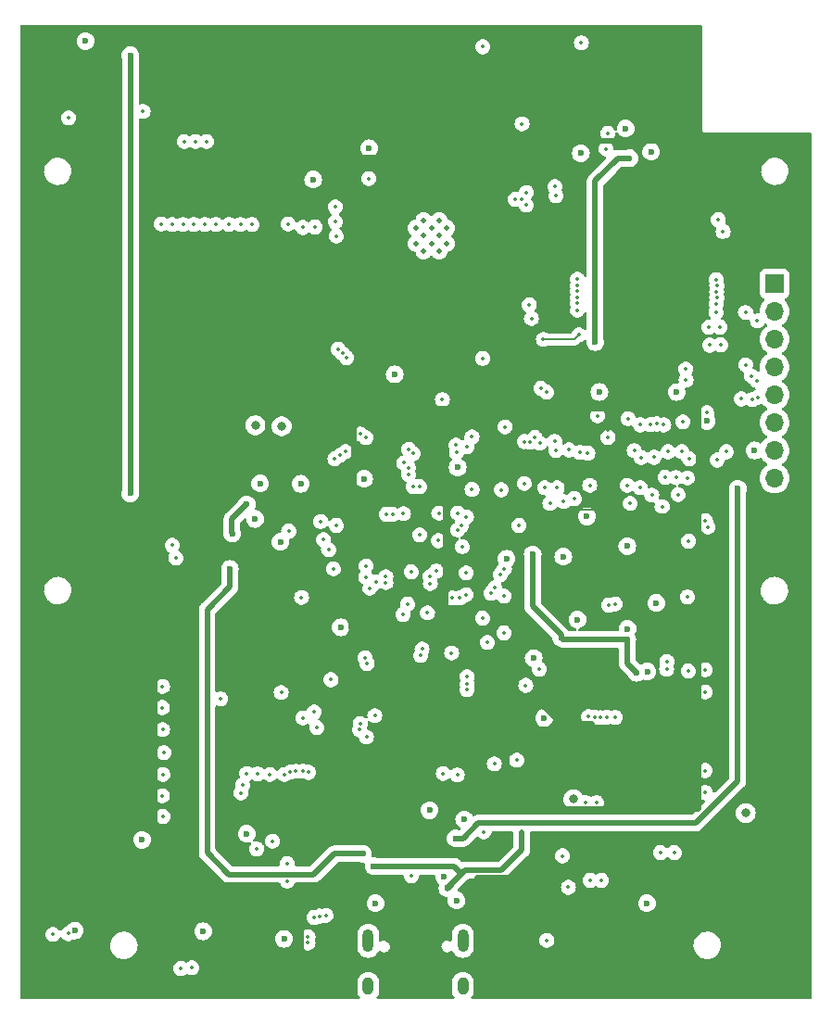
<source format=gbr>
%TF.GenerationSoftware,KiCad,Pcbnew,7.0.5*%
%TF.CreationDate,2023-09-20T09:45:38-07:00*%
%TF.ProjectId,EV9 Board Design,45563920-426f-4617-9264-204465736967,EV8*%
%TF.SameCoordinates,Original*%
%TF.FileFunction,Copper,L3,Inr*%
%TF.FilePolarity,Positive*%
%FSLAX46Y46*%
G04 Gerber Fmt 4.6, Leading zero omitted, Abs format (unit mm)*
G04 Created by KiCad (PCBNEW 7.0.5) date 2023-09-20 09:45:38*
%MOMM*%
%LPD*%
G01*
G04 APERTURE LIST*
%TA.AperFunction,ComponentPad*%
%ADD10R,1.700000X1.700000*%
%TD*%
%TA.AperFunction,ComponentPad*%
%ADD11O,1.700000X1.700000*%
%TD*%
%TA.AperFunction,ComponentPad*%
%ADD12C,0.500000*%
%TD*%
%TA.AperFunction,ComponentPad*%
%ADD13O,1.000000X2.100000*%
%TD*%
%TA.AperFunction,ComponentPad*%
%ADD14O,1.000000X1.600000*%
%TD*%
%TA.AperFunction,ViaPad*%
%ADD15C,0.600000*%
%TD*%
%TA.AperFunction,ViaPad*%
%ADD16C,0.350000*%
%TD*%
%TA.AperFunction,ViaPad*%
%ADD17C,0.800000*%
%TD*%
%TA.AperFunction,Conductor*%
%ADD18C,0.500000*%
%TD*%
%TA.AperFunction,Conductor*%
%ADD19C,0.200000*%
%TD*%
%TA.AperFunction,Conductor*%
%ADD20C,0.127000*%
%TD*%
G04 APERTURE END LIST*
D10*
%TO.N,/DISP_BL*%
%TO.C,J4*%
X183087500Y-79885000D03*
D11*
%TO.N,/DISP_RSTR*%
X183087500Y-82425000D03*
%TO.N,/DISP_DC*%
X183087500Y-84965000D03*
%TO.N,/DISP_CS*%
X183087500Y-87505000D03*
%TO.N,/DISP_SPI_SCK*%
X183087500Y-90045000D03*
%TO.N,/DISP_SPI_MOSI*%
X183087500Y-92585000D03*
%TO.N,GND*%
X183087500Y-95125000D03*
%TO.N,/VIN*%
X183087500Y-97665000D03*
%TD*%
D12*
%TO.N,N/C*%
%TO.C,U11*%
X150337500Y-74810000D03*
X150337500Y-76210000D03*
X151037500Y-74110000D03*
X151037500Y-75510000D03*
X151037500Y-76910000D03*
X151737500Y-74810000D03*
X151737500Y-76210000D03*
X152437500Y-74110000D03*
X152437500Y-75510000D03*
X152437500Y-76910000D03*
X153137500Y-74810000D03*
X153137500Y-76210000D03*
%TD*%
D13*
%TO.N,unconnected-(J9-SHIELD-PadS1)*%
%TO.C,J9*%
X145967500Y-139916000D03*
D14*
X145967500Y-144096000D03*
D13*
X154607500Y-139916000D03*
D14*
X154607500Y-144096000D03*
%TD*%
D15*
%TO.N,+3.3VA*%
X169637500Y-112375000D03*
X163607500Y-112245000D03*
X170487500Y-115435000D03*
X160987500Y-104625000D03*
D16*
%TO.N,+3.3V*%
X163787500Y-102225000D03*
X155387500Y-112775000D03*
D15*
X127837500Y-138935000D03*
D16*
X173517413Y-100968530D03*
X161495000Y-128065000D03*
D15*
X142777500Y-68375000D03*
X162137500Y-118575000D03*
D17*
X171574000Y-127925000D03*
D15*
X155492500Y-128050000D03*
X148637500Y-59665000D03*
D16*
X166446962Y-120075538D03*
X161700000Y-130190000D03*
X175117500Y-109595000D03*
X162690000Y-101350000D03*
X160237500Y-134425000D03*
D15*
X138627500Y-59345000D03*
D16*
X167870000Y-93260000D03*
X135727878Y-136838556D03*
D15*
X134637500Y-139115000D03*
X176137500Y-86025000D03*
X132187500Y-65055000D03*
X116087500Y-139005000D03*
X143637500Y-59465000D03*
X144437500Y-111175000D03*
X153637500Y-59505000D03*
D16*
X176137500Y-94125000D03*
X166837500Y-102275000D03*
D15*
X144637500Y-99445000D03*
D16*
X169937500Y-100975000D03*
D15*
X153037500Y-96875000D03*
D16*
X136757500Y-136799500D03*
D15*
%TO.N,VBUS*%
X153197500Y-135115000D03*
X146472500Y-133110000D03*
X145480000Y-131980000D03*
D16*
X159987500Y-130025000D03*
D15*
X133320000Y-105950000D03*
%TO.N,GND*%
X174147500Y-89795000D03*
D16*
X149921225Y-133974500D03*
D15*
X154737500Y-128835000D03*
X169649706Y-111417206D03*
D16*
X164777500Y-99517000D03*
D15*
X146617500Y-136495000D03*
X130887500Y-139055000D03*
X139797500Y-98175000D03*
X162027997Y-119574503D03*
X151570500Y-127985023D03*
X169635000Y-103875000D03*
X148387500Y-88165000D03*
X125287500Y-130705000D03*
X137937500Y-103475000D03*
X181267500Y-95125000D03*
D17*
X164716000Y-126992000D03*
D16*
X132487500Y-117825000D03*
D15*
X171457500Y-115335000D03*
D16*
X167880000Y-93930000D03*
D15*
X171427500Y-136495000D03*
X154137500Y-96675000D03*
D16*
X170270000Y-95130000D03*
D15*
X138272313Y-139748000D03*
X140937500Y-70375000D03*
D16*
X156525500Y-129975000D03*
D15*
X163787500Y-104825000D03*
D16*
X135772500Y-131540000D03*
D15*
X143444111Y-111285377D03*
D17*
X180464000Y-128262000D03*
D15*
X119157500Y-138985000D03*
X158587500Y-105025000D03*
D16*
X153587500Y-113625000D03*
D15*
X167087500Y-89785000D03*
X165938378Y-101141541D03*
X165392500Y-67980000D03*
X145587500Y-97725000D03*
X136087500Y-98145000D03*
X146047000Y-67525500D03*
X154037500Y-136245000D03*
X161087500Y-114095000D03*
X135637500Y-101375000D03*
D16*
X165437500Y-57875000D03*
X175288000Y-95875000D03*
D15*
X176887000Y-92448000D03*
X120127500Y-57725000D03*
X172291250Y-109071250D03*
X152887500Y-134038000D03*
X165077500Y-110575000D03*
%TO.N,+BATT*%
X134852500Y-100060000D03*
D17*
X138050000Y-92920000D03*
X135654312Y-92814312D03*
D15*
X133527500Y-102715000D03*
%TO.N,/VIN*%
X166700500Y-85212000D03*
X153957500Y-130555000D03*
X169837500Y-68435000D03*
X179737500Y-98625000D03*
D16*
%TO.N,/UI_SDA*%
X140462000Y-139565000D03*
X150887500Y-113275000D03*
X145807500Y-121315000D03*
%TO.N,/UI_SCL*%
X140462000Y-140114503D03*
X146567500Y-119355000D03*
X150748062Y-113863104D03*
%TO.N,/MCLK*%
X166098551Y-119450538D03*
X158367500Y-111789047D03*
X160209500Y-98130504D03*
X173352000Y-95242000D03*
X158386000Y-108445000D03*
X154917903Y-106316217D03*
X160211225Y-94316851D03*
%TO.N,/NET_SDA*%
X117160000Y-139340000D03*
X145262000Y-93633000D03*
%TO.N,/NET_SCL*%
X118545720Y-139269041D03*
X145764630Y-93960000D03*
%TO.N,/MGMT_BOOT*%
X162297500Y-139885000D03*
X162567500Y-99978000D03*
%TO.N,/MGMT_NRST*%
X172817500Y-100255000D03*
X175197500Y-115265000D03*
X175117500Y-108505000D03*
X163717500Y-132165500D03*
X164247500Y-135035000D03*
%TO.N,/IN_3*%
X154987500Y-116995000D03*
X142087500Y-137595000D03*
X160357787Y-116584713D03*
X161612000Y-115115000D03*
%TO.N,/NET_RST*%
X166032500Y-95370000D03*
X146017500Y-70285000D03*
%TO.N,/UI_RST*%
X159737500Y-101975000D03*
X158041063Y-106471500D03*
%TO.N,/MIC_P*%
X140997500Y-137795000D03*
X154994000Y-115795000D03*
%TO.N,/LEDA_R*%
X133237500Y-74475000D03*
X173087464Y-97575036D03*
%TO.N,/DISP_BL*%
X149649497Y-97310503D03*
X177813367Y-80065838D03*
X150670051Y-102839949D03*
X165076000Y-80039744D03*
%TO.N,/DISP_RSTR*%
X181527500Y-83275000D03*
X181527500Y-88755000D03*
X177764713Y-81735287D03*
X165078327Y-81688247D03*
%TO.N,/LEDA_G*%
X134287500Y-74475000D03*
X174086897Y-97586821D03*
D15*
%TO.N,Net-(D10-K)*%
X124217500Y-59025000D03*
X124217500Y-99052000D03*
D16*
%TO.N,/LEDA_B*%
X135337500Y-74475000D03*
X175105761Y-97640885D03*
%TO.N,/KB_COL3*%
X141257670Y-120440000D03*
X136984500Y-124725000D03*
X145140167Y-120630430D03*
X157182500Y-108170000D03*
%TO.N,/KB_COL4*%
X157507500Y-107675000D03*
X145220073Y-120086769D03*
%TO.N,/DISP_DC*%
X165076000Y-80589247D03*
X177796668Y-80615087D03*
%TO.N,/DISP_CS*%
X149640287Y-96700287D03*
X180447500Y-87305000D03*
X177759286Y-79519004D03*
X180437109Y-82512104D03*
X149179000Y-100899500D03*
X165076000Y-79490241D03*
%TO.N,/DISP_SPI_SCK*%
X165076000Y-82310000D03*
X177734779Y-82479257D03*
%TO.N,/DISP_SPI_MOSI*%
X181562911Y-90264103D03*
X177813193Y-81164341D03*
X180997500Y-88327000D03*
X165076000Y-81138750D03*
%TO.N,/UI_TX3*%
X148176888Y-100966212D03*
X128847500Y-142445000D03*
%TO.N,/UI_RX3*%
X147627500Y-100955000D03*
X129857500Y-142395000D03*
%TO.N,/NET_TX0_MGMT*%
X160427500Y-71545000D03*
X166832002Y-127300500D03*
X177108052Y-83865411D03*
X164311000Y-95071500D03*
X178392500Y-75126500D03*
X177168812Y-85505351D03*
X167850000Y-66170000D03*
X163016680Y-71029620D03*
%TO.N,/KB_MIC*%
X149200353Y-96259647D03*
D15*
X134857500Y-130145000D03*
D16*
%TO.N,/NET_RX0_MGMT*%
X166210000Y-98315000D03*
X163112002Y-71850000D03*
X165832002Y-127300500D03*
X178107500Y-83855000D03*
X169620000Y-98300000D03*
X163104250Y-95111750D03*
X178167500Y-85465000D03*
X160407500Y-72715000D03*
X167704963Y-67564463D03*
X177954500Y-74040000D03*
%TO.N,/KB_ROW5*%
X139979479Y-124430737D03*
X142782831Y-105932832D03*
%TO.N,/KB_ROW1*%
X134338500Y-126410414D03*
X141637500Y-101625000D03*
%TO.N,/KB_ROW2*%
X134865765Y-124640620D03*
X143037500Y-101975000D03*
%TO.N,/KB_ROW3*%
X141879176Y-103286775D03*
X138310500Y-124722000D03*
%TO.N,/MIC_N*%
X154994000Y-116435000D03*
X141543070Y-137669494D03*
%TO.N,/KB_ROW4*%
X142337500Y-104175000D03*
X139362700Y-124433384D03*
%TO.N,/KB_ROW6*%
X145686060Y-114074350D03*
X140522320Y-124534102D03*
%TO.N,/KB_ROW7*%
X137217500Y-130825000D03*
X145870428Y-114592000D03*
%TO.N,/LEDB_R*%
X158478724Y-92977000D03*
X153996664Y-94648319D03*
X174277128Y-99155912D03*
X127040914Y-74428046D03*
%TO.N,/LEDB_G*%
X154987083Y-94782756D03*
X128038192Y-74494691D03*
%TO.N,Net-(D11-K)*%
X138579500Y-134479500D03*
X138697500Y-102485000D03*
%TO.N,/LEDB_B*%
X155442568Y-93879932D03*
X129037500Y-74475000D03*
%TO.N,/SPK_LN*%
X176762000Y-117195000D03*
X173237500Y-115105000D03*
%TO.N,/SPK_LP*%
X176762000Y-115175000D03*
X173247500Y-114395000D03*
%TO.N,/HP_R*%
X168533334Y-109146500D03*
X176762000Y-124375000D03*
%TO.N,/HP_L*%
X167947500Y-109255000D03*
X176762000Y-126375000D03*
%TO.N,/KB_COL5*%
X142569000Y-116072000D03*
X138819159Y-124514108D03*
%TO.N,/KB_COL2*%
X141037500Y-119012000D03*
X135864500Y-124679767D03*
D15*
%TO.N,Net-(J15-Pin_2)*%
X169487500Y-65725000D03*
X171817500Y-67835000D03*
D16*
%TO.N,/BTN_RST*%
X169896738Y-99976329D03*
X118582500Y-64740000D03*
X125387500Y-64165000D03*
X163827500Y-99805000D03*
X160756530Y-94384622D03*
%TO.N,/BTN_UI*%
X163227500Y-98525000D03*
X170827500Y-98525000D03*
X159967500Y-72195000D03*
X162995438Y-94282938D03*
%TO.N,/BTN_NET*%
X162085063Y-98525000D03*
X161632500Y-94440000D03*
X171877500Y-99215000D03*
X159418141Y-72182458D03*
X156437500Y-58245000D03*
X160017500Y-65285000D03*
%TO.N,/KB_COL1*%
X139992500Y-119564000D03*
X134491860Y-125668536D03*
%TO.N,Net-(U1-PA12)*%
X146117500Y-107705000D03*
X138547500Y-132885000D03*
%TO.N,/UI_STAT*%
X149565500Y-109160000D03*
X172082000Y-95750000D03*
X170899423Y-95773500D03*
X156849401Y-112665547D03*
X175240000Y-103410000D03*
X145767500Y-105675000D03*
%TO.N,/UI_BOOT*%
X151377500Y-109966000D03*
X150064500Y-95400000D03*
X152737500Y-90475500D03*
X161194164Y-93940782D03*
%TO.N,/NET_LED_B*%
X138637500Y-74425000D03*
X143037500Y-75525000D03*
%TO.N,/NET_LED_G*%
X139981002Y-74752500D03*
X142937500Y-74225000D03*
%TO.N,/NET_LED_R*%
X141098738Y-74721262D03*
X142950000Y-72870000D03*
%TO.N,/UI_DBG1*%
X127167500Y-116685000D03*
X150637500Y-98425000D03*
%TO.N,/UI_LED_B*%
X149137500Y-110115000D03*
X132036009Y-74475000D03*
X149892500Y-106205000D03*
X131191563Y-66900500D03*
X152188000Y-106140000D03*
%TO.N,/NET_STAT*%
X156427500Y-86725000D03*
X174725500Y-92515962D03*
X161738609Y-89452000D03*
X174622000Y-95242000D03*
%TO.N,/UI_LED_G*%
X131036506Y-74475000D03*
X154537500Y-103910000D03*
X130187500Y-66895000D03*
%TO.N,/UI_TX1_MGMT*%
X147575500Y-107206966D03*
X151635000Y-107285000D03*
X146699500Y-107128000D03*
X177010000Y-102120000D03*
%TO.N,/UI_RX1_MGMT*%
X147575500Y-106657463D03*
X176780000Y-101550000D03*
X151620000Y-106643000D03*
X145730000Y-106690000D03*
%TO.N,/NET_BOOT*%
X165199000Y-84560000D03*
X165310500Y-95298000D03*
X161967500Y-84985000D03*
%TO.N,/UI_LED_R*%
X155449604Y-98675000D03*
X130037003Y-74475000D03*
X129137500Y-66900500D03*
X158405228Y-105917272D03*
X158130000Y-98720000D03*
%TO.N,/UI_DBG2*%
X150087997Y-98425000D03*
X127157500Y-118615000D03*
%TO.N,/UI_DBG3*%
X127177500Y-120635000D03*
X128044000Y-103785000D03*
%TO.N,/UI_DBG4*%
X127287500Y-122735000D03*
X128371000Y-104945000D03*
%TO.N,/MGMT_DBG7*%
X127197500Y-128565000D03*
X162238000Y-89779000D03*
X142911435Y-95887000D03*
X166929713Y-91959713D03*
X171757500Y-92765000D03*
X143209283Y-85868990D03*
%TO.N,/NET_DBG5*%
X143867500Y-95233000D03*
X160877500Y-83075000D03*
X127197500Y-124725000D03*
X143986397Y-86646104D03*
%TO.N,/NET_DBG6*%
X160687500Y-81825000D03*
X127157500Y-126675000D03*
X143597840Y-86257547D03*
X143366397Y-95560000D03*
%TO.N,/MGMT_SWDIO*%
X175007500Y-88685000D03*
X180057500Y-90415000D03*
X170807500Y-92787000D03*
X166237500Y-134405000D03*
%TO.N,/MGMT_SWCLK*%
X174985294Y-87685745D03*
X181055237Y-90474389D03*
X167267500Y-134405000D03*
X169700000Y-92230500D03*
%TO.N,/I2S_DACLRC*%
X154337500Y-108616000D03*
X167192939Y-119538388D03*
X152377500Y-103367500D03*
X152413000Y-100852306D03*
%TO.N,/UI_SWDIO*%
X172660573Y-131870000D03*
X139867500Y-108555000D03*
X173920000Y-131870000D03*
X138012213Y-117239713D03*
%TO.N,/UI_TX1_NET*%
X154502181Y-101987819D03*
X154938820Y-101185605D03*
%TO.N,/BOOT1*%
X154028212Y-95300000D03*
X149664859Y-95022852D03*
%TO.N,/UI_RX1_NET*%
X154130000Y-100852806D03*
X154128152Y-102390380D03*
%TO.N,/I2S_BCLK*%
X153662000Y-108616000D03*
X166647709Y-119469995D03*
%TO.N,/I2S_ADCDAT*%
X168527500Y-119515000D03*
X154913000Y-108297000D03*
%TO.N,/I2S_DACDAT*%
X167741086Y-119499818D03*
X156399308Y-110443192D03*
%TO.N,/USB_TX1_MGMT*%
X152817500Y-124635000D03*
X172336000Y-92702000D03*
X176908000Y-91686000D03*
X159527500Y-123417000D03*
%TO.N,/USB_RX1_MGMT*%
X178683000Y-95242000D03*
X154097500Y-124765000D03*
X172972781Y-92789278D03*
X177856500Y-96004000D03*
X157486000Y-123757000D03*
%TD*%
D18*
%TO.N,+3.3VA*%
X163607500Y-111995000D02*
X160987500Y-109375000D01*
X169637500Y-114585000D02*
X169637500Y-112375000D01*
X163737500Y-112375000D02*
X169637500Y-112375000D01*
X163607500Y-112245000D02*
X163607500Y-111995000D01*
X160987500Y-109375000D02*
X160987500Y-104625000D01*
X170487500Y-115435000D02*
X169637500Y-114585000D01*
%TO.N,+3.3V*%
X125937500Y-136775000D02*
X127937500Y-136775000D01*
D19*
X166787500Y-102225000D02*
X166837500Y-102275000D01*
D20*
X135727878Y-136838556D02*
X135717500Y-136828178D01*
D18*
X144637500Y-99475000D02*
X144637500Y-99445000D01*
X140687500Y-68375000D02*
X138787500Y-68375000D01*
D19*
X173510943Y-100975000D02*
X169937500Y-100975000D01*
D18*
X127837500Y-136875000D02*
X127937500Y-136775000D01*
D19*
X173517413Y-100952587D02*
X174020000Y-100450000D01*
D18*
X144437500Y-99675000D02*
X144637500Y-99475000D01*
X127937500Y-136775000D02*
X134637500Y-136775000D01*
X132137500Y-68375000D02*
X130537500Y-68375000D01*
X144437500Y-111175000D02*
X144437500Y-99675000D01*
X138637500Y-59355000D02*
X138637500Y-68225000D01*
X144687500Y-91325000D02*
X126487500Y-91325000D01*
D19*
X169937500Y-100975000D02*
X169504041Y-100541541D01*
X173517413Y-100968530D02*
X173510943Y-100975000D01*
D18*
X143647500Y-59455000D02*
X143637500Y-59465000D01*
X143637500Y-59465000D02*
X143637500Y-68225000D01*
X148537500Y-68375000D02*
X143787500Y-68375000D01*
X138787500Y-68375000D02*
X136987500Y-68375000D01*
X137097500Y-136775000D02*
X139837500Y-136775000D01*
X132187500Y-68325000D02*
X132137500Y-68375000D01*
X176137500Y-127925000D02*
X176137500Y-109685000D01*
D19*
X167865000Y-91325000D02*
X167865000Y-93255000D01*
D20*
X175117500Y-109595000D02*
X176047500Y-109595000D01*
D18*
X176137500Y-91225000D02*
X176137500Y-86075000D01*
X176137500Y-66850000D02*
X155262500Y-66850000D01*
X134637500Y-136775000D02*
X135717500Y-136775000D01*
X126487500Y-136225000D02*
X125937500Y-136775000D01*
X170487500Y-91325000D02*
X176037500Y-91325000D01*
X116087500Y-137645000D02*
X116957500Y-136775000D01*
X126487500Y-91325000D02*
X126487500Y-136225000D01*
X116087500Y-139005000D02*
X116087500Y-137645000D01*
X166446962Y-120075538D02*
X163638038Y-120075538D01*
X176137500Y-94125000D02*
X176137500Y-91225000D01*
X142777500Y-68375000D02*
X140687500Y-68375000D01*
X166446962Y-120085538D02*
X166446962Y-120075538D01*
X153637500Y-59505000D02*
X153637500Y-68275000D01*
X176037500Y-91325000D02*
X176137500Y-91225000D01*
X160237500Y-134325000D02*
X160237500Y-134425000D01*
X167865000Y-91325000D02*
X153037500Y-91325000D01*
D19*
X175712500Y-100450000D02*
X176137500Y-100875000D01*
D18*
X125987500Y-68875000D02*
X125987500Y-90825000D01*
X162577500Y-123955000D02*
X166446962Y-120085538D01*
X176137500Y-100875000D02*
X176137500Y-94125000D01*
X169387500Y-91325000D02*
X167865000Y-91325000D01*
X138637500Y-68225000D02*
X138787500Y-68375000D01*
X127837500Y-138935000D02*
X127837500Y-136875000D01*
X176137500Y-109685000D02*
X176137500Y-100875000D01*
X161495000Y-128065000D02*
X161635000Y-127925000D01*
X161495000Y-128065000D02*
X162577500Y-126982500D01*
X139837500Y-141925000D02*
X139837500Y-136775000D01*
D20*
X136757500Y-136799500D02*
X136757500Y-136775000D01*
D19*
X163498459Y-100541541D02*
X162690000Y-101350000D01*
D18*
X142787500Y-68375000D02*
X142777500Y-68375000D01*
X134637500Y-139115000D02*
X134637500Y-136775000D01*
D19*
X169504041Y-100541541D02*
X163498459Y-100541541D01*
D18*
X148637500Y-68275000D02*
X148537500Y-68375000D01*
X161495000Y-128065000D02*
X155507500Y-128065000D01*
X161700000Y-132862500D02*
X160237500Y-134325000D01*
X176137500Y-86025000D02*
X176137500Y-66850000D01*
X136987500Y-68375000D02*
X136587500Y-68375000D01*
D20*
X176047500Y-109595000D02*
X176137500Y-109685000D01*
D18*
X153637500Y-68275000D02*
X153737500Y-68375000D01*
X132187500Y-65055000D02*
X132187500Y-68325000D01*
X153037500Y-96875000D02*
X153037500Y-91325000D01*
X125987500Y-90825000D02*
X126487500Y-91325000D01*
X170487500Y-91325000D02*
X169387500Y-91325000D01*
X134087500Y-68375000D02*
X132137500Y-68375000D01*
X162577500Y-126982500D02*
X162577500Y-123955000D01*
X153037500Y-91325000D02*
X144687500Y-91325000D01*
X155937500Y-141612500D02*
X155025000Y-142525000D01*
X143787500Y-68375000D02*
X142787500Y-68375000D01*
X136757500Y-136775000D02*
X139837500Y-136775000D01*
X155387500Y-112775000D02*
X153037500Y-110425000D01*
X144637500Y-91375000D02*
X144687500Y-91325000D01*
X176137500Y-86075000D02*
X176137500Y-86025000D01*
X138627500Y-59345000D02*
X138637500Y-59355000D01*
X148637500Y-59665000D02*
X148637500Y-68275000D01*
X134787500Y-68375000D02*
X134087500Y-68375000D01*
X130537500Y-68375000D02*
X126487500Y-68375000D01*
X160207500Y-134185000D02*
X155937500Y-134185000D01*
X143637500Y-68225000D02*
X143787500Y-68375000D01*
X135717500Y-136775000D02*
X136757500Y-136775000D01*
X144637500Y-99445000D02*
X144637500Y-91375000D01*
X155025000Y-142525000D02*
X140437500Y-142525000D01*
X155262500Y-66850000D02*
X153737500Y-68375000D01*
X116957500Y-136775000D02*
X125937500Y-136775000D01*
X153737500Y-68375000D02*
X148537500Y-68375000D01*
X171574000Y-127925000D02*
X176137500Y-127925000D01*
X136587500Y-68375000D02*
X134787500Y-68375000D01*
D20*
X135717500Y-136828178D02*
X135717500Y-136775000D01*
D19*
X163787500Y-102225000D02*
X166787500Y-102225000D01*
D18*
X140437500Y-142525000D02*
X139837500Y-141925000D01*
X163638038Y-120075538D02*
X162137500Y-118575000D01*
D19*
X173517413Y-100968530D02*
X173517413Y-100952587D01*
X167865000Y-93255000D02*
X167870000Y-93260000D01*
D18*
X155937500Y-134185000D02*
X155937500Y-141612500D01*
D19*
X174020000Y-100450000D02*
X175712500Y-100450000D01*
D18*
X161635000Y-127925000D02*
X171574000Y-127925000D01*
X161700000Y-130190000D02*
X161700000Y-132862500D01*
X153037500Y-110425000D02*
X153037500Y-96875000D01*
X126487500Y-68375000D02*
X125987500Y-68875000D01*
%TO.N,VBUS*%
X146487500Y-133125000D02*
X153837500Y-133125000D01*
X154827500Y-133485000D02*
X158117500Y-133485000D01*
X153837500Y-133125000D02*
X154512500Y-133800000D01*
X131237500Y-109675000D02*
X133320000Y-107592500D01*
X159987500Y-131615000D02*
X159987500Y-130025000D01*
X131237500Y-131875050D02*
X131237500Y-109675000D01*
X154512500Y-133800000D02*
X153197500Y-135115000D01*
X142842550Y-131980000D02*
X140967550Y-133855000D01*
X153197500Y-135115000D02*
X153187500Y-135125000D01*
X153187500Y-135125000D02*
X154827500Y-133485000D01*
X140967550Y-133855000D02*
X133217450Y-133855000D01*
X145480000Y-131980000D02*
X142842550Y-131980000D01*
X133217450Y-133855000D02*
X131237500Y-131875050D01*
X133320000Y-107592500D02*
X133320000Y-105950000D01*
X158117500Y-133485000D02*
X159987500Y-131615000D01*
%TO.N,+BATT*%
X133487500Y-102675000D02*
X133487500Y-101425000D01*
X133487500Y-101425000D02*
X134787500Y-100125000D01*
%TO.N,/VIN*%
X154607500Y-130585000D02*
X153927500Y-130585000D01*
X179717500Y-98645000D02*
X179717500Y-125334949D01*
X168785000Y-68435000D02*
X166700500Y-70519500D01*
X175877949Y-129174500D02*
X156018000Y-129174500D01*
X166700500Y-70519500D02*
X166700500Y-85212000D01*
X179717500Y-125334949D02*
X175877949Y-129174500D01*
X169837500Y-68435000D02*
X168785000Y-68435000D01*
X156018000Y-129174500D02*
X154607500Y-130585000D01*
%TO.N,Net-(D10-K)*%
X124217500Y-59025000D02*
X124217500Y-99052000D01*
D20*
%TO.N,/NET_BOOT*%
X165199000Y-84560000D02*
X164774000Y-84985000D01*
X164774000Y-84985000D02*
X161967500Y-84985000D01*
%TD*%
%TA.AperFunction,Conductor*%
%TO.N,+3.3V*%
G36*
X176429121Y-56245502D02*
G01*
X176475614Y-56299158D01*
X176487000Y-56351499D01*
X176487000Y-65839237D01*
X176487000Y-65930763D01*
X176490896Y-65938854D01*
X176500211Y-65965475D01*
X176502210Y-65974231D01*
X176502211Y-65974232D01*
X176507804Y-65981245D01*
X176522817Y-66005136D01*
X176526712Y-66013224D01*
X176533729Y-66018820D01*
X176553680Y-66038771D01*
X176559276Y-66045788D01*
X176567363Y-66049682D01*
X176591249Y-66064692D01*
X176598269Y-66070290D01*
X176607021Y-66072287D01*
X176633649Y-66081605D01*
X176641737Y-66085500D01*
X176664910Y-66085500D01*
X186361000Y-66085500D01*
X186429121Y-66105502D01*
X186475614Y-66159158D01*
X186487000Y-66211500D01*
X186487000Y-145108500D01*
X186466998Y-145176621D01*
X186413342Y-145223114D01*
X186361000Y-145234500D01*
X155490406Y-145234500D01*
X155422285Y-145214498D01*
X155375792Y-145160842D01*
X155365688Y-145090568D01*
X155393007Y-145028566D01*
X155401954Y-145017663D01*
X155450095Y-144959004D01*
X155543741Y-144783804D01*
X155601408Y-144593701D01*
X155616000Y-144445547D01*
X155616000Y-143746453D01*
X155601408Y-143598299D01*
X155543741Y-143408196D01*
X155450095Y-143232996D01*
X155324068Y-143079432D01*
X155170504Y-142953405D01*
X154995304Y-142859759D01*
X154805201Y-142802092D01*
X154805200Y-142802091D01*
X154805194Y-142802090D01*
X154607503Y-142782620D01*
X154607497Y-142782620D01*
X154409805Y-142802090D01*
X154219695Y-142859759D01*
X154044495Y-142953405D01*
X153890932Y-143079432D01*
X153764905Y-143232995D01*
X153671259Y-143408195D01*
X153613590Y-143598305D01*
X153599000Y-143746446D01*
X153599000Y-144445553D01*
X153613590Y-144593694D01*
X153671259Y-144783804D01*
X153764905Y-144959004D01*
X153821993Y-145028566D01*
X153849747Y-145093914D01*
X153837765Y-145163892D01*
X153789853Y-145216284D01*
X153724594Y-145234500D01*
X146850406Y-145234500D01*
X146782285Y-145214498D01*
X146735792Y-145160842D01*
X146725688Y-145090568D01*
X146753007Y-145028566D01*
X146761954Y-145017663D01*
X146810095Y-144959004D01*
X146903741Y-144783804D01*
X146961408Y-144593701D01*
X146976000Y-144445547D01*
X146976000Y-143746453D01*
X146961408Y-143598299D01*
X146903741Y-143408196D01*
X146810095Y-143232996D01*
X146684068Y-143079432D01*
X146530504Y-142953405D01*
X146355304Y-142859759D01*
X146165201Y-142802092D01*
X146165200Y-142802091D01*
X146165194Y-142802090D01*
X145967503Y-142782620D01*
X145967497Y-142782620D01*
X145769805Y-142802090D01*
X145579695Y-142859759D01*
X145404495Y-142953405D01*
X145250932Y-143079432D01*
X145124905Y-143232995D01*
X145031259Y-143408195D01*
X144973590Y-143598305D01*
X144959000Y-143746446D01*
X144959000Y-144445553D01*
X144973590Y-144593694D01*
X145031259Y-144783804D01*
X145124905Y-144959004D01*
X145181993Y-145028566D01*
X145209747Y-145093914D01*
X145197765Y-145163892D01*
X145149853Y-145216284D01*
X145084594Y-145234500D01*
X114314000Y-145234500D01*
X114245879Y-145214498D01*
X114199386Y-145160842D01*
X114188000Y-145108500D01*
X114188000Y-142445003D01*
X128158980Y-142445003D01*
X128178985Y-142609771D01*
X128237847Y-142764974D01*
X128332133Y-142901570D01*
X128332132Y-142901570D01*
X128332134Y-142901572D01*
X128332135Y-142901573D01*
X128456376Y-143011641D01*
X128603347Y-143088777D01*
X128764508Y-143128500D01*
X128764509Y-143128500D01*
X128930491Y-143128500D01*
X128930492Y-143128500D01*
X129091653Y-143088777D01*
X129238624Y-143011641D01*
X129297167Y-142959775D01*
X129361415Y-142929576D01*
X129431796Y-142938906D01*
X129464270Y-142959775D01*
X129466376Y-142961641D01*
X129613347Y-143038777D01*
X129774508Y-143078500D01*
X129774509Y-143078500D01*
X129940491Y-143078500D01*
X129940492Y-143078500D01*
X130101653Y-143038777D01*
X130248624Y-142961641D01*
X130372865Y-142851573D01*
X130467154Y-142714971D01*
X130526013Y-142559774D01*
X130526013Y-142559773D01*
X130526014Y-142559771D01*
X130546020Y-142395003D01*
X130546020Y-142394996D01*
X130526014Y-142230228D01*
X130506393Y-142178493D01*
X130467154Y-142075029D01*
X130467152Y-142075027D01*
X130467152Y-142075025D01*
X130404294Y-141983960D01*
X130372866Y-141938429D01*
X130372867Y-141938429D01*
X130248623Y-141828358D01*
X130248619Y-141828356D01*
X130101651Y-141751222D01*
X129940493Y-141711500D01*
X129940492Y-141711500D01*
X129774508Y-141711500D01*
X129774506Y-141711500D01*
X129613348Y-141751222D01*
X129466380Y-141828356D01*
X129466376Y-141828358D01*
X129407832Y-141880223D01*
X129343578Y-141910422D01*
X129273198Y-141901090D01*
X129240728Y-141880223D01*
X129238624Y-141878359D01*
X129238618Y-141878356D01*
X129091653Y-141801223D01*
X129091649Y-141801222D01*
X128930493Y-141761500D01*
X128930492Y-141761500D01*
X128764508Y-141761500D01*
X128764506Y-141761500D01*
X128603348Y-141801222D01*
X128456380Y-141878356D01*
X128456376Y-141878358D01*
X128332133Y-141988429D01*
X128237847Y-142125025D01*
X128178985Y-142280228D01*
X128158980Y-142444996D01*
X128158980Y-142445003D01*
X114188000Y-142445003D01*
X114188000Y-140401330D01*
X122383210Y-140401330D01*
X122400474Y-140528777D01*
X122413425Y-140624390D01*
X122482984Y-140838467D01*
X122589644Y-141036675D01*
X122589648Y-141036682D01*
X122662333Y-141127825D01*
X122729992Y-141212666D01*
X122899504Y-141360765D01*
X123092736Y-141476215D01*
X123303476Y-141555307D01*
X123303478Y-141555307D01*
X123303480Y-141555308D01*
X123436729Y-141579489D01*
X123524953Y-141595500D01*
X123524954Y-141595500D01*
X123693649Y-141595500D01*
X123693655Y-141595500D01*
X123851259Y-141581315D01*
X123861689Y-141580377D01*
X123861689Y-141580376D01*
X124037007Y-141531991D01*
X124078667Y-141520494D01*
X124078667Y-141520493D01*
X124078670Y-141520493D01*
X124281473Y-141422829D01*
X124463578Y-141290522D01*
X124619132Y-141127825D01*
X124743135Y-140939968D01*
X124831603Y-140732988D01*
X124881691Y-140513537D01*
X124891790Y-140288670D01*
X124861575Y-140065613D01*
X124792017Y-139851536D01*
X124783486Y-139835682D01*
X124685355Y-139653324D01*
X124685351Y-139653317D01*
X124545006Y-139477332D01*
X124455895Y-139399478D01*
X124375496Y-139329235D01*
X124182264Y-139213785D01*
X124061067Y-139168299D01*
X123971519Y-139134691D01*
X123781591Y-139100224D01*
X123750047Y-139094500D01*
X123581345Y-139094500D01*
X123550058Y-139097315D01*
X123413310Y-139109622D01*
X123413310Y-139109623D01*
X123196332Y-139169505D01*
X122993531Y-139267168D01*
X122993523Y-139267173D01*
X122811421Y-139399478D01*
X122811420Y-139399479D01*
X122655869Y-139562172D01*
X122531867Y-139750027D01*
X122531863Y-139750035D01*
X122443397Y-139957011D01*
X122443396Y-139957013D01*
X122393309Y-140176461D01*
X122393309Y-140176463D01*
X122386051Y-140338080D01*
X122383210Y-140401330D01*
X114188000Y-140401330D01*
X114188000Y-139340003D01*
X116471480Y-139340003D01*
X116491485Y-139504771D01*
X116550347Y-139659974D01*
X116644633Y-139796570D01*
X116644632Y-139796570D01*
X116644634Y-139796572D01*
X116644635Y-139796573D01*
X116768876Y-139906641D01*
X116915847Y-139983777D01*
X117077008Y-140023500D01*
X117077009Y-140023500D01*
X117242991Y-140023500D01*
X117242992Y-140023500D01*
X117404153Y-139983777D01*
X117551124Y-139906641D01*
X117675365Y-139796573D01*
X117769654Y-139659971D01*
X117769654Y-139659969D01*
X117773653Y-139654177D01*
X117828811Y-139609477D01*
X117899379Y-139601694D01*
X117962954Y-139633298D01*
X117981045Y-139654177D01*
X118030353Y-139725611D01*
X118030352Y-139725611D01*
X118030354Y-139725613D01*
X118030355Y-139725614D01*
X118154596Y-139835682D01*
X118301567Y-139912818D01*
X118462728Y-139952541D01*
X118462729Y-139952541D01*
X118628711Y-139952541D01*
X118628712Y-139952541D01*
X118789873Y-139912818D01*
X118936844Y-139835682D01*
X118956897Y-139817915D01*
X119021149Y-139787713D01*
X119054558Y-139787017D01*
X119157500Y-139798616D01*
X119338547Y-139778217D01*
X119510515Y-139718043D01*
X119664781Y-139621111D01*
X119793611Y-139492281D01*
X119890543Y-139338015D01*
X119950717Y-139166047D01*
X119963229Y-139055000D01*
X130073884Y-139055000D01*
X130094283Y-139236047D01*
X130094283Y-139236049D01*
X130094284Y-139236050D01*
X130154457Y-139408015D01*
X130154458Y-139408018D01*
X130251387Y-139562279D01*
X130251388Y-139562281D01*
X130380218Y-139691111D01*
X130380220Y-139691112D01*
X130534481Y-139788041D01*
X130534482Y-139788041D01*
X130534485Y-139788043D01*
X130706453Y-139848217D01*
X130887500Y-139868616D01*
X131068547Y-139848217D01*
X131240515Y-139788043D01*
X131304243Y-139748000D01*
X137458697Y-139748000D01*
X137479096Y-139929047D01*
X137479096Y-139929049D01*
X137479097Y-139929050D01*
X137539270Y-140101015D01*
X137539271Y-140101018D01*
X137636200Y-140255279D01*
X137636201Y-140255281D01*
X137765031Y-140384111D01*
X137765033Y-140384112D01*
X137919294Y-140481041D01*
X137919295Y-140481041D01*
X137919298Y-140481043D01*
X138091266Y-140541217D01*
X138272313Y-140561616D01*
X138453360Y-140541217D01*
X138625328Y-140481043D01*
X138779594Y-140384111D01*
X138908424Y-140255281D01*
X138996879Y-140114506D01*
X139773480Y-140114506D01*
X139793485Y-140279274D01*
X139852347Y-140434477D01*
X139946633Y-140571073D01*
X139946632Y-140571073D01*
X139946634Y-140571075D01*
X139946635Y-140571076D01*
X140070876Y-140681144D01*
X140217847Y-140758280D01*
X140379008Y-140798003D01*
X140379009Y-140798003D01*
X140544991Y-140798003D01*
X140544992Y-140798003D01*
X140706153Y-140758280D01*
X140853124Y-140681144D01*
X140977365Y-140571076D01*
X141015690Y-140515553D01*
X144959000Y-140515553D01*
X144973590Y-140663694D01*
X144973591Y-140663700D01*
X144973592Y-140663701D01*
X145031259Y-140853804D01*
X145124905Y-141029004D01*
X145250932Y-141182568D01*
X145404496Y-141308595D01*
X145579696Y-141402241D01*
X145769799Y-141459908D01*
X145769803Y-141459908D01*
X145769805Y-141459909D01*
X145967497Y-141479380D01*
X145967500Y-141479380D01*
X145967503Y-141479380D01*
X146165194Y-141459909D01*
X146165195Y-141459908D01*
X146165201Y-141459908D01*
X146355304Y-141402241D01*
X146530504Y-141308595D01*
X146684068Y-141182568D01*
X146810095Y-141029004D01*
X146878504Y-140901018D01*
X146928256Y-140850370D01*
X146997492Y-140834660D01*
X147054048Y-140855181D01*
X147055381Y-140852991D01*
X147186172Y-140932526D01*
X147325270Y-140971500D01*
X147325272Y-140971500D01*
X147433449Y-140971500D01*
X147433462Y-140971499D01*
X147515798Y-140960181D01*
X147540611Y-140956771D01*
X147673109Y-140899219D01*
X147785165Y-140808054D01*
X147868471Y-140690037D01*
X147916846Y-140553921D01*
X147921752Y-140482199D01*
X152648296Y-140482199D01*
X152660560Y-140541217D01*
X152677686Y-140623636D01*
X152744145Y-140751893D01*
X152744147Y-140751896D01*
X152842742Y-140857467D01*
X152842744Y-140857468D01*
X152842745Y-140857469D01*
X152898173Y-140891175D01*
X152966172Y-140932526D01*
X153105270Y-140971500D01*
X153105272Y-140971500D01*
X153213449Y-140971500D01*
X153213462Y-140971499D01*
X153295798Y-140960181D01*
X153320611Y-140956771D01*
X153453109Y-140899219D01*
X153503483Y-140858235D01*
X153568945Y-140830761D01*
X153638872Y-140843040D01*
X153691060Y-140891175D01*
X153694122Y-140896579D01*
X153764904Y-141029002D01*
X153764905Y-141029004D01*
X153890932Y-141182568D01*
X154044496Y-141308595D01*
X154219696Y-141402241D01*
X154409799Y-141459908D01*
X154409803Y-141459908D01*
X154409805Y-141459909D01*
X154607497Y-141479380D01*
X154607500Y-141479380D01*
X154607503Y-141479380D01*
X154805194Y-141459909D01*
X154805195Y-141459908D01*
X154805201Y-141459908D01*
X154995304Y-141402241D01*
X155170504Y-141308595D01*
X155324068Y-141182568D01*
X155450095Y-141029004D01*
X155543741Y-140853804D01*
X155601408Y-140663701D01*
X155616000Y-140515547D01*
X155616000Y-139885003D01*
X161608980Y-139885003D01*
X161628985Y-140049771D01*
X161687847Y-140204974D01*
X161782133Y-140341570D01*
X161782132Y-140341570D01*
X161782134Y-140341572D01*
X161782135Y-140341573D01*
X161906376Y-140451641D01*
X162053347Y-140528777D01*
X162214508Y-140568500D01*
X162214509Y-140568500D01*
X162380491Y-140568500D01*
X162380492Y-140568500D01*
X162541653Y-140528777D01*
X162688624Y-140451641D01*
X162745413Y-140401330D01*
X175683210Y-140401330D01*
X175700474Y-140528777D01*
X175713425Y-140624390D01*
X175782984Y-140838467D01*
X175889644Y-141036675D01*
X175889648Y-141036682D01*
X175962333Y-141127825D01*
X176029992Y-141212666D01*
X176199504Y-141360765D01*
X176392736Y-141476215D01*
X176603476Y-141555307D01*
X176603478Y-141555307D01*
X176603480Y-141555308D01*
X176736729Y-141579489D01*
X176824953Y-141595500D01*
X176824954Y-141595500D01*
X176993649Y-141595500D01*
X176993655Y-141595500D01*
X177151259Y-141581315D01*
X177161689Y-141580377D01*
X177161689Y-141580376D01*
X177337007Y-141531991D01*
X177378667Y-141520494D01*
X177378667Y-141520493D01*
X177378670Y-141520493D01*
X177581473Y-141422829D01*
X177763578Y-141290522D01*
X177919132Y-141127825D01*
X178043135Y-140939968D01*
X178131603Y-140732988D01*
X178181691Y-140513537D01*
X178191790Y-140288670D01*
X178161575Y-140065613D01*
X178092017Y-139851536D01*
X178083486Y-139835682D01*
X177985355Y-139653324D01*
X177985351Y-139653317D01*
X177845006Y-139477332D01*
X177755895Y-139399478D01*
X177675496Y-139329235D01*
X177482264Y-139213785D01*
X177361067Y-139168299D01*
X177271519Y-139134691D01*
X177081591Y-139100224D01*
X177050047Y-139094500D01*
X176881345Y-139094500D01*
X176850058Y-139097315D01*
X176713310Y-139109622D01*
X176713310Y-139109623D01*
X176496332Y-139169505D01*
X176293531Y-139267168D01*
X176293523Y-139267173D01*
X176111421Y-139399478D01*
X176111420Y-139399479D01*
X175955869Y-139562172D01*
X175831867Y-139750027D01*
X175831863Y-139750035D01*
X175743397Y-139957011D01*
X175743396Y-139957013D01*
X175693309Y-140176461D01*
X175693309Y-140176463D01*
X175686051Y-140338080D01*
X175683210Y-140401330D01*
X162745413Y-140401330D01*
X162812865Y-140341573D01*
X162907154Y-140204971D01*
X162966013Y-140049774D01*
X162966013Y-140049773D01*
X162966014Y-140049771D01*
X162986020Y-139885003D01*
X162986020Y-139884996D01*
X162966014Y-139720228D01*
X162940638Y-139653319D01*
X162907154Y-139565029D01*
X162907152Y-139565027D01*
X162907152Y-139565025D01*
X162812866Y-139428429D01*
X162812867Y-139428429D01*
X162789824Y-139408015D01*
X162700903Y-139329237D01*
X162688623Y-139318358D01*
X162688619Y-139318356D01*
X162541651Y-139241222D01*
X162380493Y-139201500D01*
X162380492Y-139201500D01*
X162214508Y-139201500D01*
X162214506Y-139201500D01*
X162053348Y-139241222D01*
X161906380Y-139318356D01*
X161906376Y-139318358D01*
X161782133Y-139428429D01*
X161687847Y-139565025D01*
X161628985Y-139720228D01*
X161608980Y-139884996D01*
X161608980Y-139885003D01*
X155616000Y-139885003D01*
X155616000Y-139316453D01*
X155604678Y-139201500D01*
X155601409Y-139168305D01*
X155601408Y-139168303D01*
X155601408Y-139168299D01*
X155543741Y-138978196D01*
X155450095Y-138802996D01*
X155324068Y-138649432D01*
X155170504Y-138523405D01*
X154995304Y-138429759D01*
X154805201Y-138372092D01*
X154805200Y-138372091D01*
X154805194Y-138372090D01*
X154607503Y-138352620D01*
X154607497Y-138352620D01*
X154409805Y-138372090D01*
X154219695Y-138429759D01*
X154044495Y-138523405D01*
X153890932Y-138649432D01*
X153764905Y-138802995D01*
X153671259Y-138978195D01*
X153613590Y-139168305D01*
X153599000Y-139316446D01*
X153599000Y-139863191D01*
X153578998Y-139931312D01*
X153525342Y-139977805D01*
X153455068Y-139987909D01*
X153407535Y-139970850D01*
X153388828Y-139959474D01*
X153388825Y-139959473D01*
X153249730Y-139920500D01*
X153249728Y-139920500D01*
X153141551Y-139920500D01*
X153141537Y-139920500D01*
X153034397Y-139935227D01*
X153034388Y-139935229D01*
X152901889Y-139992781D01*
X152789837Y-140083944D01*
X152789831Y-140083950D01*
X152706529Y-140201961D01*
X152706526Y-140201967D01*
X152658153Y-140338080D01*
X152653248Y-140409801D01*
X152648296Y-140482199D01*
X147921752Y-140482199D01*
X147926704Y-140409801D01*
X147897314Y-140268366D01*
X147897313Y-140268364D01*
X147897313Y-140268363D01*
X147849692Y-140176461D01*
X147830854Y-140140105D01*
X147806946Y-140114506D01*
X147732257Y-140034532D01*
X147732255Y-140034531D01*
X147608827Y-139959473D01*
X147469730Y-139920500D01*
X147469728Y-139920500D01*
X147361551Y-139920500D01*
X147361537Y-139920500D01*
X147254397Y-139935227D01*
X147254385Y-139935230D01*
X147152197Y-139979616D01*
X147081747Y-139988409D01*
X147017727Y-139957717D01*
X146980463Y-139897286D01*
X146976000Y-139864047D01*
X146976000Y-139316462D01*
X146976000Y-139316453D01*
X146964678Y-139201500D01*
X146961409Y-139168305D01*
X146961408Y-139168303D01*
X146961408Y-139168299D01*
X146903741Y-138978196D01*
X146810095Y-138802996D01*
X146684068Y-138649432D01*
X146530504Y-138523405D01*
X146355304Y-138429759D01*
X146165201Y-138372092D01*
X146165200Y-138372091D01*
X146165194Y-138372090D01*
X145967503Y-138352620D01*
X145967497Y-138352620D01*
X145769805Y-138372090D01*
X145579695Y-138429759D01*
X145404495Y-138523405D01*
X145250932Y-138649432D01*
X145124905Y-138802995D01*
X145031259Y-138978195D01*
X144973590Y-139168305D01*
X144959000Y-139316446D01*
X144959000Y-140515553D01*
X141015690Y-140515553D01*
X141071654Y-140434474D01*
X141130513Y-140279277D01*
X141130513Y-140279276D01*
X141130514Y-140279274D01*
X141150520Y-140114506D01*
X141150520Y-140114499D01*
X141130514Y-139949731D01*
X141114172Y-139906643D01*
X141105747Y-139884430D01*
X141100294Y-139813645D01*
X141105748Y-139795071D01*
X141130513Y-139729774D01*
X141131018Y-139725614D01*
X141150520Y-139565003D01*
X141150520Y-139564996D01*
X141130514Y-139400228D01*
X141099464Y-139318358D01*
X141071654Y-139245029D01*
X141071652Y-139245027D01*
X141071652Y-139245025D01*
X140995495Y-139134693D01*
X140977366Y-139108429D01*
X140977367Y-139108429D01*
X140961644Y-139094500D01*
X140853124Y-138998359D01*
X140853123Y-138998358D01*
X140853119Y-138998356D01*
X140706151Y-138921222D01*
X140544993Y-138881500D01*
X140544992Y-138881500D01*
X140379008Y-138881500D01*
X140379006Y-138881500D01*
X140217848Y-138921222D01*
X140070880Y-138998356D01*
X140070876Y-138998358D01*
X139946633Y-139108429D01*
X139852347Y-139245025D01*
X139793485Y-139400228D01*
X139773480Y-139564996D01*
X139773480Y-139565003D01*
X139793486Y-139729772D01*
X139818250Y-139795071D01*
X139823704Y-139865858D01*
X139818250Y-139884430D01*
X139793486Y-139949727D01*
X139793486Y-139949729D01*
X139773480Y-140114499D01*
X139773480Y-140114506D01*
X138996879Y-140114506D01*
X139005356Y-140101015D01*
X139065530Y-139929047D01*
X139085929Y-139748000D01*
X139065530Y-139566953D01*
X139005356Y-139394985D01*
X139005354Y-139394982D01*
X139005354Y-139394981D01*
X138908425Y-139240720D01*
X138908424Y-139240718D01*
X138779594Y-139111888D01*
X138779592Y-139111887D01*
X138625331Y-139014958D01*
X138625328Y-139014957D01*
X138453363Y-138954784D01*
X138453362Y-138954783D01*
X138453360Y-138954783D01*
X138272313Y-138934384D01*
X138091266Y-138954783D01*
X138091263Y-138954783D01*
X138091262Y-138954784D01*
X137919297Y-139014957D01*
X137919294Y-139014958D01*
X137765033Y-139111887D01*
X137765031Y-139111888D01*
X137636201Y-139240718D01*
X137636200Y-139240720D01*
X137539271Y-139394981D01*
X137539270Y-139394984D01*
X137479771Y-139565025D01*
X137479096Y-139566953D01*
X137458697Y-139748000D01*
X131304243Y-139748000D01*
X131394781Y-139691111D01*
X131523611Y-139562281D01*
X131620543Y-139408015D01*
X131680717Y-139236047D01*
X131701116Y-139055000D01*
X131680717Y-138873953D01*
X131620543Y-138701985D01*
X131620541Y-138701982D01*
X131620541Y-138701981D01*
X131523612Y-138547720D01*
X131523611Y-138547718D01*
X131394781Y-138418888D01*
X131394779Y-138418887D01*
X131240518Y-138321958D01*
X131240515Y-138321957D01*
X131068550Y-138261784D01*
X131068549Y-138261783D01*
X131068547Y-138261783D01*
X130887500Y-138241384D01*
X130887499Y-138241384D01*
X130856683Y-138244856D01*
X130706453Y-138261783D01*
X130706450Y-138261783D01*
X130706449Y-138261784D01*
X130534484Y-138321957D01*
X130534481Y-138321958D01*
X130380220Y-138418887D01*
X130380218Y-138418888D01*
X130251388Y-138547718D01*
X130251387Y-138547720D01*
X130154458Y-138701981D01*
X130154457Y-138701984D01*
X130115797Y-138812470D01*
X130094283Y-138873953D01*
X130073884Y-139055000D01*
X119963229Y-139055000D01*
X119971116Y-138985000D01*
X119950717Y-138803953D01*
X119890543Y-138631985D01*
X119890541Y-138631982D01*
X119890541Y-138631981D01*
X119793612Y-138477720D01*
X119793611Y-138477718D01*
X119664781Y-138348888D01*
X119664779Y-138348887D01*
X119510518Y-138251958D01*
X119510515Y-138251957D01*
X119338550Y-138191784D01*
X119338549Y-138191783D01*
X119338547Y-138191783D01*
X119157500Y-138171384D01*
X119157499Y-138171384D01*
X119126683Y-138174856D01*
X118976453Y-138191783D01*
X118976450Y-138191783D01*
X118976449Y-138191784D01*
X118804484Y-138251957D01*
X118804481Y-138251958D01*
X118650220Y-138348887D01*
X118650218Y-138348888D01*
X118521392Y-138477714D01*
X118521386Y-138477721D01*
X118479064Y-138545076D01*
X118425885Y-138592114D01*
X118402534Y-138600376D01*
X118364114Y-138609847D01*
X118301569Y-138625263D01*
X118301568Y-138625263D01*
X118154597Y-138702399D01*
X118154596Y-138702399D01*
X118074503Y-138773356D01*
X118039967Y-138803953D01*
X118030353Y-138812470D01*
X117932066Y-138954863D01*
X117876907Y-138999563D01*
X117806339Y-139007346D01*
X117742765Y-138975741D01*
X117724674Y-138954863D01*
X117675366Y-138883429D01*
X117675367Y-138883429D01*
X117664666Y-138873949D01*
X117551124Y-138773359D01*
X117551123Y-138773358D01*
X117551119Y-138773356D01*
X117404151Y-138696222D01*
X117242993Y-138656500D01*
X117242992Y-138656500D01*
X117077008Y-138656500D01*
X117077006Y-138656500D01*
X116915848Y-138696222D01*
X116768880Y-138773356D01*
X116768876Y-138773358D01*
X116667713Y-138862981D01*
X116655334Y-138873949D01*
X116644633Y-138883429D01*
X116550347Y-139020025D01*
X116491485Y-139175228D01*
X116471480Y-139339996D01*
X116471480Y-139340003D01*
X114188000Y-139340003D01*
X114188000Y-137795003D01*
X140308980Y-137795003D01*
X140328985Y-137959771D01*
X140387847Y-138114974D01*
X140482133Y-138251570D01*
X140482132Y-138251570D01*
X140482134Y-138251572D01*
X140482135Y-138251573D01*
X140606376Y-138361641D01*
X140753347Y-138438777D01*
X140914508Y-138478500D01*
X140914509Y-138478500D01*
X141080491Y-138478500D01*
X141080492Y-138478500D01*
X141241653Y-138438777D01*
X141380666Y-138365817D01*
X141450276Y-138351872D01*
X141454411Y-138352305D01*
X141460073Y-138352992D01*
X141460078Y-138352994D01*
X141460083Y-138352994D01*
X141626061Y-138352994D01*
X141626062Y-138352994D01*
X141787223Y-138313271D01*
X141859427Y-138275374D01*
X141929036Y-138261429D01*
X141948134Y-138264605D01*
X142004501Y-138278499D01*
X142004506Y-138278499D01*
X142004508Y-138278500D01*
X142004509Y-138278500D01*
X142170491Y-138278500D01*
X142170492Y-138278500D01*
X142331653Y-138238777D01*
X142478624Y-138161641D01*
X142602865Y-138051573D01*
X142697154Y-137914971D01*
X142756013Y-137759774D01*
X142756013Y-137759773D01*
X142756014Y-137759771D01*
X142776020Y-137595003D01*
X142776020Y-137594996D01*
X142756014Y-137430228D01*
X142736393Y-137378493D01*
X142697154Y-137275029D01*
X142697152Y-137275027D01*
X142697152Y-137275025D01*
X142611697Y-137151223D01*
X142602866Y-137138429D01*
X142602867Y-137138429D01*
X142585898Y-137123396D01*
X142478624Y-137028359D01*
X142478623Y-137028358D01*
X142478619Y-137028356D01*
X142331651Y-136951222D01*
X142170493Y-136911500D01*
X142170492Y-136911500D01*
X142004508Y-136911500D01*
X142004506Y-136911500D01*
X141843345Y-136951223D01*
X141771143Y-136989117D01*
X141701529Y-137003063D01*
X141682437Y-136999888D01*
X141626067Y-136985994D01*
X141626062Y-136985994D01*
X141460078Y-136985994D01*
X141460076Y-136985994D01*
X141298918Y-137025716D01*
X141159906Y-137098675D01*
X141090293Y-137112621D01*
X141086169Y-137112189D01*
X141080493Y-137111500D01*
X141080492Y-137111500D01*
X140914508Y-137111500D01*
X140914506Y-137111500D01*
X140753348Y-137151222D01*
X140606380Y-137228356D01*
X140606376Y-137228358D01*
X140482133Y-137338429D01*
X140387847Y-137475025D01*
X140328985Y-137630228D01*
X140308980Y-137794996D01*
X140308980Y-137795003D01*
X114188000Y-137795003D01*
X114188000Y-136495000D01*
X145803884Y-136495000D01*
X145824283Y-136676047D01*
X145824283Y-136676049D01*
X145824284Y-136676050D01*
X145884457Y-136848015D01*
X145884458Y-136848018D01*
X145981387Y-137002279D01*
X145981388Y-137002281D01*
X146110218Y-137131111D01*
X146110220Y-137131112D01*
X146264481Y-137228041D01*
X146264482Y-137228041D01*
X146264485Y-137228043D01*
X146436453Y-137288217D01*
X146617500Y-137308616D01*
X146798547Y-137288217D01*
X146970515Y-137228043D01*
X147124781Y-137131111D01*
X147253611Y-137002281D01*
X147350543Y-136848015D01*
X147410717Y-136676047D01*
X147431116Y-136495000D01*
X147410717Y-136313953D01*
X147350543Y-136141985D01*
X147350541Y-136141982D01*
X147350541Y-136141981D01*
X147253612Y-135987720D01*
X147253611Y-135987718D01*
X147124781Y-135858888D01*
X147124779Y-135858887D01*
X146970518Y-135761958D01*
X146970515Y-135761957D01*
X146798550Y-135701784D01*
X146798549Y-135701783D01*
X146798547Y-135701783D01*
X146617500Y-135681384D01*
X146436453Y-135701783D01*
X146436450Y-135701783D01*
X146436449Y-135701784D01*
X146264484Y-135761957D01*
X146264481Y-135761958D01*
X146110220Y-135858887D01*
X146110218Y-135858888D01*
X145981388Y-135987718D01*
X145981387Y-135987720D01*
X145884458Y-136141981D01*
X145884457Y-136141984D01*
X145848411Y-136245000D01*
X145824283Y-136313953D01*
X145803884Y-136495000D01*
X114188000Y-136495000D01*
X114188000Y-131852844D01*
X130474159Y-131852844D01*
X130478760Y-131905422D01*
X130479000Y-131910916D01*
X130479000Y-131919234D01*
X130482742Y-131951249D01*
X130482928Y-131953070D01*
X130489612Y-132029469D01*
X130491096Y-132036656D01*
X130491031Y-132036669D01*
X130492665Y-132044039D01*
X130492729Y-132044025D01*
X130494421Y-132051165D01*
X130507449Y-132086958D01*
X130520675Y-132123297D01*
X130521261Y-132124984D01*
X130545385Y-132197786D01*
X130548487Y-132204438D01*
X130548426Y-132204466D01*
X130551711Y-132211252D01*
X130551770Y-132211223D01*
X130555063Y-132217780D01*
X130597236Y-132281900D01*
X130598217Y-132283440D01*
X130638470Y-132348701D01*
X130638472Y-132348702D01*
X130638472Y-132348703D01*
X130643022Y-132354458D01*
X130642968Y-132354500D01*
X130647728Y-132360342D01*
X130647779Y-132360300D01*
X130652497Y-132365922D01*
X130652498Y-132365923D01*
X130652499Y-132365924D01*
X130696451Y-132407391D01*
X130708322Y-132418590D01*
X130709636Y-132419867D01*
X132635542Y-134345773D01*
X132647515Y-134359627D01*
X132661981Y-134379058D01*
X132692901Y-134405003D01*
X132702425Y-134412994D01*
X132706471Y-134416702D01*
X132712349Y-134422580D01*
X132712350Y-134422581D01*
X132737620Y-134442562D01*
X132739034Y-134443713D01*
X132797810Y-134493032D01*
X132797816Y-134493035D01*
X132803945Y-134497067D01*
X132803907Y-134497123D01*
X132810261Y-134501171D01*
X132810297Y-134501114D01*
X132816539Y-134504964D01*
X132816541Y-134504965D01*
X132816544Y-134504967D01*
X132886113Y-134537407D01*
X132887678Y-134538165D01*
X132956262Y-134572609D01*
X132956263Y-134572609D01*
X132956267Y-134572611D01*
X132963163Y-134575121D01*
X132963139Y-134575184D01*
X132970256Y-134577658D01*
X132970278Y-134577594D01*
X132977243Y-134579902D01*
X132988229Y-134582170D01*
X133052453Y-134595430D01*
X133054061Y-134595787D01*
X133128794Y-134613500D01*
X133128796Y-134613500D01*
X133136082Y-134614352D01*
X133136074Y-134614418D01*
X133143572Y-134615184D01*
X133143578Y-134615118D01*
X133150884Y-134615756D01*
X133150892Y-134615758D01*
X133197417Y-134614404D01*
X133227590Y-134613527D01*
X133229422Y-134613500D01*
X137812345Y-134613500D01*
X137880466Y-134633502D01*
X137926959Y-134687158D01*
X137930154Y-134694813D01*
X137969846Y-134799471D01*
X137969847Y-134799473D01*
X138064133Y-134936070D01*
X138064132Y-134936070D01*
X138064134Y-134936072D01*
X138064135Y-134936073D01*
X138188376Y-135046141D01*
X138335347Y-135123277D01*
X138496508Y-135163000D01*
X138496509Y-135163000D01*
X138662491Y-135163000D01*
X138662492Y-135163000D01*
X138823653Y-135123277D01*
X138970624Y-135046141D01*
X139094865Y-134936073D01*
X139189154Y-134799471D01*
X139228843Y-134694819D01*
X139271701Y-134638218D01*
X139338357Y-134613774D01*
X139346655Y-134613500D01*
X140903109Y-134613500D01*
X140921369Y-134614830D01*
X140926265Y-134615547D01*
X140945339Y-134618341D01*
X140978696Y-134615422D01*
X140997935Y-134613740D01*
X141003428Y-134613500D01*
X141011725Y-134613500D01*
X141011730Y-134613500D01*
X141033780Y-134610922D01*
X141043732Y-134609759D01*
X141045535Y-134609574D01*
X141121976Y-134602887D01*
X141121980Y-134602885D01*
X141129168Y-134601402D01*
X141129181Y-134601468D01*
X141136537Y-134599836D01*
X141136522Y-134599771D01*
X141143652Y-134598080D01*
X141143663Y-134598079D01*
X141215789Y-134571826D01*
X141217412Y-134571261D01*
X141290288Y-134547114D01*
X141290297Y-134547108D01*
X141296939Y-134544012D01*
X141296968Y-134544074D01*
X141303753Y-134540789D01*
X141303723Y-134540729D01*
X141310274Y-134537437D01*
X141310282Y-134537435D01*
X141374433Y-134495240D01*
X141375898Y-134494307D01*
X141441201Y-134454030D01*
X141441209Y-134454021D01*
X141446958Y-134449477D01*
X141447000Y-134449531D01*
X141452839Y-134444775D01*
X141452796Y-134444723D01*
X141458414Y-134440007D01*
X141458424Y-134440001D01*
X141511118Y-134384147D01*
X141512316Y-134382913D01*
X143119828Y-132775402D01*
X143182138Y-132741379D01*
X143208921Y-132738500D01*
X145178330Y-132738500D01*
X145219944Y-132745570D01*
X145298953Y-132773217D01*
X145480000Y-132793616D01*
X145540286Y-132786823D01*
X145610216Y-132799072D01*
X145662424Y-132847185D01*
X145680333Y-132915885D01*
X145679600Y-132926138D01*
X145660405Y-133096500D01*
X145658884Y-133110000D01*
X145679283Y-133291047D01*
X145679283Y-133291049D01*
X145679284Y-133291050D01*
X145739457Y-133463015D01*
X145739458Y-133463018D01*
X145836387Y-133617279D01*
X145836388Y-133617281D01*
X145965218Y-133746111D01*
X145965220Y-133746112D01*
X146119481Y-133843041D01*
X146119482Y-133843041D01*
X146119485Y-133843043D01*
X146291453Y-133903217D01*
X146472500Y-133923616D01*
X146653547Y-133903217D01*
X146689687Y-133890570D01*
X146731302Y-133883500D01*
X149110029Y-133883500D01*
X149178150Y-133903502D01*
X149224643Y-133957158D01*
X149235110Y-133994313D01*
X149252710Y-134139271D01*
X149311572Y-134294474D01*
X149405858Y-134431070D01*
X149405857Y-134431070D01*
X149405859Y-134431072D01*
X149405860Y-134431073D01*
X149530101Y-134541141D01*
X149677072Y-134618277D01*
X149838233Y-134658000D01*
X149838234Y-134658000D01*
X150004216Y-134658000D01*
X150004217Y-134658000D01*
X150165378Y-134618277D01*
X150312349Y-134541141D01*
X150436590Y-134431073D01*
X150530879Y-134294471D01*
X150589738Y-134139274D01*
X150589738Y-134139273D01*
X150589739Y-134139271D01*
X150607340Y-133994313D01*
X150635407Y-133929099D01*
X150694275Y-133889413D01*
X150732421Y-133883500D01*
X151950298Y-133883500D01*
X152018419Y-133903502D01*
X152064912Y-133957158D01*
X152075505Y-134023606D01*
X152073884Y-134038000D01*
X152094283Y-134219047D01*
X152094283Y-134219049D01*
X152094284Y-134219050D01*
X152154457Y-134391015D01*
X152154458Y-134391018D01*
X152251387Y-134545279D01*
X152251388Y-134545281D01*
X152380216Y-134674109D01*
X152389399Y-134679879D01*
X152436437Y-134733057D01*
X152447258Y-134803224D01*
X152441294Y-134828181D01*
X152404283Y-134933952D01*
X152386870Y-135088499D01*
X152383884Y-135115000D01*
X152404283Y-135296047D01*
X152404283Y-135296049D01*
X152404284Y-135296050D01*
X152464457Y-135468015D01*
X152464458Y-135468018D01*
X152561387Y-135622279D01*
X152561388Y-135622281D01*
X152690218Y-135751111D01*
X152690220Y-135751112D01*
X152844481Y-135848041D01*
X152844482Y-135848041D01*
X152844485Y-135848043D01*
X153016453Y-135908217D01*
X153133549Y-135921410D01*
X153198999Y-135948912D01*
X153239192Y-136007436D01*
X153244647Y-136060724D01*
X153244284Y-136063949D01*
X153244283Y-136063953D01*
X153223884Y-136245000D01*
X153244283Y-136426047D01*
X153244283Y-136426049D01*
X153244284Y-136426050D01*
X153304457Y-136598015D01*
X153304458Y-136598018D01*
X153401387Y-136752279D01*
X153401388Y-136752281D01*
X153530218Y-136881111D01*
X153530220Y-136881112D01*
X153684481Y-136978041D01*
X153684482Y-136978041D01*
X153684485Y-136978043D01*
X153856453Y-137038217D01*
X154037500Y-137058616D01*
X154218547Y-137038217D01*
X154390515Y-136978043D01*
X154544781Y-136881111D01*
X154673611Y-136752281D01*
X154770543Y-136598015D01*
X154806589Y-136495000D01*
X170613884Y-136495000D01*
X170634283Y-136676047D01*
X170634283Y-136676049D01*
X170634284Y-136676050D01*
X170694457Y-136848015D01*
X170694458Y-136848018D01*
X170791387Y-137002279D01*
X170791388Y-137002281D01*
X170920218Y-137131111D01*
X170920220Y-137131112D01*
X171074481Y-137228041D01*
X171074482Y-137228041D01*
X171074485Y-137228043D01*
X171246453Y-137288217D01*
X171427500Y-137308616D01*
X171608547Y-137288217D01*
X171780515Y-137228043D01*
X171934781Y-137131111D01*
X172063611Y-137002281D01*
X172160543Y-136848015D01*
X172220717Y-136676047D01*
X172241116Y-136495000D01*
X172220717Y-136313953D01*
X172160543Y-136141985D01*
X172160541Y-136141982D01*
X172160541Y-136141981D01*
X172063612Y-135987720D01*
X172063611Y-135987718D01*
X171934781Y-135858888D01*
X171934779Y-135858887D01*
X171780518Y-135761958D01*
X171780515Y-135761957D01*
X171608550Y-135701784D01*
X171608549Y-135701783D01*
X171608547Y-135701783D01*
X171427500Y-135681384D01*
X171246453Y-135701783D01*
X171246450Y-135701783D01*
X171246449Y-135701784D01*
X171074484Y-135761957D01*
X171074481Y-135761958D01*
X170920220Y-135858887D01*
X170920218Y-135858888D01*
X170791388Y-135987718D01*
X170791387Y-135987720D01*
X170694458Y-136141981D01*
X170694457Y-136141984D01*
X170658411Y-136245000D01*
X170634283Y-136313953D01*
X170613884Y-136495000D01*
X154806589Y-136495000D01*
X154830717Y-136426047D01*
X154851116Y-136245000D01*
X154830717Y-136063953D01*
X154770543Y-135891985D01*
X154770541Y-135891982D01*
X154770541Y-135891981D01*
X154673612Y-135737720D01*
X154673611Y-135737718D01*
X154544781Y-135608888D01*
X154544779Y-135608887D01*
X154390518Y-135511958D01*
X154390515Y-135511957D01*
X154218549Y-135451783D01*
X154211649Y-135450209D01*
X154212161Y-135447963D01*
X154156787Y-135424676D01*
X154116611Y-135366141D01*
X154114458Y-135295177D01*
X154147278Y-135237901D01*
X154350176Y-135035003D01*
X163558980Y-135035003D01*
X163578985Y-135199771D01*
X163637847Y-135354974D01*
X163732133Y-135491570D01*
X163732132Y-135491570D01*
X163732134Y-135491572D01*
X163732135Y-135491573D01*
X163856376Y-135601641D01*
X164003347Y-135678777D01*
X164164508Y-135718500D01*
X164164509Y-135718500D01*
X164330491Y-135718500D01*
X164330492Y-135718500D01*
X164491653Y-135678777D01*
X164638624Y-135601641D01*
X164762865Y-135491573D01*
X164857154Y-135354971D01*
X164916013Y-135199774D01*
X164916013Y-135199773D01*
X164916014Y-135199771D01*
X164936020Y-135035003D01*
X164936020Y-135034996D01*
X164916014Y-134870228D01*
X164874962Y-134761985D01*
X164857154Y-134715029D01*
X164857152Y-134715027D01*
X164857152Y-134715025D01*
X164777642Y-134599836D01*
X164762866Y-134578429D01*
X164762867Y-134578429D01*
X164761924Y-134577594D01*
X164638624Y-134468359D01*
X164638623Y-134468358D01*
X164638619Y-134468356D01*
X164517909Y-134405003D01*
X165548980Y-134405003D01*
X165568985Y-134569771D01*
X165627847Y-134724974D01*
X165722133Y-134861570D01*
X165722132Y-134861570D01*
X165722134Y-134861572D01*
X165722135Y-134861573D01*
X165846376Y-134971641D01*
X165993347Y-135048777D01*
X166154508Y-135088500D01*
X166154509Y-135088500D01*
X166320491Y-135088500D01*
X166320492Y-135088500D01*
X166481653Y-135048777D01*
X166628624Y-134971641D01*
X166668947Y-134935917D01*
X166733199Y-134905717D01*
X166803579Y-134915048D01*
X166836051Y-134935916D01*
X166876376Y-134971641D01*
X167023347Y-135048777D01*
X167184508Y-135088500D01*
X167184509Y-135088500D01*
X167350491Y-135088500D01*
X167350492Y-135088500D01*
X167511653Y-135048777D01*
X167658624Y-134971641D01*
X167782865Y-134861573D01*
X167877154Y-134724971D01*
X167936013Y-134569774D01*
X167936013Y-134569773D01*
X167936014Y-134569771D01*
X167956020Y-134405003D01*
X167956020Y-134404996D01*
X167936014Y-134240228D01*
X167908406Y-134167433D01*
X167877154Y-134085029D01*
X167877152Y-134085027D01*
X167877152Y-134085025D01*
X167800862Y-133974500D01*
X167782866Y-133948429D01*
X167782867Y-133948429D01*
X167733034Y-133904281D01*
X167658624Y-133838359D01*
X167658623Y-133838358D01*
X167658619Y-133838356D01*
X167511651Y-133761222D01*
X167350493Y-133721500D01*
X167350492Y-133721500D01*
X167184508Y-133721500D01*
X167184506Y-133721500D01*
X167023350Y-133761222D01*
X167023349Y-133761222D01*
X167023347Y-133761223D01*
X166946541Y-133801533D01*
X166876375Y-133838359D01*
X166836052Y-133874082D01*
X166771799Y-133904281D01*
X166701418Y-133894949D01*
X166668948Y-133874082D01*
X166628624Y-133838359D01*
X166628618Y-133838356D01*
X166481653Y-133761223D01*
X166420342Y-133746111D01*
X166320493Y-133721500D01*
X166320492Y-133721500D01*
X166154508Y-133721500D01*
X166154506Y-133721500D01*
X165993348Y-133761222D01*
X165846380Y-133838356D01*
X165846376Y-133838358D01*
X165722133Y-133948429D01*
X165627847Y-134085025D01*
X165568985Y-134240228D01*
X165548980Y-134404996D01*
X165548980Y-134405003D01*
X164517909Y-134405003D01*
X164491651Y-134391222D01*
X164330493Y-134351500D01*
X164330492Y-134351500D01*
X164164508Y-134351500D01*
X164164506Y-134351500D01*
X164003348Y-134391222D01*
X163856380Y-134468356D01*
X163856376Y-134468358D01*
X163770981Y-134544012D01*
X163733076Y-134577594D01*
X163732133Y-134578429D01*
X163637847Y-134715025D01*
X163578985Y-134870228D01*
X163558980Y-135034996D01*
X163558980Y-135035003D01*
X154350176Y-135035003D01*
X155031962Y-134353217D01*
X155034572Y-134350755D01*
X155082976Y-134307681D01*
X155089443Y-134298444D01*
X155103588Y-134281591D01*
X155104813Y-134280366D01*
X155167138Y-134246368D01*
X155193870Y-134243500D01*
X158053059Y-134243500D01*
X158071319Y-134244830D01*
X158076215Y-134245547D01*
X158095289Y-134248341D01*
X158128646Y-134245422D01*
X158147885Y-134243740D01*
X158153378Y-134243500D01*
X158161675Y-134243500D01*
X158161680Y-134243500D01*
X158183730Y-134240922D01*
X158193682Y-134239759D01*
X158195485Y-134239574D01*
X158271926Y-134232887D01*
X158271930Y-134232885D01*
X158279118Y-134231402D01*
X158279131Y-134231468D01*
X158286487Y-134229836D01*
X158286472Y-134229771D01*
X158293602Y-134228080D01*
X158293613Y-134228079D01*
X158365739Y-134201826D01*
X158367362Y-134201261D01*
X158440238Y-134177114D01*
X158440247Y-134177108D01*
X158446889Y-134174012D01*
X158446918Y-134174074D01*
X158453703Y-134170789D01*
X158453673Y-134170729D01*
X158460224Y-134167437D01*
X158460232Y-134167435D01*
X158524383Y-134125240D01*
X158525848Y-134124307D01*
X158591151Y-134084030D01*
X158591159Y-134084021D01*
X158596908Y-134079477D01*
X158596950Y-134079531D01*
X158602789Y-134074775D01*
X158602746Y-134074723D01*
X158608364Y-134070007D01*
X158608374Y-134070001D01*
X158661068Y-134014147D01*
X158662266Y-134012913D01*
X160478278Y-132196901D01*
X160492117Y-132184941D01*
X160511558Y-132170469D01*
X160515725Y-132165503D01*
X163028980Y-132165503D01*
X163048985Y-132330271D01*
X163107847Y-132485474D01*
X163202133Y-132622070D01*
X163202132Y-132622070D01*
X163202134Y-132622072D01*
X163202135Y-132622073D01*
X163326376Y-132732141D01*
X163473347Y-132809277D01*
X163634508Y-132849000D01*
X163634509Y-132849000D01*
X163800491Y-132849000D01*
X163800492Y-132849000D01*
X163961653Y-132809277D01*
X164108624Y-132732141D01*
X164232865Y-132622073D01*
X164326121Y-132486968D01*
X164327152Y-132485474D01*
X164327152Y-132485473D01*
X164327154Y-132485471D01*
X164386013Y-132330274D01*
X164386013Y-132330273D01*
X164386014Y-132330271D01*
X164406020Y-132165503D01*
X164406020Y-132165496D01*
X164386014Y-132000728D01*
X164350911Y-131908170D01*
X164336436Y-131870003D01*
X171972053Y-131870003D01*
X171992058Y-132034771D01*
X172050920Y-132189974D01*
X172145206Y-132326570D01*
X172145205Y-132326570D01*
X172145207Y-132326572D01*
X172145208Y-132326573D01*
X172269449Y-132436641D01*
X172416420Y-132513777D01*
X172577581Y-132553500D01*
X172577582Y-132553500D01*
X172743564Y-132553500D01*
X172743565Y-132553500D01*
X172904726Y-132513777D01*
X173051697Y-132436641D01*
X173175938Y-132326573D01*
X173186589Y-132311142D01*
X173241745Y-132266441D01*
X173312314Y-132258656D01*
X173375889Y-132290260D01*
X173393980Y-132311137D01*
X173397878Y-132316784D01*
X173404633Y-132326571D01*
X173404635Y-132326573D01*
X173528876Y-132436641D01*
X173675847Y-132513777D01*
X173837008Y-132553500D01*
X173837009Y-132553500D01*
X174002991Y-132553500D01*
X174002992Y-132553500D01*
X174164153Y-132513777D01*
X174311124Y-132436641D01*
X174435365Y-132326573D01*
X174529654Y-132189971D01*
X174588513Y-132034774D01*
X174588513Y-132034773D01*
X174588514Y-132034771D01*
X174608520Y-131870003D01*
X174608520Y-131869996D01*
X174588514Y-131705228D01*
X174548173Y-131598859D01*
X174529654Y-131550029D01*
X174529652Y-131550027D01*
X174529652Y-131550025D01*
X174435366Y-131413429D01*
X174435367Y-131413429D01*
X174398727Y-131380969D01*
X174344453Y-131332886D01*
X174311123Y-131303358D01*
X174311119Y-131303356D01*
X174178079Y-131233532D01*
X174164153Y-131226223D01*
X174164152Y-131226222D01*
X174164151Y-131226222D01*
X174002993Y-131186500D01*
X174002992Y-131186500D01*
X173837008Y-131186500D01*
X173837006Y-131186500D01*
X173675848Y-131226222D01*
X173528880Y-131303356D01*
X173528876Y-131303358D01*
X173404632Y-131413429D01*
X173393980Y-131428862D01*
X173338821Y-131473560D01*
X173268252Y-131481341D01*
X173204679Y-131449735D01*
X173186590Y-131428859D01*
X173175939Y-131413429D01*
X173175938Y-131413427D01*
X173051697Y-131303359D01*
X173051696Y-131303358D01*
X173051692Y-131303356D01*
X172918652Y-131233532D01*
X172904726Y-131226223D01*
X172904725Y-131226222D01*
X172904724Y-131226222D01*
X172743566Y-131186500D01*
X172743565Y-131186500D01*
X172577581Y-131186500D01*
X172577579Y-131186500D01*
X172416421Y-131226222D01*
X172269453Y-131303356D01*
X172269449Y-131303358D01*
X172145206Y-131413429D01*
X172050920Y-131550025D01*
X171992058Y-131705228D01*
X171972053Y-131869996D01*
X171972053Y-131870003D01*
X164336436Y-131870003D01*
X164327154Y-131845529D01*
X164327152Y-131845527D01*
X164327152Y-131845525D01*
X164232866Y-131708929D01*
X164232867Y-131708929D01*
X164228689Y-131705228D01*
X164140367Y-131626981D01*
X164108623Y-131598858D01*
X164108619Y-131598856D01*
X163961651Y-131521722D01*
X163800493Y-131482000D01*
X163800492Y-131482000D01*
X163634508Y-131482000D01*
X163634506Y-131482000D01*
X163473348Y-131521722D01*
X163326380Y-131598856D01*
X163326376Y-131598858D01*
X163294629Y-131626984D01*
X163206311Y-131705228D01*
X163202133Y-131708929D01*
X163107847Y-131845525D01*
X163048985Y-132000728D01*
X163028980Y-132165496D01*
X163028980Y-132165503D01*
X160515725Y-132165503D01*
X160545501Y-132130015D01*
X160549200Y-132125979D01*
X160555080Y-132120101D01*
X160575121Y-132094753D01*
X160576174Y-132093461D01*
X160625532Y-132034640D01*
X160625533Y-132034637D01*
X160625537Y-132034633D01*
X160629566Y-132028508D01*
X160629622Y-132028545D01*
X160633671Y-132022190D01*
X160633613Y-132022154D01*
X160637463Y-132015911D01*
X160637462Y-132015911D01*
X160637467Y-132015906D01*
X160669909Y-131946330D01*
X160670692Y-131944715D01*
X160705109Y-131876188D01*
X160705110Y-131876181D01*
X160707620Y-131869289D01*
X160707683Y-131869312D01*
X160710157Y-131862196D01*
X160710093Y-131862175D01*
X160712399Y-131855211D01*
X160712402Y-131855207D01*
X160727931Y-131779994D01*
X160728302Y-131778320D01*
X160746000Y-131703656D01*
X160745999Y-131703654D01*
X160746852Y-131696365D01*
X160746921Y-131696373D01*
X160747686Y-131688881D01*
X160747618Y-131688875D01*
X160748257Y-131681564D01*
X160748256Y-131681562D01*
X160748258Y-131681558D01*
X160746670Y-131626981D01*
X160746027Y-131604858D01*
X160746000Y-131603026D01*
X160746000Y-130059000D01*
X160766002Y-129990879D01*
X160819658Y-129944386D01*
X160872000Y-129933000D01*
X175813508Y-129933000D01*
X175831768Y-129934330D01*
X175836664Y-129935047D01*
X175855738Y-129937841D01*
X175889095Y-129934922D01*
X175908334Y-129933240D01*
X175913827Y-129933000D01*
X175922124Y-129933000D01*
X175922129Y-129933000D01*
X175944179Y-129930422D01*
X175954131Y-129929259D01*
X175955934Y-129929074D01*
X176032375Y-129922387D01*
X176032379Y-129922385D01*
X176039567Y-129920902D01*
X176039580Y-129920968D01*
X176046936Y-129919336D01*
X176046921Y-129919271D01*
X176054051Y-129917580D01*
X176054062Y-129917579D01*
X176126188Y-129891326D01*
X176127811Y-129890761D01*
X176200687Y-129866614D01*
X176200696Y-129866608D01*
X176207338Y-129863512D01*
X176207367Y-129863574D01*
X176214152Y-129860289D01*
X176214122Y-129860229D01*
X176220673Y-129856937D01*
X176220681Y-129856935D01*
X176284832Y-129814740D01*
X176286297Y-129813807D01*
X176351600Y-129773530D01*
X176351608Y-129773521D01*
X176357357Y-129768977D01*
X176357399Y-129769031D01*
X176363238Y-129764275D01*
X176363195Y-129764223D01*
X176368813Y-129759507D01*
X176368823Y-129759501D01*
X176421517Y-129703647D01*
X176422715Y-129702413D01*
X177863128Y-128262000D01*
X179550496Y-128262000D01*
X179570457Y-128451927D01*
X179597262Y-128534422D01*
X179629473Y-128633556D01*
X179629476Y-128633561D01*
X179724958Y-128798941D01*
X179724965Y-128798951D01*
X179852744Y-128940864D01*
X179852747Y-128940866D01*
X180007248Y-129053118D01*
X180181712Y-129130794D01*
X180368513Y-129170500D01*
X180559487Y-129170500D01*
X180746288Y-129130794D01*
X180920752Y-129053118D01*
X181075253Y-128940866D01*
X181075255Y-128940864D01*
X181203034Y-128798951D01*
X181203035Y-128798949D01*
X181203040Y-128798944D01*
X181298527Y-128633556D01*
X181357542Y-128451928D01*
X181377504Y-128262000D01*
X181357542Y-128072072D01*
X181298527Y-127890444D01*
X181203040Y-127725056D01*
X181203038Y-127725054D01*
X181203034Y-127725048D01*
X181075255Y-127583135D01*
X180920752Y-127470882D01*
X180746288Y-127393206D01*
X180559487Y-127353500D01*
X180368513Y-127353500D01*
X180181711Y-127393206D01*
X180007247Y-127470882D01*
X179852744Y-127583135D01*
X179724965Y-127725048D01*
X179724958Y-127725058D01*
X179629476Y-127890438D01*
X179629473Y-127890445D01*
X179570457Y-128072072D01*
X179550496Y-128262000D01*
X177863128Y-128262000D01*
X180208278Y-125916850D01*
X180222117Y-125904890D01*
X180241558Y-125890418D01*
X180275501Y-125849964D01*
X180279200Y-125845928D01*
X180285080Y-125840050D01*
X180305121Y-125814702D01*
X180306174Y-125813410D01*
X180355532Y-125754589D01*
X180355533Y-125754586D01*
X180355537Y-125754582D01*
X180359566Y-125748457D01*
X180359622Y-125748494D01*
X180363671Y-125742139D01*
X180363613Y-125742104D01*
X180367463Y-125735860D01*
X180367462Y-125735860D01*
X180367467Y-125735855D01*
X180399892Y-125666316D01*
X180400676Y-125664698D01*
X180435109Y-125596137D01*
X180435110Y-125596130D01*
X180437619Y-125589240D01*
X180437683Y-125589263D01*
X180440158Y-125582142D01*
X180440093Y-125582121D01*
X180442399Y-125575159D01*
X180442402Y-125575155D01*
X180457920Y-125499996D01*
X180458298Y-125498286D01*
X180476000Y-125423605D01*
X180476000Y-125423604D01*
X180476852Y-125416317D01*
X180476918Y-125416324D01*
X180477684Y-125408825D01*
X180477618Y-125408820D01*
X180478256Y-125401515D01*
X180478258Y-125401507D01*
X180476718Y-125348561D01*
X180476027Y-125324794D01*
X180476000Y-125322962D01*
X180476000Y-107981330D01*
X181833210Y-107981330D01*
X181845538Y-108072336D01*
X181863425Y-108204390D01*
X181932984Y-108418467D01*
X182039644Y-108616675D01*
X182039648Y-108616682D01*
X182120632Y-108718231D01*
X182179992Y-108792666D01*
X182349504Y-108940765D01*
X182542736Y-109056215D01*
X182753476Y-109135307D01*
X182753478Y-109135307D01*
X182753480Y-109135308D01*
X182827700Y-109148777D01*
X182974953Y-109175500D01*
X182974954Y-109175500D01*
X183143649Y-109175500D01*
X183143655Y-109175500D01*
X183301259Y-109161315D01*
X183311689Y-109160377D01*
X183311689Y-109160376D01*
X183512115Y-109105062D01*
X183528667Y-109100494D01*
X183528667Y-109100493D01*
X183528670Y-109100493D01*
X183731473Y-109002829D01*
X183913578Y-108870522D01*
X184069132Y-108707825D01*
X184193135Y-108519968D01*
X184281603Y-108312988D01*
X184331691Y-108093537D01*
X184341790Y-107868670D01*
X184311575Y-107645613D01*
X184242017Y-107431536D01*
X184216991Y-107385029D01*
X184135355Y-107233324D01*
X184135351Y-107233317D01*
X183995006Y-107057332D01*
X183883594Y-106959994D01*
X183825496Y-106909235D01*
X183632264Y-106793785D01*
X183573267Y-106771643D01*
X183421519Y-106714691D01*
X183231591Y-106680224D01*
X183200047Y-106674500D01*
X183031345Y-106674500D01*
X183000058Y-106677315D01*
X182863310Y-106689622D01*
X182863310Y-106689623D01*
X182646332Y-106749505D01*
X182443531Y-106847168D01*
X182443523Y-106847173D01*
X182261421Y-106979478D01*
X182261420Y-106979479D01*
X182105869Y-107142172D01*
X181981867Y-107330027D01*
X181981863Y-107330035D01*
X181893397Y-107537011D01*
X181893396Y-107537013D01*
X181843309Y-107756461D01*
X181843309Y-107756463D01*
X181835828Y-107923047D01*
X181833210Y-107981330D01*
X180476000Y-107981330D01*
X180476000Y-98983826D01*
X180483071Y-98942211D01*
X180493172Y-98913343D01*
X180530717Y-98806047D01*
X180551116Y-98625000D01*
X180530717Y-98443953D01*
X180470543Y-98271985D01*
X180470541Y-98271982D01*
X180470541Y-98271981D01*
X180373612Y-98117720D01*
X180373611Y-98117718D01*
X180244781Y-97988888D01*
X180244779Y-97988887D01*
X180090518Y-97891958D01*
X180090515Y-97891957D01*
X179918550Y-97831784D01*
X179918549Y-97831783D01*
X179918547Y-97831783D01*
X179737500Y-97811384D01*
X179556453Y-97831783D01*
X179556450Y-97831783D01*
X179556449Y-97831784D01*
X179384484Y-97891957D01*
X179384481Y-97891958D01*
X179230220Y-97988887D01*
X179230218Y-97988888D01*
X179101388Y-98117718D01*
X179101387Y-98117720D01*
X179004458Y-98271981D01*
X179004457Y-98271984D01*
X178950914Y-98425003D01*
X178944283Y-98443953D01*
X178923884Y-98625000D01*
X178944283Y-98806047D01*
X178948541Y-98818216D01*
X178951929Y-98827897D01*
X178959000Y-98869513D01*
X178959000Y-124968577D01*
X178938998Y-125036698D01*
X178922095Y-125057672D01*
X177650205Y-126329561D01*
X177587893Y-126363587D01*
X177517077Y-126358522D01*
X177460242Y-126315975D01*
X177436029Y-126255652D01*
X177430514Y-126210229D01*
X177426969Y-126200882D01*
X177371654Y-126055029D01*
X177371652Y-126055027D01*
X177371652Y-126055025D01*
X177301809Y-125953841D01*
X177277366Y-125918429D01*
X177277367Y-125918429D01*
X177268262Y-125910363D01*
X177153124Y-125808359D01*
X177153123Y-125808358D01*
X177153119Y-125808356D01*
X177006151Y-125731222D01*
X176844993Y-125691500D01*
X176844992Y-125691500D01*
X176679008Y-125691500D01*
X176679006Y-125691500D01*
X176517848Y-125731222D01*
X176370880Y-125808356D01*
X176370876Y-125808358D01*
X176323900Y-125849976D01*
X176255738Y-125910363D01*
X176246633Y-125918429D01*
X176152347Y-126055025D01*
X176093485Y-126210228D01*
X176073480Y-126374996D01*
X176073480Y-126375003D01*
X176093485Y-126539771D01*
X176152347Y-126694974D01*
X176246633Y-126831570D01*
X176246632Y-126831570D01*
X176246634Y-126831572D01*
X176246635Y-126831573D01*
X176370876Y-126941641D01*
X176517847Y-127018777D01*
X176656451Y-127052940D01*
X176717805Y-127088664D01*
X176750107Y-127151887D01*
X176743099Y-127222537D01*
X176715392Y-127264374D01*
X175600671Y-128379096D01*
X175538361Y-128413120D01*
X175511578Y-128416000D01*
X156082441Y-128416000D01*
X156064181Y-128414670D01*
X156040211Y-128411159D01*
X155987615Y-128415760D01*
X155982122Y-128416000D01*
X155973814Y-128416000D01*
X155941800Y-128419742D01*
X155939979Y-128419928D01*
X155863576Y-128426612D01*
X155856386Y-128428097D01*
X155856372Y-128428032D01*
X155849014Y-128429663D01*
X155849030Y-128429728D01*
X155841890Y-128431420D01*
X155769795Y-128457658D01*
X155768067Y-128458259D01*
X155695259Y-128482386D01*
X155688613Y-128485486D01*
X155688585Y-128485426D01*
X155681801Y-128488710D01*
X155681831Y-128488769D01*
X155675270Y-128492064D01*
X155642368Y-128513703D01*
X155574462Y-128534422D01*
X155506134Y-128515139D01*
X155466448Y-128475468D01*
X155373611Y-128327719D01*
X155373610Y-128327718D01*
X155373609Y-128327716D01*
X155244781Y-128198888D01*
X155244779Y-128198887D01*
X155090518Y-128101958D01*
X155090515Y-128101957D01*
X154918550Y-128041784D01*
X154918549Y-128041783D01*
X154918547Y-128041783D01*
X154737500Y-128021384D01*
X154556453Y-128041783D01*
X154556450Y-128041783D01*
X154556449Y-128041784D01*
X154384484Y-128101957D01*
X154384481Y-128101958D01*
X154230220Y-128198887D01*
X154230218Y-128198888D01*
X154101388Y-128327718D01*
X154101387Y-128327720D01*
X154004458Y-128481981D01*
X154004457Y-128481984D01*
X153955767Y-128621134D01*
X153944283Y-128653953D01*
X153923884Y-128835000D01*
X153944283Y-129016047D01*
X153944283Y-129016049D01*
X153944284Y-129016050D01*
X154004457Y-129188015D01*
X154004458Y-129188018D01*
X154101387Y-129342279D01*
X154101388Y-129342281D01*
X154230216Y-129471109D01*
X154230218Y-129471110D01*
X154230219Y-129471111D01*
X154353442Y-129548537D01*
X154400478Y-129601714D01*
X154411298Y-129671881D01*
X154382466Y-129736759D01*
X154375499Y-129744318D01*
X154357123Y-129762694D01*
X154294811Y-129796720D01*
X154226414Y-129792529D01*
X154224859Y-129791985D01*
X154138547Y-129761783D01*
X153957500Y-129741384D01*
X153776453Y-129761783D01*
X153776450Y-129761783D01*
X153776449Y-129761784D01*
X153604484Y-129821957D01*
X153604481Y-129821958D01*
X153450220Y-129918887D01*
X153450218Y-129918888D01*
X153321388Y-130047718D01*
X153321387Y-130047720D01*
X153224458Y-130201981D01*
X153224457Y-130201984D01*
X153166217Y-130368427D01*
X153164283Y-130373953D01*
X153143884Y-130555000D01*
X153164283Y-130736047D01*
X153164283Y-130736049D01*
X153164284Y-130736050D01*
X153224457Y-130908015D01*
X153224458Y-130908018D01*
X153321387Y-131062279D01*
X153321388Y-131062281D01*
X153450218Y-131191111D01*
X153450220Y-131191112D01*
X153604481Y-131288041D01*
X153604482Y-131288041D01*
X153604485Y-131288043D01*
X153776453Y-131348217D01*
X153957500Y-131368616D01*
X154138547Y-131348217D01*
X154138559Y-131348212D01*
X154145376Y-131346658D01*
X154173410Y-131343500D01*
X154543059Y-131343500D01*
X154561319Y-131344830D01*
X154566215Y-131345547D01*
X154585289Y-131348341D01*
X154618646Y-131345422D01*
X154637885Y-131343740D01*
X154643378Y-131343500D01*
X154651675Y-131343500D01*
X154651680Y-131343500D01*
X154675537Y-131340711D01*
X154683682Y-131339759D01*
X154685485Y-131339574D01*
X154761926Y-131332887D01*
X154761930Y-131332885D01*
X154769118Y-131331402D01*
X154769131Y-131331468D01*
X154776487Y-131329836D01*
X154776472Y-131329771D01*
X154783602Y-131328080D01*
X154783613Y-131328079D01*
X154855739Y-131301826D01*
X154857362Y-131301261D01*
X154930238Y-131277114D01*
X154930247Y-131277108D01*
X154936889Y-131274012D01*
X154936918Y-131274074D01*
X154943703Y-131270789D01*
X154943673Y-131270729D01*
X154950224Y-131267437D01*
X154950232Y-131267435D01*
X155014383Y-131225240D01*
X155015848Y-131224307D01*
X155081151Y-131184030D01*
X155081159Y-131184021D01*
X155086908Y-131179477D01*
X155086950Y-131179531D01*
X155092789Y-131174775D01*
X155092746Y-131174723D01*
X155098364Y-131170007D01*
X155098374Y-131170001D01*
X155151068Y-131114147D01*
X155152266Y-131112913D01*
X155832665Y-130432514D01*
X155894975Y-130398490D01*
X155965790Y-130403555D01*
X156005312Y-130427299D01*
X156010132Y-130431570D01*
X156010135Y-130431573D01*
X156134376Y-130541641D01*
X156281347Y-130618777D01*
X156442508Y-130658500D01*
X156442509Y-130658500D01*
X156608491Y-130658500D01*
X156608492Y-130658500D01*
X156769653Y-130618777D01*
X156916624Y-130541641D01*
X157040865Y-130431573D01*
X157135154Y-130294971D01*
X157194013Y-130139774D01*
X157194013Y-130139773D01*
X157194014Y-130139771D01*
X157205665Y-130043813D01*
X157233732Y-129978600D01*
X157292600Y-129938913D01*
X157330746Y-129933000D01*
X159103000Y-129933000D01*
X159171121Y-129953002D01*
X159217614Y-130006658D01*
X159229000Y-130059000D01*
X159228999Y-131248629D01*
X159208997Y-131316750D01*
X159192094Y-131337724D01*
X157840224Y-132689595D01*
X157777912Y-132723620D01*
X157751129Y-132726500D01*
X154891941Y-132726500D01*
X154873681Y-132725170D01*
X154849711Y-132721659D01*
X154797115Y-132726260D01*
X154791622Y-132726500D01*
X154783314Y-132726500D01*
X154751300Y-132730242D01*
X154749479Y-132730428D01*
X154673076Y-132737112D01*
X154665886Y-132738597D01*
X154665872Y-132738532D01*
X154658514Y-132740163D01*
X154658530Y-132740228D01*
X154651388Y-132741920D01*
X154635689Y-132747634D01*
X154564835Y-132752133D01*
X154503506Y-132718325D01*
X154419408Y-132634227D01*
X154407436Y-132620375D01*
X154392969Y-132600942D01*
X154392967Y-132600940D01*
X154352524Y-132567003D01*
X154348470Y-132563289D01*
X154342604Y-132557423D01*
X154342601Y-132557420D01*
X154333055Y-132549871D01*
X154317310Y-132537421D01*
X154315892Y-132536266D01*
X154257135Y-132486964D01*
X154251006Y-132482933D01*
X154251041Y-132482878D01*
X154244687Y-132478829D01*
X154244653Y-132478886D01*
X154238406Y-132475033D01*
X154168875Y-132442609D01*
X154167242Y-132441819D01*
X154098688Y-132407391D01*
X154098686Y-132407390D01*
X154098683Y-132407389D01*
X154091789Y-132404880D01*
X154091811Y-132404817D01*
X154084689Y-132402341D01*
X154084669Y-132402404D01*
X154077710Y-132400097D01*
X154002545Y-132384576D01*
X154000758Y-132384180D01*
X153926156Y-132366500D01*
X153918867Y-132365648D01*
X153918874Y-132365580D01*
X153911377Y-132364814D01*
X153911372Y-132364881D01*
X153904058Y-132364241D01*
X153827325Y-132366473D01*
X153825493Y-132366500D01*
X146817038Y-132366500D01*
X146775423Y-132359429D01*
X146653550Y-132316784D01*
X146653549Y-132316783D01*
X146653547Y-132316783D01*
X146472500Y-132296384D01*
X146472498Y-132296384D01*
X146412213Y-132303176D01*
X146342281Y-132290926D01*
X146290074Y-132242813D01*
X146272166Y-132174112D01*
X146272899Y-132163860D01*
X146273215Y-132161051D01*
X146273217Y-132161047D01*
X146293616Y-131980000D01*
X146273217Y-131798953D01*
X146213043Y-131626985D01*
X146213041Y-131626982D01*
X146213041Y-131626981D01*
X146116112Y-131472720D01*
X146116111Y-131472718D01*
X145987281Y-131343888D01*
X145987279Y-131343887D01*
X145833018Y-131246958D01*
X145833015Y-131246957D01*
X145661050Y-131186784D01*
X145661049Y-131186783D01*
X145661047Y-131186783D01*
X145480000Y-131166384D01*
X145298953Y-131186783D01*
X145298950Y-131186783D01*
X145298949Y-131186784D01*
X145219945Y-131214429D01*
X145178330Y-131221500D01*
X142906991Y-131221500D01*
X142888731Y-131220170D01*
X142864761Y-131216659D01*
X142812165Y-131221260D01*
X142806672Y-131221500D01*
X142798364Y-131221500D01*
X142766350Y-131225242D01*
X142764529Y-131225428D01*
X142688126Y-131232112D01*
X142680936Y-131233597D01*
X142680922Y-131233532D01*
X142673564Y-131235163D01*
X142673580Y-131235228D01*
X142666440Y-131236920D01*
X142594345Y-131263158D01*
X142592617Y-131263759D01*
X142519809Y-131287886D01*
X142513163Y-131290986D01*
X142513135Y-131290926D01*
X142506348Y-131294212D01*
X142506377Y-131294270D01*
X142499820Y-131297562D01*
X142435712Y-131339727D01*
X142434167Y-131340711D01*
X142368899Y-131380969D01*
X142363146Y-131385519D01*
X142363105Y-131385467D01*
X142357254Y-131390233D01*
X142357296Y-131390283D01*
X142351678Y-131394997D01*
X142299008Y-131450822D01*
X142297731Y-131452136D01*
X140690272Y-133059596D01*
X140627962Y-133093620D01*
X140601179Y-133096500D01*
X139352564Y-133096500D01*
X139284443Y-133076498D01*
X139237950Y-133022842D01*
X139227483Y-132955313D01*
X139236020Y-132885003D01*
X139236020Y-132884996D01*
X139216014Y-132720228D01*
X139196393Y-132668493D01*
X139157154Y-132565029D01*
X139157152Y-132565027D01*
X139157152Y-132565025D01*
X139072654Y-132442609D01*
X139062866Y-132428429D01*
X139062867Y-132428429D01*
X139052464Y-132419213D01*
X138947895Y-132326572D01*
X138938623Y-132318358D01*
X138938619Y-132318356D01*
X138808809Y-132250227D01*
X138791653Y-132241223D01*
X138791652Y-132241222D01*
X138791651Y-132241222D01*
X138630493Y-132201500D01*
X138630492Y-132201500D01*
X138464508Y-132201500D01*
X138464506Y-132201500D01*
X138303348Y-132241222D01*
X138156380Y-132318356D01*
X138156376Y-132318358D01*
X138064113Y-132400097D01*
X138042536Y-132419213D01*
X138032133Y-132428429D01*
X137937847Y-132565025D01*
X137878985Y-132720228D01*
X137858980Y-132884996D01*
X137858980Y-132885003D01*
X137867517Y-132955313D01*
X137855872Y-133025348D01*
X137808212Y-133077969D01*
X137742436Y-133096500D01*
X133583821Y-133096500D01*
X133515700Y-133076498D01*
X133494726Y-133059595D01*
X132032904Y-131597773D01*
X131998878Y-131535461D01*
X131996000Y-131508687D01*
X131996000Y-130145000D01*
X134043884Y-130145000D01*
X134064283Y-130326047D01*
X134064283Y-130326049D01*
X134064284Y-130326050D01*
X134124457Y-130498015D01*
X134124458Y-130498018D01*
X134221387Y-130652279D01*
X134221388Y-130652281D01*
X134350218Y-130781111D01*
X134350220Y-130781112D01*
X134504481Y-130878041D01*
X134504482Y-130878041D01*
X134504485Y-130878043D01*
X134676453Y-130938217D01*
X134857500Y-130958616D01*
X135038547Y-130938217D01*
X135093937Y-130918834D01*
X135164841Y-130915215D01*
X135226446Y-130950504D01*
X135259193Y-131013498D01*
X135252685Y-131084195D01*
X135239248Y-131109340D01*
X135162847Y-131220025D01*
X135103985Y-131375228D01*
X135083980Y-131539996D01*
X135083980Y-131540003D01*
X135103985Y-131704771D01*
X135162847Y-131859974D01*
X135257133Y-131996570D01*
X135257132Y-131996570D01*
X135257134Y-131996572D01*
X135257135Y-131996573D01*
X135381376Y-132106641D01*
X135528347Y-132183777D01*
X135689508Y-132223500D01*
X135689509Y-132223500D01*
X135855491Y-132223500D01*
X135855492Y-132223500D01*
X136016653Y-132183777D01*
X136163624Y-132106641D01*
X136287865Y-131996573D01*
X136382154Y-131859971D01*
X136441013Y-131704774D01*
X136441013Y-131704773D01*
X136441014Y-131704771D01*
X136461020Y-131540003D01*
X136461020Y-131539996D01*
X136441014Y-131375228D01*
X136413062Y-131301526D01*
X136411730Y-131298016D01*
X136406277Y-131227230D01*
X136408303Y-131223469D01*
X136360004Y-131187725D01*
X136356760Y-131183239D01*
X136330348Y-131144974D01*
X136287865Y-131083427D01*
X136163624Y-130973359D01*
X136163623Y-130973358D01*
X136163619Y-130973356D01*
X136016651Y-130896222D01*
X135855493Y-130856500D01*
X135855492Y-130856500D01*
X135689508Y-130856500D01*
X135689504Y-130856500D01*
X135597363Y-130879211D01*
X135526435Y-130876092D01*
X135468453Y-130835122D01*
X135464359Y-130825003D01*
X136528980Y-130825003D01*
X136548986Y-130989772D01*
X136578268Y-131066983D01*
X136583722Y-131137770D01*
X136581695Y-131141529D01*
X136629995Y-131177274D01*
X136633239Y-131181760D01*
X136702133Y-131281570D01*
X136702132Y-131281570D01*
X136702134Y-131281572D01*
X136702135Y-131281573D01*
X136826376Y-131391641D01*
X136973347Y-131468777D01*
X137134508Y-131508500D01*
X137134509Y-131508500D01*
X137300491Y-131508500D01*
X137300492Y-131508500D01*
X137461653Y-131468777D01*
X137608624Y-131391641D01*
X137732865Y-131281573D01*
X137827154Y-131144971D01*
X137886013Y-130989774D01*
X137886013Y-130989773D01*
X137886014Y-130989771D01*
X137906020Y-130825003D01*
X137906020Y-130824996D01*
X137886014Y-130660228D01*
X137866393Y-130608493D01*
X137827154Y-130505029D01*
X137827152Y-130505027D01*
X137827152Y-130505025D01*
X137736679Y-130373953D01*
X137732866Y-130368429D01*
X137732867Y-130368429D01*
X137608623Y-130258358D01*
X137608619Y-130258356D01*
X137461651Y-130181222D01*
X137300493Y-130141500D01*
X137300492Y-130141500D01*
X137134508Y-130141500D01*
X137134506Y-130141500D01*
X136973348Y-130181222D01*
X136826380Y-130258356D01*
X136826376Y-130258358D01*
X136702133Y-130368429D01*
X136607847Y-130505025D01*
X136548985Y-130660228D01*
X136528980Y-130824996D01*
X136528980Y-130825003D01*
X135464359Y-130825003D01*
X135441825Y-130769308D01*
X135455006Y-130699545D01*
X135478114Y-130667777D01*
X135493611Y-130652281D01*
X135590543Y-130498015D01*
X135650717Y-130326047D01*
X135671116Y-130145000D01*
X135650717Y-129963953D01*
X135590543Y-129791985D01*
X135590541Y-129791982D01*
X135590541Y-129791981D01*
X135493612Y-129637720D01*
X135493611Y-129637718D01*
X135364781Y-129508888D01*
X135364779Y-129508887D01*
X135210518Y-129411958D01*
X135210515Y-129411957D01*
X135038550Y-129351784D01*
X135038549Y-129351783D01*
X135038547Y-129351783D01*
X134857500Y-129331384D01*
X134676453Y-129351783D01*
X134676450Y-129351783D01*
X134676449Y-129351784D01*
X134504484Y-129411957D01*
X134504481Y-129411958D01*
X134350220Y-129508887D01*
X134350218Y-129508888D01*
X134221388Y-129637718D01*
X134221387Y-129637720D01*
X134124458Y-129791981D01*
X134124457Y-129791984D01*
X134071130Y-129944386D01*
X134064283Y-129963953D01*
X134043884Y-130145000D01*
X131996000Y-130145000D01*
X131996000Y-127985023D01*
X150756884Y-127985023D01*
X150777283Y-128166070D01*
X150777283Y-128166072D01*
X150777284Y-128166073D01*
X150837457Y-128338038D01*
X150837458Y-128338041D01*
X150934387Y-128492302D01*
X150934388Y-128492304D01*
X151063218Y-128621134D01*
X151063220Y-128621135D01*
X151217481Y-128718064D01*
X151217482Y-128718064D01*
X151217485Y-128718066D01*
X151389453Y-128778240D01*
X151570500Y-128798639D01*
X151751547Y-128778240D01*
X151923515Y-128718066D01*
X152077781Y-128621134D01*
X152206611Y-128492304D01*
X152303543Y-128338038D01*
X152363717Y-128166070D01*
X152384116Y-127985023D01*
X152363717Y-127803976D01*
X152303543Y-127632008D01*
X152303541Y-127632005D01*
X152303541Y-127632004D01*
X152206612Y-127477743D01*
X152206611Y-127477741D01*
X152077781Y-127348911D01*
X152077779Y-127348910D01*
X151923518Y-127251981D01*
X151923515Y-127251980D01*
X151751550Y-127191807D01*
X151751549Y-127191806D01*
X151751547Y-127191806D01*
X151570500Y-127171407D01*
X151570499Y-127171407D01*
X151539683Y-127174879D01*
X151389453Y-127191806D01*
X151389450Y-127191806D01*
X151389449Y-127191807D01*
X151217484Y-127251980D01*
X151217481Y-127251981D01*
X151063220Y-127348910D01*
X151063218Y-127348911D01*
X150934388Y-127477741D01*
X150934387Y-127477743D01*
X150837458Y-127632004D01*
X150837457Y-127632007D01*
X150784582Y-127783118D01*
X150777283Y-127803976D01*
X150756884Y-127985023D01*
X131996000Y-127985023D01*
X131996000Y-126410417D01*
X133649980Y-126410417D01*
X133669985Y-126575185D01*
X133728847Y-126730388D01*
X133823133Y-126866984D01*
X133823132Y-126866984D01*
X133823134Y-126866986D01*
X133823135Y-126866987D01*
X133947376Y-126977055D01*
X134094347Y-127054191D01*
X134255508Y-127093914D01*
X134255509Y-127093914D01*
X134421491Y-127093914D01*
X134421492Y-127093914D01*
X134582653Y-127054191D01*
X134701150Y-126991999D01*
X163802496Y-126991999D01*
X163822457Y-127181927D01*
X163852526Y-127274470D01*
X163881473Y-127363556D01*
X163909841Y-127412691D01*
X163976958Y-127528941D01*
X163976965Y-127528951D01*
X164104744Y-127670864D01*
X164104747Y-127670866D01*
X164259248Y-127783118D01*
X164433712Y-127860794D01*
X164620513Y-127900500D01*
X164811487Y-127900500D01*
X164998288Y-127860794D01*
X165172752Y-127783118D01*
X165186087Y-127773429D01*
X165252949Y-127749569D01*
X165322101Y-127765645D01*
X165343700Y-127781049D01*
X165440878Y-127867141D01*
X165587849Y-127944277D01*
X165749010Y-127984000D01*
X165749011Y-127984000D01*
X165914993Y-127984000D01*
X165914994Y-127984000D01*
X166076155Y-127944277D01*
X166223126Y-127867141D01*
X166248449Y-127844706D01*
X166312700Y-127814506D01*
X166383081Y-127823837D01*
X166415553Y-127844705D01*
X166440878Y-127867141D01*
X166587849Y-127944277D01*
X166749010Y-127984000D01*
X166749011Y-127984000D01*
X166914993Y-127984000D01*
X166914994Y-127984000D01*
X167076155Y-127944277D01*
X167223126Y-127867141D01*
X167347367Y-127757073D01*
X167441656Y-127620471D01*
X167500515Y-127465274D01*
X167500515Y-127465273D01*
X167500516Y-127465271D01*
X167520522Y-127300503D01*
X167520522Y-127300496D01*
X167500516Y-127135728D01*
X167471227Y-127058500D01*
X167441656Y-126980529D01*
X167441654Y-126980527D01*
X167441654Y-126980525D01*
X167347368Y-126843929D01*
X167347369Y-126843929D01*
X167300122Y-126802072D01*
X167223126Y-126733859D01*
X167223125Y-126733858D01*
X167223121Y-126733856D01*
X167076153Y-126656722D01*
X166914995Y-126617000D01*
X166914994Y-126617000D01*
X166749010Y-126617000D01*
X166749008Y-126617000D01*
X166587852Y-126656722D01*
X166587851Y-126656722D01*
X166587849Y-126656723D01*
X166511043Y-126697033D01*
X166440877Y-126733859D01*
X166415555Y-126756293D01*
X166351302Y-126786493D01*
X166280921Y-126777161D01*
X166248449Y-126756293D01*
X166223126Y-126733859D01*
X166223120Y-126733856D01*
X166076155Y-126656723D01*
X165998559Y-126637597D01*
X165914995Y-126617000D01*
X165914994Y-126617000D01*
X165749010Y-126617000D01*
X165749008Y-126617000D01*
X165665444Y-126637597D01*
X165594516Y-126634478D01*
X165536533Y-126593508D01*
X165526171Y-126578258D01*
X165455041Y-126455058D01*
X165455034Y-126455048D01*
X165327255Y-126313135D01*
X165172752Y-126200882D01*
X164998288Y-126123206D01*
X164811487Y-126083500D01*
X164620513Y-126083500D01*
X164433711Y-126123206D01*
X164259247Y-126200882D01*
X164104744Y-126313135D01*
X163976965Y-126455048D01*
X163976958Y-126455058D01*
X163883461Y-126617000D01*
X163881473Y-126620444D01*
X163869685Y-126656723D01*
X163822457Y-126802072D01*
X163802496Y-126991999D01*
X134701150Y-126991999D01*
X134729624Y-126977055D01*
X134853865Y-126866987D01*
X134948154Y-126730385D01*
X135007013Y-126575188D01*
X135007013Y-126575187D01*
X135007014Y-126575185D01*
X135027020Y-126410417D01*
X135027020Y-126410410D01*
X135007014Y-126245647D01*
X135007013Y-126245642D01*
X135007013Y-126245640D01*
X135001036Y-126229880D01*
X134995582Y-126159093D01*
X135015150Y-126113627D01*
X135101514Y-125988507D01*
X135160373Y-125833310D01*
X135160373Y-125833309D01*
X135160374Y-125833307D01*
X135180380Y-125668539D01*
X135180380Y-125668532D01*
X135160374Y-125503766D01*
X135160373Y-125503764D01*
X135160373Y-125503762D01*
X135122195Y-125403097D01*
X135116742Y-125332315D01*
X135150424Y-125269816D01*
X135181454Y-125246852D01*
X135256884Y-125207264D01*
X135256885Y-125207263D01*
X135256889Y-125207261D01*
X135259482Y-125204963D01*
X135261785Y-125203880D01*
X135263157Y-125202934D01*
X135263314Y-125203162D01*
X135323730Y-125174761D01*
X135394112Y-125184088D01*
X135426590Y-125204959D01*
X135473376Y-125246408D01*
X135620347Y-125323544D01*
X135781508Y-125363267D01*
X135781509Y-125363267D01*
X135947491Y-125363267D01*
X135947492Y-125363267D01*
X136108653Y-125323544D01*
X136255624Y-125246408D01*
X136315419Y-125193433D01*
X136379670Y-125163234D01*
X136450050Y-125172565D01*
X136482522Y-125193433D01*
X136593376Y-125291641D01*
X136740347Y-125368777D01*
X136901508Y-125408500D01*
X136901509Y-125408500D01*
X137067491Y-125408500D01*
X137067492Y-125408500D01*
X137228653Y-125368777D01*
X137375624Y-125291641D01*
X137499865Y-125181573D01*
X137544839Y-125116415D01*
X137599996Y-125071716D01*
X137670565Y-125063933D01*
X137734139Y-125095537D01*
X137752231Y-125116416D01*
X137795133Y-125178570D01*
X137795132Y-125178570D01*
X137795134Y-125178572D01*
X137795135Y-125178573D01*
X137919376Y-125288641D01*
X138066347Y-125365777D01*
X138227508Y-125405500D01*
X138227509Y-125405500D01*
X138393491Y-125405500D01*
X138393492Y-125405500D01*
X138554653Y-125365777D01*
X138701624Y-125288641D01*
X138768611Y-125229295D01*
X138832863Y-125199095D01*
X138852164Y-125197608D01*
X138902150Y-125197608D01*
X138902151Y-125197608D01*
X139063312Y-125157885D01*
X139143308Y-125115899D01*
X139212918Y-125101953D01*
X139232016Y-125105129D01*
X139279701Y-125116883D01*
X139279706Y-125116883D01*
X139279708Y-125116884D01*
X139279709Y-125116884D01*
X139445691Y-125116884D01*
X139445692Y-125116884D01*
X139606853Y-125077161D01*
X139615053Y-125072857D01*
X139684662Y-125058908D01*
X139732171Y-125072858D01*
X139735326Y-125074514D01*
X139896487Y-125114237D01*
X139896488Y-125114237D01*
X140062467Y-125114237D01*
X140062471Y-125114237D01*
X140080332Y-125109834D01*
X140151256Y-125112950D01*
X140169035Y-125120602D01*
X140278167Y-125177879D01*
X140439328Y-125217602D01*
X140439329Y-125217602D01*
X140605311Y-125217602D01*
X140605312Y-125217602D01*
X140766473Y-125177879D01*
X140913444Y-125100743D01*
X141037685Y-124990675D01*
X141131974Y-124854073D01*
X141190833Y-124698876D01*
X141190833Y-124698875D01*
X141190834Y-124698873D01*
X141198589Y-124635003D01*
X152128980Y-124635003D01*
X152148985Y-124799771D01*
X152207847Y-124954974D01*
X152302133Y-125091570D01*
X152302132Y-125091570D01*
X152302134Y-125091572D01*
X152302135Y-125091573D01*
X152426376Y-125201641D01*
X152573347Y-125278777D01*
X152734508Y-125318500D01*
X152734509Y-125318500D01*
X152900491Y-125318500D01*
X152900492Y-125318500D01*
X153061653Y-125278777D01*
X153208624Y-125201641D01*
X153325408Y-125098178D01*
X153389659Y-125067979D01*
X153460040Y-125077310D01*
X153512656Y-125120916D01*
X153582133Y-125221570D01*
X153582132Y-125221570D01*
X153582134Y-125221572D01*
X153582135Y-125221573D01*
X153706376Y-125331641D01*
X153853347Y-125408777D01*
X154014508Y-125448500D01*
X154014509Y-125448500D01*
X154180491Y-125448500D01*
X154180492Y-125448500D01*
X154341653Y-125408777D01*
X154488624Y-125331641D01*
X154612865Y-125221573D01*
X154707154Y-125084971D01*
X154766013Y-124929774D01*
X154766013Y-124929773D01*
X154766014Y-124929771D01*
X154786020Y-124765003D01*
X154786020Y-124764996D01*
X154766014Y-124600228D01*
X154718841Y-124475846D01*
X154707154Y-124445029D01*
X154707152Y-124445027D01*
X154707152Y-124445025D01*
X154642568Y-124351460D01*
X154612866Y-124308429D01*
X154612867Y-124308429D01*
X154579743Y-124279084D01*
X154505794Y-124213570D01*
X154488623Y-124198358D01*
X154488619Y-124198356D01*
X154341651Y-124121222D01*
X154180493Y-124081500D01*
X154180492Y-124081500D01*
X154014508Y-124081500D01*
X154014506Y-124081500D01*
X153853348Y-124121222D01*
X153706380Y-124198356D01*
X153706371Y-124198361D01*
X153589592Y-124301820D01*
X153525340Y-124332021D01*
X153454959Y-124322690D01*
X153402343Y-124279084D01*
X153332865Y-124178427D01*
X153208624Y-124068359D01*
X153208623Y-124068358D01*
X153208619Y-124068356D01*
X153061651Y-123991222D01*
X152900493Y-123951500D01*
X152900492Y-123951500D01*
X152734508Y-123951500D01*
X152734506Y-123951500D01*
X152573348Y-123991222D01*
X152426380Y-124068356D01*
X152426376Y-124068358D01*
X152302133Y-124178429D01*
X152207847Y-124315025D01*
X152148985Y-124470228D01*
X152128980Y-124634996D01*
X152128980Y-124635003D01*
X141198589Y-124635003D01*
X141210840Y-124534105D01*
X141210840Y-124534098D01*
X141190834Y-124369330D01*
X141165230Y-124301820D01*
X141131974Y-124214131D01*
X141131972Y-124214129D01*
X141131972Y-124214127D01*
X141062254Y-124113123D01*
X141037686Y-124077531D01*
X141037687Y-124077531D01*
X141037058Y-124076974D01*
X140931710Y-123983643D01*
X140913443Y-123967460D01*
X140913439Y-123967458D01*
X140766471Y-123890324D01*
X140605313Y-123850602D01*
X140605312Y-123850602D01*
X140439328Y-123850602D01*
X140439325Y-123850602D01*
X140421462Y-123855005D01*
X140350534Y-123851884D01*
X140332758Y-123844233D01*
X140223630Y-123786959D01*
X140102094Y-123757003D01*
X156797480Y-123757003D01*
X156817485Y-123921771D01*
X156876347Y-124076974D01*
X156960133Y-124198358D01*
X156969087Y-124211331D01*
X156970633Y-124213570D01*
X156970632Y-124213570D01*
X156970634Y-124213572D01*
X156970635Y-124213573D01*
X157094876Y-124323641D01*
X157241847Y-124400777D01*
X157403008Y-124440500D01*
X157403009Y-124440500D01*
X157568991Y-124440500D01*
X157568992Y-124440500D01*
X157730153Y-124400777D01*
X157779261Y-124375003D01*
X176073480Y-124375003D01*
X176093485Y-124539771D01*
X176152347Y-124694974D01*
X176246633Y-124831570D01*
X176246632Y-124831570D01*
X176246634Y-124831572D01*
X176246635Y-124831573D01*
X176370876Y-124941641D01*
X176517847Y-125018777D01*
X176679008Y-125058500D01*
X176679009Y-125058500D01*
X176844991Y-125058500D01*
X176844992Y-125058500D01*
X177006153Y-125018777D01*
X177153124Y-124941641D01*
X177277365Y-124831573D01*
X177371654Y-124694971D01*
X177430513Y-124539774D01*
X177430513Y-124539773D01*
X177430514Y-124539771D01*
X177450520Y-124375003D01*
X177450520Y-124374996D01*
X177430514Y-124210228D01*
X177410841Y-124158356D01*
X177371654Y-124055029D01*
X177371652Y-124055027D01*
X177371652Y-124055025D01*
X177304073Y-123957120D01*
X177277366Y-123918429D01*
X177277367Y-123918429D01*
X177153123Y-123808358D01*
X177153119Y-123808356D01*
X177006151Y-123731222D01*
X176844993Y-123691500D01*
X176844992Y-123691500D01*
X176679008Y-123691500D01*
X176679006Y-123691500D01*
X176517848Y-123731222D01*
X176370880Y-123808356D01*
X176370876Y-123808358D01*
X176246633Y-123918429D01*
X176152347Y-124055025D01*
X176093485Y-124210228D01*
X176073480Y-124374996D01*
X176073480Y-124375003D01*
X157779261Y-124375003D01*
X157877124Y-124323641D01*
X158001365Y-124213573D01*
X158094791Y-124078222D01*
X158095652Y-124076974D01*
X158095652Y-124076973D01*
X158095654Y-124076971D01*
X158154513Y-123921774D01*
X158154513Y-123921773D01*
X158154514Y-123921771D01*
X158174520Y-123757003D01*
X158174520Y-123756996D01*
X158154514Y-123592228D01*
X158095652Y-123437025D01*
X158081832Y-123417003D01*
X158838980Y-123417003D01*
X158858985Y-123581771D01*
X158917847Y-123736974D01*
X159012133Y-123873570D01*
X159012132Y-123873570D01*
X159012134Y-123873572D01*
X159012135Y-123873573D01*
X159136376Y-123983641D01*
X159283347Y-124060777D01*
X159444508Y-124100500D01*
X159444509Y-124100500D01*
X159610491Y-124100500D01*
X159610492Y-124100500D01*
X159771653Y-124060777D01*
X159918624Y-123983641D01*
X160042865Y-123873573D01*
X160137154Y-123736971D01*
X160196013Y-123581774D01*
X160196013Y-123581773D01*
X160196014Y-123581771D01*
X160216020Y-123417003D01*
X160216020Y-123416996D01*
X160196014Y-123252228D01*
X160172549Y-123190356D01*
X160137154Y-123097029D01*
X160137152Y-123097027D01*
X160137152Y-123097025D01*
X160042866Y-122960429D01*
X160042867Y-122960429D01*
X159918623Y-122850358D01*
X159918619Y-122850356D01*
X159771651Y-122773222D01*
X159610493Y-122733500D01*
X159610492Y-122733500D01*
X159444508Y-122733500D01*
X159444506Y-122733500D01*
X159283348Y-122773222D01*
X159136380Y-122850356D01*
X159136376Y-122850358D01*
X159012133Y-122960429D01*
X158917847Y-123097025D01*
X158858985Y-123252228D01*
X158838980Y-123416996D01*
X158838980Y-123417003D01*
X158081832Y-123417003D01*
X158001366Y-123300429D01*
X158001367Y-123300429D01*
X157877123Y-123190358D01*
X157877119Y-123190356D01*
X157730151Y-123113222D01*
X157568993Y-123073500D01*
X157568992Y-123073500D01*
X157403008Y-123073500D01*
X157403006Y-123073500D01*
X157241848Y-123113222D01*
X157094880Y-123190356D01*
X157094876Y-123190358D01*
X156970633Y-123300429D01*
X156876347Y-123437025D01*
X156817485Y-123592228D01*
X156797480Y-123756996D01*
X156797480Y-123757003D01*
X140102094Y-123757003D01*
X140062472Y-123747237D01*
X140062471Y-123747237D01*
X139896487Y-123747237D01*
X139896485Y-123747237D01*
X139735322Y-123786960D01*
X139727117Y-123791267D01*
X139657503Y-123805210D01*
X139610017Y-123791267D01*
X139606858Y-123789609D01*
X139606850Y-123789606D01*
X139445693Y-123749884D01*
X139445692Y-123749884D01*
X139279708Y-123749884D01*
X139279706Y-123749884D01*
X139118545Y-123789607D01*
X139038550Y-123831591D01*
X138968936Y-123845537D01*
X138949844Y-123842362D01*
X138902156Y-123830608D01*
X138902151Y-123830608D01*
X138736167Y-123830608D01*
X138736165Y-123830608D01*
X138575007Y-123870330D01*
X138428039Y-123947464D01*
X138428035Y-123947466D01*
X138405466Y-123967461D01*
X138361047Y-124006812D01*
X138296796Y-124037013D01*
X138277495Y-124038500D01*
X138227506Y-124038500D01*
X138066348Y-124078222D01*
X137919380Y-124155356D01*
X137919376Y-124155358D01*
X137795132Y-124265429D01*
X137795131Y-124265431D01*
X137750159Y-124330584D01*
X137695001Y-124375283D01*
X137624432Y-124383066D01*
X137560858Y-124351460D01*
X137542768Y-124330583D01*
X137499866Y-124268429D01*
X137499865Y-124268427D01*
X137375624Y-124158359D01*
X137375623Y-124158358D01*
X137375619Y-124158356D01*
X137228651Y-124081222D01*
X137067493Y-124041500D01*
X137067492Y-124041500D01*
X136901508Y-124041500D01*
X136901506Y-124041500D01*
X136740348Y-124081222D01*
X136593380Y-124158356D01*
X136593376Y-124158358D01*
X136533581Y-124211332D01*
X136469327Y-124241532D01*
X136398947Y-124232200D01*
X136366474Y-124211331D01*
X136351828Y-124198356D01*
X136264764Y-124121223D01*
X136255623Y-124113125D01*
X136255619Y-124113123D01*
X136108651Y-124035989D01*
X135947493Y-123996267D01*
X135947492Y-123996267D01*
X135781508Y-123996267D01*
X135781506Y-123996267D01*
X135620350Y-124035989D01*
X135620349Y-124035989D01*
X135620347Y-124035990D01*
X135558675Y-124068358D01*
X135473375Y-124113126D01*
X135470774Y-124115431D01*
X135468464Y-124116516D01*
X135467103Y-124117456D01*
X135466946Y-124117229D01*
X135406519Y-124145627D01*
X135336139Y-124136291D01*
X135303673Y-124115426D01*
X135256888Y-124073978D01*
X135256884Y-124073976D01*
X135109916Y-123996842D01*
X134948758Y-123957120D01*
X134948757Y-123957120D01*
X134782773Y-123957120D01*
X134782771Y-123957120D01*
X134621613Y-123996842D01*
X134474645Y-124073976D01*
X134474641Y-124073978D01*
X134404305Y-124136291D01*
X134356742Y-124178429D01*
X134350398Y-124184049D01*
X134256112Y-124320645D01*
X134197250Y-124475848D01*
X134177245Y-124640616D01*
X134177245Y-124640623D01*
X134197250Y-124805391D01*
X134215715Y-124854076D01*
X134234197Y-124902810D01*
X134235428Y-124906054D01*
X134240882Y-124976841D01*
X134207200Y-125039339D01*
X134176172Y-125062302D01*
X134100740Y-125101891D01*
X134100736Y-125101894D01*
X134010800Y-125181571D01*
X133981803Y-125207261D01*
X133976493Y-125211965D01*
X133882207Y-125348561D01*
X133823345Y-125503764D01*
X133803340Y-125668532D01*
X133803340Y-125668539D01*
X133823346Y-125833308D01*
X133829323Y-125849069D01*
X133834777Y-125919856D01*
X133815207Y-125965325D01*
X133728847Y-126090439D01*
X133669985Y-126245642D01*
X133649980Y-126410410D01*
X133649980Y-126410417D01*
X131996000Y-126410417D01*
X131996000Y-119564003D01*
X139303980Y-119564003D01*
X139323985Y-119728771D01*
X139382847Y-119883974D01*
X139477133Y-120020570D01*
X139477132Y-120020570D01*
X139477134Y-120020572D01*
X139477135Y-120020573D01*
X139601376Y-120130641D01*
X139748347Y-120207777D01*
X139909508Y-120247500D01*
X139909509Y-120247500D01*
X140075491Y-120247500D01*
X140075492Y-120247500D01*
X140236653Y-120207777D01*
X140383624Y-120130641D01*
X140393092Y-120122253D01*
X140457342Y-120092051D01*
X140527723Y-120101379D01*
X140581888Y-120147278D01*
X140602639Y-120215174D01*
X140594460Y-120261240D01*
X140589156Y-120275225D01*
X140589156Y-120275226D01*
X140569150Y-120439996D01*
X140569150Y-120440003D01*
X140589155Y-120604771D01*
X140648017Y-120759974D01*
X140742303Y-120896570D01*
X140742302Y-120896570D01*
X140742304Y-120896572D01*
X140742305Y-120896573D01*
X140866546Y-121006641D01*
X141013517Y-121083777D01*
X141174678Y-121123500D01*
X141174679Y-121123500D01*
X141340661Y-121123500D01*
X141340662Y-121123500D01*
X141501823Y-121083777D01*
X141648794Y-121006641D01*
X141773035Y-120896573D01*
X141867324Y-120759971D01*
X141916452Y-120630433D01*
X144451647Y-120630433D01*
X144471652Y-120795201D01*
X144530514Y-120950404D01*
X144624800Y-121087000D01*
X144624799Y-121087000D01*
X144624801Y-121087002D01*
X144624802Y-121087003D01*
X144749043Y-121197071D01*
X144896014Y-121274207D01*
X145036310Y-121308787D01*
X145097662Y-121344509D01*
X145129963Y-121407732D01*
X145131235Y-121415937D01*
X145138986Y-121479771D01*
X145197847Y-121634974D01*
X145292133Y-121771570D01*
X145292132Y-121771570D01*
X145292134Y-121771572D01*
X145292135Y-121771573D01*
X145416376Y-121881641D01*
X145563347Y-121958777D01*
X145724508Y-121998500D01*
X145724509Y-121998500D01*
X145890491Y-121998500D01*
X145890492Y-121998500D01*
X146051653Y-121958777D01*
X146198624Y-121881641D01*
X146322865Y-121771573D01*
X146417154Y-121634971D01*
X146476013Y-121479774D01*
X146476013Y-121479773D01*
X146476014Y-121479771D01*
X146496020Y-121315003D01*
X146496020Y-121314996D01*
X146476014Y-121150228D01*
X146453769Y-121091573D01*
X146417154Y-120995029D01*
X146417152Y-120995027D01*
X146417152Y-120995025D01*
X146322866Y-120858429D01*
X146322867Y-120858429D01*
X146198623Y-120748358D01*
X146198619Y-120748356D01*
X146051651Y-120671222D01*
X145911358Y-120636643D01*
X145850004Y-120600919D01*
X145817702Y-120537696D01*
X145816431Y-120529491D01*
X145811505Y-120488920D01*
X145823150Y-120418885D01*
X145826266Y-120413535D01*
X145826184Y-120413492D01*
X145829723Y-120406746D01*
X145829723Y-120406745D01*
X145829727Y-120406740D01*
X145888586Y-120251543D01*
X145888586Y-120251542D01*
X145888587Y-120251540D01*
X145908593Y-120086772D01*
X145908593Y-120086766D01*
X145893895Y-119965719D01*
X145905540Y-119895684D01*
X145953200Y-119843062D01*
X146021744Y-119824561D01*
X146089409Y-119846055D01*
X146102529Y-119856219D01*
X146176371Y-119921638D01*
X146176375Y-119921640D01*
X146176376Y-119921641D01*
X146323347Y-119998777D01*
X146484508Y-120038500D01*
X146484509Y-120038500D01*
X146650491Y-120038500D01*
X146650492Y-120038500D01*
X146811653Y-119998777D01*
X146958624Y-119921641D01*
X147082865Y-119811573D01*
X147177154Y-119674971D01*
X147215257Y-119574503D01*
X161214381Y-119574503D01*
X161234780Y-119755550D01*
X161234780Y-119755552D01*
X161234781Y-119755553D01*
X161294954Y-119927518D01*
X161294955Y-119927521D01*
X161391884Y-120081782D01*
X161391885Y-120081784D01*
X161520715Y-120210614D01*
X161520717Y-120210615D01*
X161674978Y-120307544D01*
X161674979Y-120307544D01*
X161674982Y-120307546D01*
X161846950Y-120367720D01*
X162027997Y-120388119D01*
X162209044Y-120367720D01*
X162381012Y-120307546D01*
X162535278Y-120210614D01*
X162664108Y-120081784D01*
X162761040Y-119927518D01*
X162821214Y-119755550D01*
X162841613Y-119574503D01*
X162827646Y-119450541D01*
X165410031Y-119450541D01*
X165430036Y-119615309D01*
X165488898Y-119770512D01*
X165583184Y-119907108D01*
X165583183Y-119907108D01*
X165583185Y-119907110D01*
X165583186Y-119907111D01*
X165707427Y-120017179D01*
X165854398Y-120094315D01*
X166015559Y-120134038D01*
X166015560Y-120134038D01*
X166181542Y-120134038D01*
X166181543Y-120134038D01*
X166181544Y-120134037D01*
X166181550Y-120134037D01*
X166291363Y-120106969D01*
X166312486Y-120101763D01*
X166383414Y-120104880D01*
X166401190Y-120112530D01*
X166403556Y-120113772D01*
X166564717Y-120153495D01*
X166564718Y-120153495D01*
X166730700Y-120153495D01*
X166730701Y-120153495D01*
X166795528Y-120137516D01*
X166866454Y-120140633D01*
X166884231Y-120148284D01*
X166948786Y-120182165D01*
X167109947Y-120221888D01*
X167109948Y-120221888D01*
X167275930Y-120221888D01*
X167275931Y-120221888D01*
X167437092Y-120182165D01*
X167463907Y-120168090D01*
X167533515Y-120154144D01*
X167552616Y-120157320D01*
X167596320Y-120168092D01*
X167658094Y-120183318D01*
X167658095Y-120183318D01*
X167824077Y-120183318D01*
X167824078Y-120183318D01*
X167985239Y-120143595D01*
X168061276Y-120103687D01*
X168130886Y-120089741D01*
X168178382Y-120103687D01*
X168283347Y-120158777D01*
X168444508Y-120198500D01*
X168444509Y-120198500D01*
X168610491Y-120198500D01*
X168610492Y-120198500D01*
X168771653Y-120158777D01*
X168918624Y-120081641D01*
X169042865Y-119971573D01*
X169137154Y-119834971D01*
X169196013Y-119679774D01*
X169196013Y-119679773D01*
X169196014Y-119679771D01*
X169216020Y-119515003D01*
X169216020Y-119514996D01*
X169196014Y-119350228D01*
X169171566Y-119285764D01*
X169137154Y-119195029D01*
X169137152Y-119195027D01*
X169137152Y-119195025D01*
X169048936Y-119067223D01*
X169042866Y-119058429D01*
X169042867Y-119058429D01*
X169016449Y-119035025D01*
X168918624Y-118948359D01*
X168918623Y-118948358D01*
X168918619Y-118948356D01*
X168771651Y-118871222D01*
X168610493Y-118831500D01*
X168610492Y-118831500D01*
X168444508Y-118831500D01*
X168444506Y-118831500D01*
X168283345Y-118871223D01*
X168207309Y-118911129D01*
X168137695Y-118925075D01*
X168090201Y-118911129D01*
X167985237Y-118856040D01*
X167824079Y-118816318D01*
X167824078Y-118816318D01*
X167658094Y-118816318D01*
X167658092Y-118816318D01*
X167496931Y-118856041D01*
X167470112Y-118870116D01*
X167400499Y-118884059D01*
X167381409Y-118880885D01*
X167275934Y-118854888D01*
X167275931Y-118854888D01*
X167109947Y-118854888D01*
X167109941Y-118854888D01*
X167045117Y-118870866D01*
X166974189Y-118867747D01*
X166956412Y-118860095D01*
X166891862Y-118826218D01*
X166730702Y-118786495D01*
X166730701Y-118786495D01*
X166564717Y-118786495D01*
X166564715Y-118786495D01*
X166433772Y-118818770D01*
X166362844Y-118815651D01*
X166345065Y-118808000D01*
X166342704Y-118806761D01*
X166181544Y-118767038D01*
X166181543Y-118767038D01*
X166015559Y-118767038D01*
X166015557Y-118767038D01*
X165854399Y-118806760D01*
X165707431Y-118883894D01*
X165707427Y-118883896D01*
X165583184Y-118993967D01*
X165488898Y-119130563D01*
X165430036Y-119285766D01*
X165410031Y-119450534D01*
X165410031Y-119450541D01*
X162827646Y-119450541D01*
X162821214Y-119393456D01*
X162761040Y-119221488D01*
X162761038Y-119221485D01*
X162761038Y-119221484D01*
X162664109Y-119067223D01*
X162664108Y-119067221D01*
X162535278Y-118938391D01*
X162535276Y-118938390D01*
X162381015Y-118841461D01*
X162381012Y-118841460D01*
X162209047Y-118781287D01*
X162209046Y-118781286D01*
X162209044Y-118781286D01*
X162027997Y-118760887D01*
X162027996Y-118760887D01*
X161997180Y-118764359D01*
X161846950Y-118781286D01*
X161846947Y-118781286D01*
X161846946Y-118781287D01*
X161674981Y-118841460D01*
X161674978Y-118841461D01*
X161520717Y-118938390D01*
X161520715Y-118938391D01*
X161391885Y-119067221D01*
X161391884Y-119067223D01*
X161294955Y-119221484D01*
X161294954Y-119221487D01*
X161248238Y-119354996D01*
X161234780Y-119393456D01*
X161214381Y-119574503D01*
X147215257Y-119574503D01*
X147236013Y-119519774D01*
X147236013Y-119519773D01*
X147236014Y-119519771D01*
X147256020Y-119355003D01*
X147256020Y-119354996D01*
X147236014Y-119190228D01*
X147191012Y-119071570D01*
X147177154Y-119035029D01*
X147177152Y-119035027D01*
X147177152Y-119035025D01*
X147098090Y-118920485D01*
X147082866Y-118898429D01*
X147082867Y-118898429D01*
X147080170Y-118896040D01*
X146958624Y-118788359D01*
X146958623Y-118788358D01*
X146958619Y-118788356D01*
X146811651Y-118711222D01*
X146650493Y-118671500D01*
X146650492Y-118671500D01*
X146484508Y-118671500D01*
X146484506Y-118671500D01*
X146323348Y-118711222D01*
X146176380Y-118788356D01*
X146176376Y-118788358D01*
X146084091Y-118870116D01*
X146054830Y-118896040D01*
X146052133Y-118898429D01*
X145957847Y-119035025D01*
X145898985Y-119190228D01*
X145878980Y-119354996D01*
X145878980Y-119355003D01*
X145893677Y-119476050D01*
X145882032Y-119546085D01*
X145834371Y-119598706D01*
X145765827Y-119617207D01*
X145698163Y-119595713D01*
X145685043Y-119585549D01*
X145611201Y-119520130D01*
X145611192Y-119520125D01*
X145464224Y-119442991D01*
X145303066Y-119403269D01*
X145303065Y-119403269D01*
X145137081Y-119403269D01*
X145137079Y-119403269D01*
X144975921Y-119442991D01*
X144828953Y-119520125D01*
X144828949Y-119520127D01*
X144704706Y-119630198D01*
X144610420Y-119766794D01*
X144551558Y-119921997D01*
X144531553Y-120086765D01*
X144531553Y-120086773D01*
X144548734Y-120228278D01*
X144537089Y-120298313D01*
X144533975Y-120303663D01*
X144534057Y-120303706D01*
X144530515Y-120310454D01*
X144471652Y-120465658D01*
X144451647Y-120630426D01*
X144451647Y-120630433D01*
X141916452Y-120630433D01*
X141926183Y-120604774D01*
X141926183Y-120604773D01*
X141926184Y-120604771D01*
X141946190Y-120440003D01*
X141946190Y-120439996D01*
X141926184Y-120275228D01*
X141897084Y-120198499D01*
X141867324Y-120120029D01*
X141867322Y-120120027D01*
X141867322Y-120120025D01*
X141798673Y-120020570D01*
X141773036Y-119983429D01*
X141773037Y-119983429D01*
X141759654Y-119971573D01*
X141660776Y-119883974D01*
X141648793Y-119873358D01*
X141648789Y-119873356D01*
X141575651Y-119834971D01*
X141501823Y-119796223D01*
X141501820Y-119796222D01*
X141501818Y-119796221D01*
X141485509Y-119792201D01*
X141424155Y-119756477D01*
X141391855Y-119693253D01*
X141398864Y-119622603D01*
X141432112Y-119575551D01*
X141494671Y-119520128D01*
X141552865Y-119468573D01*
X141647154Y-119331971D01*
X141706013Y-119176774D01*
X141706013Y-119176773D01*
X141706014Y-119176771D01*
X141726020Y-119012003D01*
X141726020Y-119011996D01*
X141706014Y-118847228D01*
X141675601Y-118767038D01*
X141647154Y-118692029D01*
X141647152Y-118692026D01*
X141647152Y-118692025D01*
X141552866Y-118555429D01*
X141552867Y-118555429D01*
X141428623Y-118445358D01*
X141428619Y-118445356D01*
X141281651Y-118368222D01*
X141120493Y-118328500D01*
X141120492Y-118328500D01*
X140954508Y-118328500D01*
X140954506Y-118328500D01*
X140793348Y-118368222D01*
X140646380Y-118445356D01*
X140646376Y-118445358D01*
X140522133Y-118555429D01*
X140427846Y-118692026D01*
X140427846Y-118692028D01*
X140371938Y-118839440D01*
X140329080Y-118896040D01*
X140262424Y-118920485D01*
X140223973Y-118917097D01*
X140075493Y-118880500D01*
X140075492Y-118880500D01*
X139909508Y-118880500D01*
X139909506Y-118880500D01*
X139748348Y-118920222D01*
X139601380Y-118997356D01*
X139601376Y-118997358D01*
X139477133Y-119107429D01*
X139382847Y-119244025D01*
X139323985Y-119399228D01*
X139303980Y-119563996D01*
X139303980Y-119564003D01*
X131996000Y-119564003D01*
X131996000Y-118547388D01*
X132016002Y-118479267D01*
X132069658Y-118432774D01*
X132139932Y-118422670D01*
X132180553Y-118435820D01*
X132243347Y-118468777D01*
X132404508Y-118508500D01*
X132404509Y-118508500D01*
X132570491Y-118508500D01*
X132570492Y-118508500D01*
X132731653Y-118468777D01*
X132878624Y-118391641D01*
X133002865Y-118281573D01*
X133097154Y-118144971D01*
X133156013Y-117989774D01*
X133156013Y-117989773D01*
X133156014Y-117989771D01*
X133176020Y-117825003D01*
X133176020Y-117824996D01*
X133156014Y-117660228D01*
X133117882Y-117559684D01*
X133097154Y-117505029D01*
X133097152Y-117505027D01*
X133097152Y-117505025D01*
X133002915Y-117368500D01*
X133002866Y-117368429D01*
X133002867Y-117368429D01*
X132978999Y-117347284D01*
X132878624Y-117258359D01*
X132878623Y-117258358D01*
X132878619Y-117258356D01*
X132843103Y-117239716D01*
X137323693Y-117239716D01*
X137343698Y-117404484D01*
X137402560Y-117559687D01*
X137496846Y-117696283D01*
X137496845Y-117696283D01*
X137496847Y-117696285D01*
X137496848Y-117696286D01*
X137621089Y-117806354D01*
X137768060Y-117883490D01*
X137929221Y-117923213D01*
X137929222Y-117923213D01*
X138095204Y-117923213D01*
X138095205Y-117923213D01*
X138256366Y-117883490D01*
X138403337Y-117806354D01*
X138527578Y-117696286D01*
X138621867Y-117559684D01*
X138680726Y-117404487D01*
X138680726Y-117404486D01*
X138680727Y-117404484D01*
X138700733Y-117239716D01*
X138700733Y-117239709D01*
X138680727Y-117074941D01*
X138661106Y-117023206D01*
X138650410Y-116995003D01*
X154298980Y-116995003D01*
X154318985Y-117159771D01*
X154377847Y-117314974D01*
X154472133Y-117451570D01*
X154472132Y-117451570D01*
X154472134Y-117451572D01*
X154472135Y-117451573D01*
X154596376Y-117561641D01*
X154743347Y-117638777D01*
X154904508Y-117678500D01*
X154904509Y-117678500D01*
X155070491Y-117678500D01*
X155070492Y-117678500D01*
X155231653Y-117638777D01*
X155378624Y-117561641D01*
X155502865Y-117451573D01*
X155597154Y-117314971D01*
X155656013Y-117159774D01*
X155656013Y-117159773D01*
X155656014Y-117159771D01*
X155676020Y-116995003D01*
X155676020Y-116994996D01*
X155656014Y-116830228D01*
X155632508Y-116768250D01*
X155627054Y-116697463D01*
X155632504Y-116678897D01*
X155662513Y-116599774D01*
X155662980Y-116595935D01*
X155664342Y-116584716D01*
X159669267Y-116584716D01*
X159689272Y-116749484D01*
X159748134Y-116904687D01*
X159842420Y-117041283D01*
X159842419Y-117041283D01*
X159842421Y-117041285D01*
X159842422Y-117041286D01*
X159966663Y-117151354D01*
X160113634Y-117228490D01*
X160274795Y-117268213D01*
X160274796Y-117268213D01*
X160440778Y-117268213D01*
X160440779Y-117268213D01*
X160601940Y-117228490D01*
X160665744Y-117195003D01*
X176073480Y-117195003D01*
X176093485Y-117359771D01*
X176152347Y-117514974D01*
X176246633Y-117651570D01*
X176246632Y-117651570D01*
X176246634Y-117651572D01*
X176246635Y-117651573D01*
X176370876Y-117761641D01*
X176517847Y-117838777D01*
X176679008Y-117878500D01*
X176679009Y-117878500D01*
X176844991Y-117878500D01*
X176844992Y-117878500D01*
X177006153Y-117838777D01*
X177153124Y-117761641D01*
X177277365Y-117651573D01*
X177371654Y-117514971D01*
X177430513Y-117359774D01*
X177430513Y-117359773D01*
X177430514Y-117359771D01*
X177450520Y-117195003D01*
X177450520Y-117194996D01*
X177430514Y-117030228D01*
X177410893Y-116978493D01*
X177371654Y-116875029D01*
X177371652Y-116875027D01*
X177371652Y-116875025D01*
X177297950Y-116768250D01*
X177277366Y-116738429D01*
X177277367Y-116738429D01*
X177270716Y-116732537D01*
X177153124Y-116628359D01*
X177153123Y-116628358D01*
X177153119Y-116628356D01*
X177006151Y-116551222D01*
X176844993Y-116511500D01*
X176844992Y-116511500D01*
X176679008Y-116511500D01*
X176679006Y-116511500D01*
X176517848Y-116551222D01*
X176370880Y-116628356D01*
X176370876Y-116628358D01*
X176306938Y-116685003D01*
X176253284Y-116732537D01*
X176246633Y-116738429D01*
X176152347Y-116875025D01*
X176093485Y-117030228D01*
X176073480Y-117194996D01*
X176073480Y-117195003D01*
X160665744Y-117195003D01*
X160748911Y-117151354D01*
X160873152Y-117041286D01*
X160967441Y-116904684D01*
X161026300Y-116749487D01*
X161026300Y-116749486D01*
X161026301Y-116749484D01*
X161046307Y-116584716D01*
X161046307Y-116584709D01*
X161026301Y-116419941D01*
X161005474Y-116365025D01*
X160967441Y-116264742D01*
X160967439Y-116264740D01*
X160967439Y-116264738D01*
X160900694Y-116168042D01*
X160873153Y-116128142D01*
X160873154Y-116128142D01*
X160862111Y-116118359D01*
X160748911Y-116018072D01*
X160748910Y-116018071D01*
X160748906Y-116018069D01*
X160601938Y-115940935D01*
X160440780Y-115901213D01*
X160440779Y-115901213D01*
X160274795Y-115901213D01*
X160274793Y-115901213D01*
X160113635Y-115940935D01*
X159966667Y-116018069D01*
X159966663Y-116018071D01*
X159865500Y-116107694D01*
X159853463Y-116118359D01*
X159842420Y-116128142D01*
X159748134Y-116264738D01*
X159689272Y-116419941D01*
X159669267Y-116584709D01*
X159669267Y-116584716D01*
X155664342Y-116584716D01*
X155682520Y-116435003D01*
X155682520Y-116434996D01*
X155662514Y-116270228D01*
X155646580Y-116228215D01*
X155620587Y-116159679D01*
X155615134Y-116088894D01*
X155620588Y-116070319D01*
X155621452Y-116068043D01*
X155662513Y-115959774D01*
X155662513Y-115959773D01*
X155662514Y-115959771D01*
X155682520Y-115795003D01*
X155682520Y-115794996D01*
X155662514Y-115630228D01*
X155640269Y-115571573D01*
X155603654Y-115475029D01*
X155603652Y-115475027D01*
X155603652Y-115475025D01*
X155540794Y-115383961D01*
X155509366Y-115338429D01*
X155509367Y-115338429D01*
X155505496Y-115335000D01*
X155385124Y-115228359D01*
X155385123Y-115228358D01*
X155385119Y-115228356D01*
X155238151Y-115151222D01*
X155076993Y-115111500D01*
X155076992Y-115111500D01*
X154911008Y-115111500D01*
X154911006Y-115111500D01*
X154749848Y-115151222D01*
X154602880Y-115228356D01*
X154602876Y-115228358D01*
X154478633Y-115338429D01*
X154384347Y-115475025D01*
X154325485Y-115630228D01*
X154305480Y-115794996D01*
X154305480Y-115795003D01*
X154325486Y-115959772D01*
X154367411Y-116070320D01*
X154372865Y-116141107D01*
X154367411Y-116159680D01*
X154325486Y-116270227D01*
X154305480Y-116434996D01*
X154305480Y-116435003D01*
X154325485Y-116599769D01*
X154325487Y-116599776D01*
X154348991Y-116661750D01*
X154354445Y-116732537D01*
X154348991Y-116751109D01*
X154318986Y-116830225D01*
X154318986Y-116830227D01*
X154298980Y-116994996D01*
X154298980Y-116995003D01*
X138650410Y-116995003D01*
X138621867Y-116919742D01*
X138621865Y-116919740D01*
X138621865Y-116919738D01*
X138527579Y-116783142D01*
X138527580Y-116783142D01*
X138510770Y-116768250D01*
X138403337Y-116673072D01*
X138403336Y-116673071D01*
X138403332Y-116673069D01*
X138273522Y-116604940D01*
X138256366Y-116595936D01*
X138256365Y-116595935D01*
X138256364Y-116595935D01*
X138095206Y-116556213D01*
X138095205Y-116556213D01*
X137929221Y-116556213D01*
X137929219Y-116556213D01*
X137768061Y-116595935D01*
X137621093Y-116673069D01*
X137621089Y-116673071D01*
X137496846Y-116783142D01*
X137402560Y-116919738D01*
X137343698Y-117074941D01*
X137323693Y-117239709D01*
X137323693Y-117239716D01*
X132843103Y-117239716D01*
X132731651Y-117181222D01*
X132570493Y-117141500D01*
X132570492Y-117141500D01*
X132404508Y-117141500D01*
X132404506Y-117141500D01*
X132243348Y-117181222D01*
X132180554Y-117214179D01*
X132110940Y-117228125D01*
X132044838Y-117202221D01*
X132003234Y-117144691D01*
X131996000Y-117102611D01*
X131996000Y-116072003D01*
X141880480Y-116072003D01*
X141900485Y-116236771D01*
X141959347Y-116391974D01*
X142053633Y-116528570D01*
X142053632Y-116528570D01*
X142053634Y-116528572D01*
X142053635Y-116528573D01*
X142177876Y-116638641D01*
X142324847Y-116715777D01*
X142486008Y-116755500D01*
X142486009Y-116755500D01*
X142651991Y-116755500D01*
X142651992Y-116755500D01*
X142813153Y-116715777D01*
X142960124Y-116638641D01*
X143084365Y-116528573D01*
X143178654Y-116391971D01*
X143237513Y-116236774D01*
X143237513Y-116236773D01*
X143237514Y-116236771D01*
X143257520Y-116072003D01*
X143257520Y-116071996D01*
X143237514Y-115907228D01*
X143194949Y-115794996D01*
X143178654Y-115752029D01*
X143178652Y-115752027D01*
X143178652Y-115752025D01*
X143115794Y-115660960D01*
X143084366Y-115615429D01*
X143084367Y-115615429D01*
X142960123Y-115505358D01*
X142960119Y-115505356D01*
X142813151Y-115428222D01*
X142651993Y-115388500D01*
X142651992Y-115388500D01*
X142486008Y-115388500D01*
X142486006Y-115388500D01*
X142324848Y-115428222D01*
X142177880Y-115505356D01*
X142177876Y-115505358D01*
X142053633Y-115615429D01*
X141959347Y-115752025D01*
X141900485Y-115907228D01*
X141880480Y-116071996D01*
X141880480Y-116072003D01*
X131996000Y-116072003D01*
X131996000Y-114074353D01*
X144997540Y-114074353D01*
X145017545Y-114239121D01*
X145076406Y-114394322D01*
X145099120Y-114427228D01*
X145159605Y-114514856D01*
X145181840Y-114582278D01*
X145181908Y-114586430D01*
X145181908Y-114592003D01*
X145201913Y-114756771D01*
X145260775Y-114911974D01*
X145355061Y-115048570D01*
X145355060Y-115048570D01*
X145355062Y-115048572D01*
X145355063Y-115048573D01*
X145479304Y-115158641D01*
X145626275Y-115235777D01*
X145787436Y-115275500D01*
X145787437Y-115275500D01*
X145953419Y-115275500D01*
X145953420Y-115275500D01*
X146114581Y-115235777D01*
X146261552Y-115158641D01*
X146385793Y-115048573D01*
X146480082Y-114911971D01*
X146538941Y-114756774D01*
X146538941Y-114756773D01*
X146538942Y-114756771D01*
X146558948Y-114592003D01*
X146558948Y-114591996D01*
X146538942Y-114427228D01*
X146509344Y-114349187D01*
X146480082Y-114272029D01*
X146480080Y-114272027D01*
X146480080Y-114272025D01*
X146396884Y-114151495D01*
X146374648Y-114084071D01*
X146374580Y-114079919D01*
X146374580Y-114074347D01*
X146354574Y-113909578D01*
X146336950Y-113863107D01*
X150059542Y-113863107D01*
X150079547Y-114027875D01*
X150138409Y-114183078D01*
X150232695Y-114319674D01*
X150232694Y-114319674D01*
X150232696Y-114319676D01*
X150232697Y-114319677D01*
X150356938Y-114429745D01*
X150503909Y-114506881D01*
X150665070Y-114546604D01*
X150665071Y-114546604D01*
X150831053Y-114546604D01*
X150831054Y-114546604D01*
X150992215Y-114506881D01*
X151139186Y-114429745D01*
X151263427Y-114319677D01*
X151357716Y-114183075D01*
X151416575Y-114027878D01*
X151416575Y-114027877D01*
X151416576Y-114027875D01*
X151436582Y-113863106D01*
X151436582Y-113863101D01*
X151423716Y-113757146D01*
X151435361Y-113687111D01*
X151445101Y-113670382D01*
X151476424Y-113625003D01*
X152898980Y-113625003D01*
X152918985Y-113789771D01*
X152977847Y-113944974D01*
X153072133Y-114081570D01*
X153072132Y-114081570D01*
X153072134Y-114081572D01*
X153072135Y-114081573D01*
X153196376Y-114191641D01*
X153343347Y-114268777D01*
X153504508Y-114308500D01*
X153504509Y-114308500D01*
X153670491Y-114308500D01*
X153670492Y-114308500D01*
X153831653Y-114268777D01*
X153978624Y-114191641D01*
X154087709Y-114095000D01*
X160273884Y-114095000D01*
X160294283Y-114276047D01*
X160294283Y-114276049D01*
X160294284Y-114276050D01*
X160354457Y-114448015D01*
X160354458Y-114448018D01*
X160451387Y-114602279D01*
X160451388Y-114602281D01*
X160580218Y-114731111D01*
X160580220Y-114731112D01*
X160734481Y-114828041D01*
X160734482Y-114828041D01*
X160734485Y-114828043D01*
X160811607Y-114855029D01*
X160853514Y-114869693D01*
X160911206Y-114911071D01*
X160937368Y-114977071D01*
X160936980Y-115003809D01*
X160923480Y-115114996D01*
X160923480Y-115115003D01*
X160943485Y-115279771D01*
X161002347Y-115434974D01*
X161096633Y-115571570D01*
X161096632Y-115571570D01*
X161096634Y-115571572D01*
X161096635Y-115571573D01*
X161220876Y-115681641D01*
X161367847Y-115758777D01*
X161529008Y-115798500D01*
X161529009Y-115798500D01*
X161694991Y-115798500D01*
X161694992Y-115798500D01*
X161856153Y-115758777D01*
X162003124Y-115681641D01*
X162127365Y-115571573D01*
X162221654Y-115434971D01*
X162280513Y-115279774D01*
X162280513Y-115279773D01*
X162280514Y-115279771D01*
X162300520Y-115115003D01*
X162300520Y-115114996D01*
X162280514Y-114950228D01*
X162256996Y-114888217D01*
X162221654Y-114795029D01*
X162221652Y-114795027D01*
X162221652Y-114795025D01*
X162130535Y-114663020D01*
X162127366Y-114658429D01*
X162127367Y-114658429D01*
X162094356Y-114629184D01*
X162016009Y-114559774D01*
X162003123Y-114548358D01*
X162003119Y-114548356D01*
X161915499Y-114502370D01*
X161864476Y-114453002D01*
X161848243Y-114383886D01*
X161855124Y-114349187D01*
X161865451Y-114319674D01*
X161880717Y-114276047D01*
X161901116Y-114095000D01*
X161880717Y-113913953D01*
X161820543Y-113741985D01*
X161820541Y-113741982D01*
X161820541Y-113741981D01*
X161723612Y-113587720D01*
X161723611Y-113587718D01*
X161594781Y-113458888D01*
X161594779Y-113458887D01*
X161440518Y-113361958D01*
X161440515Y-113361957D01*
X161268550Y-113301784D01*
X161268549Y-113301783D01*
X161268547Y-113301783D01*
X161087500Y-113281384D01*
X160906453Y-113301783D01*
X160906450Y-113301783D01*
X160906449Y-113301784D01*
X160734484Y-113361957D01*
X160734481Y-113361958D01*
X160580220Y-113458887D01*
X160580218Y-113458888D01*
X160451388Y-113587718D01*
X160451387Y-113587720D01*
X160354458Y-113741981D01*
X160354457Y-113741984D01*
X160295814Y-113909578D01*
X160294283Y-113913953D01*
X160273884Y-114095000D01*
X154087709Y-114095000D01*
X154102865Y-114081573D01*
X154197154Y-113944971D01*
X154256013Y-113789774D01*
X154256013Y-113789773D01*
X154256014Y-113789771D01*
X154276020Y-113625003D01*
X154276020Y-113624996D01*
X154256014Y-113460228D01*
X154225950Y-113380958D01*
X154197154Y-113305029D01*
X154197152Y-113305027D01*
X154197152Y-113305025D01*
X154102866Y-113168429D01*
X154102867Y-113168429D01*
X154063440Y-113133500D01*
X153978624Y-113058359D01*
X153978623Y-113058358D01*
X153978619Y-113058356D01*
X153831651Y-112981222D01*
X153670493Y-112941500D01*
X153670492Y-112941500D01*
X153504508Y-112941500D01*
X153504506Y-112941500D01*
X153343348Y-112981222D01*
X153196380Y-113058356D01*
X153196376Y-113058358D01*
X153072133Y-113168429D01*
X152977847Y-113305025D01*
X152918985Y-113460228D01*
X152898980Y-113624996D01*
X152898980Y-113625003D01*
X151476424Y-113625003D01*
X151476426Y-113625000D01*
X151497154Y-113594971D01*
X151556013Y-113439774D01*
X151556013Y-113439773D01*
X151556014Y-113439771D01*
X151576020Y-113275003D01*
X151576020Y-113274996D01*
X151556014Y-113110228D01*
X151536341Y-113058356D01*
X151497154Y-112955029D01*
X151497152Y-112955027D01*
X151497152Y-112955025D01*
X151411075Y-112830321D01*
X151402866Y-112818429D01*
X151402867Y-112818429D01*
X151278623Y-112708358D01*
X151278619Y-112708356D01*
X151197058Y-112665550D01*
X156160881Y-112665550D01*
X156180886Y-112830318D01*
X156239748Y-112985521D01*
X156334034Y-113122117D01*
X156334033Y-113122117D01*
X156334035Y-113122119D01*
X156334036Y-113122120D01*
X156458277Y-113232188D01*
X156605248Y-113309324D01*
X156766409Y-113349047D01*
X156766410Y-113349047D01*
X156932392Y-113349047D01*
X156932393Y-113349047D01*
X157093554Y-113309324D01*
X157240525Y-113232188D01*
X157364766Y-113122120D01*
X157453210Y-112993985D01*
X157459053Y-112985521D01*
X157459053Y-112985520D01*
X157459055Y-112985518D01*
X157517914Y-112830321D01*
X157517914Y-112830320D01*
X157517915Y-112830318D01*
X157537921Y-112665550D01*
X157537921Y-112665543D01*
X157517915Y-112500775D01*
X157470214Y-112375000D01*
X157459055Y-112345576D01*
X157459053Y-112345574D01*
X157459053Y-112345572D01*
X157390059Y-112245617D01*
X157364767Y-112208976D01*
X157364768Y-112208976D01*
X157240524Y-112098905D01*
X157240520Y-112098903D01*
X157093552Y-112021769D01*
X156932394Y-111982047D01*
X156932393Y-111982047D01*
X156766409Y-111982047D01*
X156766407Y-111982047D01*
X156605249Y-112021769D01*
X156458281Y-112098903D01*
X156458277Y-112098905D01*
X156334034Y-112208976D01*
X156239748Y-112345572D01*
X156180886Y-112500775D01*
X156160881Y-112665543D01*
X156160881Y-112665550D01*
X151197058Y-112665550D01*
X151131651Y-112631222D01*
X150970493Y-112591500D01*
X150970492Y-112591500D01*
X150804508Y-112591500D01*
X150804506Y-112591500D01*
X150643348Y-112631222D01*
X150496380Y-112708356D01*
X150496376Y-112708358D01*
X150372133Y-112818429D01*
X150277847Y-112955025D01*
X150218985Y-113110228D01*
X150198980Y-113274996D01*
X150198980Y-113275002D01*
X150211845Y-113380958D01*
X150200200Y-113450993D01*
X150190461Y-113467720D01*
X150138408Y-113543132D01*
X150079547Y-113698332D01*
X150059542Y-113863100D01*
X150059542Y-113863107D01*
X146336950Y-113863107D01*
X146323770Y-113828356D01*
X146295714Y-113754379D01*
X146295712Y-113754377D01*
X146295712Y-113754375D01*
X146232854Y-113663310D01*
X146201426Y-113617779D01*
X146201427Y-113617779D01*
X146167496Y-113587719D01*
X146077184Y-113507709D01*
X146077183Y-113507708D01*
X146077179Y-113507706D01*
X145930211Y-113430572D01*
X145769053Y-113390850D01*
X145769052Y-113390850D01*
X145603068Y-113390850D01*
X145603066Y-113390850D01*
X145441908Y-113430572D01*
X145294940Y-113507706D01*
X145294936Y-113507708D01*
X145170693Y-113617779D01*
X145076407Y-113754375D01*
X145017545Y-113909578D01*
X144997540Y-114074346D01*
X144997540Y-114074353D01*
X131996000Y-114074353D01*
X131996000Y-111285377D01*
X142630495Y-111285377D01*
X142650894Y-111466424D01*
X142650894Y-111466426D01*
X142650895Y-111466427D01*
X142711068Y-111638392D01*
X142711069Y-111638395D01*
X142807998Y-111792656D01*
X142807999Y-111792658D01*
X142936829Y-111921488D01*
X142936831Y-111921489D01*
X143091092Y-112018418D01*
X143091093Y-112018418D01*
X143091096Y-112018420D01*
X143263064Y-112078594D01*
X143444111Y-112098993D01*
X143625158Y-112078594D01*
X143797126Y-112018420D01*
X143951392Y-111921488D01*
X144080222Y-111792658D01*
X144082489Y-111789050D01*
X157678980Y-111789050D01*
X157698985Y-111953818D01*
X157757847Y-112109021D01*
X157852133Y-112245617D01*
X157852132Y-112245617D01*
X157852134Y-112245619D01*
X157852135Y-112245620D01*
X157976376Y-112355688D01*
X158123347Y-112432824D01*
X158284508Y-112472547D01*
X158284509Y-112472547D01*
X158450491Y-112472547D01*
X158450492Y-112472547D01*
X158611653Y-112432824D01*
X158758624Y-112355688D01*
X158882865Y-112245620D01*
X158977154Y-112109018D01*
X159036013Y-111953821D01*
X159036013Y-111953820D01*
X159036014Y-111953818D01*
X159056020Y-111789050D01*
X159056020Y-111789043D01*
X159036014Y-111624275D01*
X159010366Y-111556647D01*
X158977154Y-111469076D01*
X158977152Y-111469074D01*
X158977152Y-111469072D01*
X158882866Y-111332476D01*
X158882867Y-111332476D01*
X158829703Y-111285377D01*
X158758624Y-111222406D01*
X158758623Y-111222405D01*
X158758619Y-111222403D01*
X158611651Y-111145269D01*
X158450493Y-111105547D01*
X158450492Y-111105547D01*
X158284508Y-111105547D01*
X158284506Y-111105547D01*
X158123348Y-111145269D01*
X157976380Y-111222403D01*
X157976376Y-111222405D01*
X157852133Y-111332476D01*
X157757847Y-111469072D01*
X157698985Y-111624275D01*
X157678980Y-111789043D01*
X157678980Y-111789050D01*
X144082489Y-111789050D01*
X144177154Y-111638392D01*
X144237328Y-111466424D01*
X144257727Y-111285377D01*
X144237328Y-111104330D01*
X144177154Y-110932362D01*
X144177152Y-110932359D01*
X144177152Y-110932358D01*
X144080223Y-110778097D01*
X144080222Y-110778095D01*
X143951392Y-110649265D01*
X143951390Y-110649264D01*
X143797129Y-110552335D01*
X143797126Y-110552334D01*
X143625161Y-110492161D01*
X143625160Y-110492160D01*
X143625158Y-110492160D01*
X143444111Y-110471761D01*
X143263064Y-110492160D01*
X143263061Y-110492160D01*
X143263060Y-110492161D01*
X143091095Y-110552334D01*
X143091092Y-110552335D01*
X142936831Y-110649264D01*
X142936829Y-110649265D01*
X142807999Y-110778095D01*
X142807998Y-110778097D01*
X142711069Y-110932358D01*
X142711068Y-110932361D01*
X142656969Y-111086969D01*
X142650894Y-111104330D01*
X142630495Y-111285377D01*
X131996000Y-111285377D01*
X131996000Y-110115003D01*
X148448980Y-110115003D01*
X148468985Y-110279771D01*
X148527847Y-110434974D01*
X148622133Y-110571570D01*
X148622132Y-110571570D01*
X148622134Y-110571572D01*
X148622135Y-110571573D01*
X148746376Y-110681641D01*
X148893347Y-110758777D01*
X149054508Y-110798500D01*
X149054509Y-110798500D01*
X149220491Y-110798500D01*
X149220492Y-110798500D01*
X149381653Y-110758777D01*
X149528624Y-110681641D01*
X149652865Y-110571573D01*
X149747154Y-110434971D01*
X149806013Y-110279774D01*
X149806013Y-110279773D01*
X149806014Y-110279771D01*
X149826020Y-110115003D01*
X149826020Y-110114996D01*
X149807929Y-109966003D01*
X150688980Y-109966003D01*
X150708985Y-110130771D01*
X150767847Y-110285974D01*
X150862133Y-110422570D01*
X150862132Y-110422570D01*
X150862134Y-110422572D01*
X150862135Y-110422573D01*
X150986376Y-110532641D01*
X151133347Y-110609777D01*
X151294508Y-110649500D01*
X151294509Y-110649500D01*
X151460491Y-110649500D01*
X151460492Y-110649500D01*
X151621653Y-110609777D01*
X151768624Y-110532641D01*
X151869588Y-110443195D01*
X155710788Y-110443195D01*
X155730793Y-110607963D01*
X155789655Y-110763166D01*
X155883941Y-110899762D01*
X155883940Y-110899762D01*
X155883942Y-110899764D01*
X155883943Y-110899765D01*
X156008184Y-111009833D01*
X156155155Y-111086969D01*
X156316316Y-111126692D01*
X156316317Y-111126692D01*
X156482299Y-111126692D01*
X156482300Y-111126692D01*
X156643461Y-111086969D01*
X156790432Y-111009833D01*
X156914673Y-110899765D01*
X157008962Y-110763163D01*
X157067821Y-110607966D01*
X157067821Y-110607965D01*
X157067822Y-110607963D01*
X157087828Y-110443195D01*
X157087828Y-110443188D01*
X157067822Y-110278420D01*
X157046417Y-110221981D01*
X157008962Y-110123221D01*
X157008960Y-110123219D01*
X157008960Y-110123217D01*
X156914674Y-109986621D01*
X156914675Y-109986621D01*
X156790431Y-109876550D01*
X156790427Y-109876548D01*
X156643459Y-109799414D01*
X156482301Y-109759692D01*
X156482300Y-109759692D01*
X156316316Y-109759692D01*
X156316314Y-109759692D01*
X156155156Y-109799414D01*
X156008188Y-109876548D01*
X156008184Y-109876550D01*
X155883941Y-109986621D01*
X155789655Y-110123217D01*
X155730793Y-110278420D01*
X155710788Y-110443188D01*
X155710788Y-110443195D01*
X151869588Y-110443195D01*
X151892865Y-110422573D01*
X151987154Y-110285971D01*
X152046013Y-110130774D01*
X152046013Y-110130773D01*
X152046014Y-110130771D01*
X152066020Y-109966003D01*
X152066020Y-109965996D01*
X152046014Y-109801228D01*
X152017726Y-109726641D01*
X151987154Y-109646029D01*
X151987152Y-109646027D01*
X151987152Y-109646025D01*
X151892866Y-109509429D01*
X151892867Y-109509429D01*
X151768623Y-109399358D01*
X151768619Y-109399356D01*
X151634224Y-109328821D01*
X151621653Y-109322223D01*
X151621652Y-109322222D01*
X151621651Y-109322222D01*
X151460493Y-109282500D01*
X151460492Y-109282500D01*
X151294508Y-109282500D01*
X151294506Y-109282500D01*
X151133348Y-109322222D01*
X150986380Y-109399356D01*
X150986376Y-109399358D01*
X150862133Y-109509429D01*
X150767847Y-109646025D01*
X150708985Y-109801228D01*
X150688980Y-109965996D01*
X150688980Y-109966003D01*
X149807929Y-109966003D01*
X149806014Y-109950233D01*
X149806013Y-109950229D01*
X149806013Y-109950228D01*
X149806013Y-109950226D01*
X149799878Y-109934052D01*
X149794425Y-109863267D01*
X149828107Y-109800769D01*
X149859132Y-109777808D01*
X149956624Y-109726641D01*
X150080865Y-109616573D01*
X150175154Y-109479971D01*
X150234013Y-109324774D01*
X150234013Y-109324773D01*
X150234014Y-109324771D01*
X150254020Y-109160003D01*
X150254020Y-109159996D01*
X150234014Y-108995228D01*
X150198495Y-108901573D01*
X150175154Y-108840029D01*
X150175152Y-108840027D01*
X150175152Y-108840025D01*
X150083902Y-108707827D01*
X150080866Y-108703429D01*
X150080867Y-108703429D01*
X150076417Y-108699487D01*
X149982184Y-108616003D01*
X152973480Y-108616003D01*
X152993485Y-108780771D01*
X153052347Y-108935974D01*
X153146633Y-109072570D01*
X153146632Y-109072570D01*
X153146634Y-109072572D01*
X153146635Y-109072573D01*
X153270876Y-109182641D01*
X153417847Y-109259777D01*
X153579008Y-109299500D01*
X153579009Y-109299500D01*
X153744991Y-109299500D01*
X153744992Y-109299500D01*
X153906153Y-109259777D01*
X153941195Y-109241385D01*
X154010804Y-109227438D01*
X154058303Y-109241384D01*
X154093347Y-109259777D01*
X154254508Y-109299500D01*
X154254509Y-109299500D01*
X154420491Y-109299500D01*
X154420492Y-109299500D01*
X154581653Y-109259777D01*
X154728624Y-109182641D01*
X154852865Y-109072573D01*
X154864157Y-109056214D01*
X154878852Y-109034925D01*
X154934010Y-108990224D01*
X154982548Y-108980500D01*
X154995991Y-108980500D01*
X154995992Y-108980500D01*
X155157153Y-108940777D01*
X155304124Y-108863641D01*
X155428365Y-108753573D01*
X155522654Y-108616971D01*
X155581513Y-108461774D01*
X155581513Y-108461773D01*
X155581514Y-108461771D01*
X155601520Y-108297003D01*
X155601520Y-108296996D01*
X155586101Y-108170003D01*
X156493980Y-108170003D01*
X156513985Y-108334771D01*
X156572847Y-108489974D01*
X156667133Y-108626570D01*
X156667132Y-108626570D01*
X156667134Y-108626572D01*
X156667135Y-108626573D01*
X156791376Y-108736641D01*
X156938347Y-108813777D01*
X157099508Y-108853500D01*
X157099509Y-108853500D01*
X157265491Y-108853500D01*
X157265492Y-108853500D01*
X157426653Y-108813777D01*
X157541368Y-108753570D01*
X157573619Y-108736644D01*
X157573620Y-108736643D01*
X157573624Y-108736641D01*
X157581472Y-108729687D01*
X157645720Y-108699487D01*
X157716101Y-108708815D01*
X157770266Y-108754713D01*
X157776139Y-108764672D01*
X157870633Y-108901570D01*
X157870632Y-108901570D01*
X157870634Y-108901572D01*
X157870635Y-108901573D01*
X157994876Y-109011641D01*
X158141847Y-109088777D01*
X158303008Y-109128500D01*
X158303009Y-109128500D01*
X158468991Y-109128500D01*
X158468992Y-109128500D01*
X158630153Y-109088777D01*
X158777124Y-109011641D01*
X158901365Y-108901573D01*
X158995654Y-108764971D01*
X159054513Y-108609774D01*
X159054513Y-108609773D01*
X159054514Y-108609771D01*
X159074520Y-108445003D01*
X159074520Y-108444996D01*
X159054514Y-108280228D01*
X159018409Y-108185029D01*
X158995654Y-108125029D01*
X158995652Y-108125027D01*
X158995652Y-108125025D01*
X158917733Y-108012140D01*
X158901366Y-107988429D01*
X158901367Y-107988429D01*
X158893349Y-107981326D01*
X158777124Y-107878359D01*
X158777123Y-107878358D01*
X158777119Y-107878356D01*
X158630151Y-107801222D01*
X158468993Y-107761500D01*
X158468992Y-107761500D01*
X158318149Y-107761500D01*
X158250028Y-107741498D01*
X158203535Y-107687842D01*
X158193068Y-107650687D01*
X158176014Y-107510228D01*
X158153085Y-107449771D01*
X158117154Y-107355029D01*
X158110827Y-107345862D01*
X158103859Y-107335767D01*
X158081622Y-107268343D01*
X158099368Y-107199600D01*
X158151462Y-107151364D01*
X158177395Y-107141852D01*
X158285216Y-107115277D01*
X158432187Y-107038141D01*
X158556428Y-106928073D01*
X158650717Y-106791471D01*
X158709576Y-106636274D01*
X158715457Y-106587832D01*
X158743522Y-106522622D01*
X158781982Y-106491454D01*
X158796352Y-106483913D01*
X158920593Y-106373845D01*
X159014882Y-106237243D01*
X159073741Y-106082046D01*
X159073741Y-106082045D01*
X159073742Y-106082043D01*
X159093748Y-105917275D01*
X159093748Y-105917269D01*
X159073519Y-105750669D01*
X159085164Y-105680634D01*
X159109500Y-105646391D01*
X159223611Y-105532281D01*
X159320543Y-105378015D01*
X159380717Y-105206047D01*
X159401116Y-105025000D01*
X159380717Y-104843953D01*
X159320543Y-104671985D01*
X159320541Y-104671982D01*
X159320541Y-104671981D01*
X159291021Y-104625000D01*
X160173884Y-104625000D01*
X160194283Y-104806047D01*
X160221929Y-104885055D01*
X160228999Y-104926669D01*
X160228999Y-109310564D01*
X160227669Y-109328821D01*
X160224159Y-109352784D01*
X160224159Y-109352796D01*
X160226869Y-109383773D01*
X160228233Y-109399359D01*
X160228760Y-109405372D01*
X160229000Y-109410866D01*
X160229000Y-109419184D01*
X160232742Y-109451199D01*
X160232928Y-109453020D01*
X160239612Y-109529419D01*
X160241096Y-109536606D01*
X160241031Y-109536619D01*
X160242665Y-109543989D01*
X160242729Y-109543975D01*
X160244421Y-109551115D01*
X160254399Y-109578529D01*
X160270675Y-109623247D01*
X160271261Y-109624934D01*
X160295385Y-109697736D01*
X160298487Y-109704388D01*
X160298426Y-109704416D01*
X160301711Y-109711202D01*
X160301770Y-109711173D01*
X160305063Y-109717730D01*
X160347236Y-109781850D01*
X160348217Y-109783390D01*
X160388470Y-109848651D01*
X160388471Y-109848652D01*
X160388472Y-109848653D01*
X160393022Y-109854408D01*
X160392968Y-109854450D01*
X160397728Y-109860292D01*
X160397779Y-109860250D01*
X160402497Y-109865872D01*
X160402498Y-109865873D01*
X160402499Y-109865874D01*
X160422629Y-109884866D01*
X160458322Y-109918540D01*
X160459636Y-109919817D01*
X162763858Y-112224039D01*
X162797884Y-112286351D01*
X162799971Y-112299026D01*
X162814283Y-112426047D01*
X162859772Y-112556047D01*
X162874457Y-112598015D01*
X162874458Y-112598018D01*
X162971387Y-112752279D01*
X162971388Y-112752281D01*
X163100218Y-112881111D01*
X163100220Y-112881112D01*
X163254480Y-112978040D01*
X163254485Y-112978043D01*
X163269930Y-112983447D01*
X163309307Y-113005855D01*
X163317860Y-113013032D01*
X163476312Y-113092609D01*
X163648844Y-113133500D01*
X168753000Y-113133500D01*
X168821121Y-113153502D01*
X168867614Y-113207158D01*
X168879000Y-113259500D01*
X168878999Y-114520559D01*
X168877669Y-114538815D01*
X168874159Y-114562779D01*
X168874159Y-114562794D01*
X168878760Y-114615372D01*
X168879000Y-114620866D01*
X168879000Y-114629184D01*
X168882742Y-114661199D01*
X168882928Y-114663020D01*
X168889612Y-114739419D01*
X168891096Y-114746606D01*
X168891031Y-114746619D01*
X168892665Y-114753989D01*
X168892729Y-114753975D01*
X168894421Y-114761115D01*
X168906764Y-114795025D01*
X168920675Y-114833247D01*
X168921261Y-114834934D01*
X168945385Y-114907736D01*
X168948487Y-114914388D01*
X168948426Y-114914416D01*
X168951711Y-114921202D01*
X168951770Y-114921173D01*
X168955063Y-114927730D01*
X168997236Y-114991850D01*
X168998217Y-114993390D01*
X169038470Y-115058651D01*
X169038471Y-115058652D01*
X169038472Y-115058653D01*
X169043022Y-115064408D01*
X169042968Y-115064450D01*
X169047728Y-115070292D01*
X169047779Y-115070250D01*
X169052497Y-115075872D01*
X169052498Y-115075873D01*
X169052499Y-115075874D01*
X169093973Y-115115003D01*
X169108322Y-115128540D01*
X169109636Y-115129817D01*
X169726921Y-115747102D01*
X169749285Y-115782659D01*
X169751390Y-115781646D01*
X169754458Y-115788018D01*
X169851387Y-115942279D01*
X169851388Y-115942281D01*
X169980218Y-116071111D01*
X169980220Y-116071112D01*
X170134481Y-116168041D01*
X170134482Y-116168041D01*
X170134485Y-116168043D01*
X170306453Y-116228217D01*
X170487500Y-116248616D01*
X170668547Y-116228217D01*
X170840515Y-116168043D01*
X170986181Y-116076514D01*
X171054500Y-116057209D01*
X171097281Y-116067205D01*
X171097806Y-116065706D01*
X171104485Y-116068043D01*
X171276453Y-116128217D01*
X171457500Y-116148616D01*
X171638547Y-116128217D01*
X171810515Y-116068043D01*
X171964781Y-115971111D01*
X172093611Y-115842281D01*
X172190543Y-115688015D01*
X172250717Y-115516047D01*
X172271116Y-115335000D01*
X172250717Y-115153953D01*
X172233589Y-115105003D01*
X172548980Y-115105003D01*
X172568985Y-115269771D01*
X172627847Y-115424974D01*
X172722133Y-115561570D01*
X172722132Y-115561570D01*
X172722134Y-115561572D01*
X172722135Y-115561573D01*
X172846376Y-115671641D01*
X172993347Y-115748777D01*
X173154508Y-115788500D01*
X173154509Y-115788500D01*
X173320491Y-115788500D01*
X173320492Y-115788500D01*
X173481653Y-115748777D01*
X173628624Y-115671641D01*
X173752865Y-115561573D01*
X173847154Y-115424971D01*
X173906013Y-115269774D01*
X173906013Y-115269773D01*
X173906014Y-115269771D01*
X173906593Y-115265003D01*
X174508980Y-115265003D01*
X174528985Y-115429771D01*
X174587847Y-115584974D01*
X174682133Y-115721570D01*
X174682132Y-115721570D01*
X174682134Y-115721572D01*
X174682135Y-115721573D01*
X174806376Y-115831641D01*
X174953347Y-115908777D01*
X175114508Y-115948500D01*
X175114509Y-115948500D01*
X175280491Y-115948500D01*
X175280492Y-115948500D01*
X175441653Y-115908777D01*
X175588624Y-115831641D01*
X175712865Y-115721573D01*
X175807154Y-115584971D01*
X175866013Y-115429774D01*
X175867838Y-115414738D01*
X175895905Y-115349527D01*
X175954773Y-115309839D01*
X176025752Y-115308279D01*
X176086307Y-115345340D01*
X176110732Y-115385245D01*
X176152347Y-115494974D01*
X176246633Y-115631570D01*
X176246632Y-115631570D01*
X176246634Y-115631572D01*
X176246635Y-115631573D01*
X176370876Y-115741641D01*
X176517847Y-115818777D01*
X176679008Y-115858500D01*
X176679009Y-115858500D01*
X176844991Y-115858500D01*
X176844992Y-115858500D01*
X177006153Y-115818777D01*
X177153124Y-115741641D01*
X177277365Y-115631573D01*
X177371654Y-115494971D01*
X177430513Y-115339774D01*
X177430513Y-115339773D01*
X177430514Y-115339771D01*
X177450520Y-115175003D01*
X177450520Y-115174996D01*
X177430514Y-115010228D01*
X177396739Y-114921173D01*
X177371654Y-114855029D01*
X177371652Y-114855027D01*
X177371652Y-114855025D01*
X177308794Y-114763960D01*
X177277366Y-114718429D01*
X177277367Y-114718429D01*
X177256936Y-114700329D01*
X177176626Y-114629180D01*
X177153123Y-114608358D01*
X177153119Y-114608356D01*
X177006151Y-114531222D01*
X176844993Y-114491500D01*
X176844992Y-114491500D01*
X176679008Y-114491500D01*
X176679006Y-114491500D01*
X176517848Y-114531222D01*
X176370880Y-114608356D01*
X176370876Y-114608358D01*
X176246633Y-114718429D01*
X176152347Y-114855025D01*
X176093486Y-115010227D01*
X176091660Y-115025265D01*
X176063590Y-115090477D01*
X176004721Y-115130161D01*
X175933741Y-115131719D01*
X175873187Y-115094654D01*
X175848767Y-115054753D01*
X175846422Y-115048570D01*
X175807154Y-114945029D01*
X175712866Y-114808429D01*
X175712867Y-114808429D01*
X175712229Y-114807864D01*
X175590848Y-114700329D01*
X175588623Y-114698358D01*
X175588619Y-114698356D01*
X175441651Y-114621222D01*
X175280493Y-114581500D01*
X175280492Y-114581500D01*
X175114508Y-114581500D01*
X175114506Y-114581500D01*
X174953348Y-114621222D01*
X174806380Y-114698356D01*
X174806376Y-114698358D01*
X174735541Y-114761113D01*
X174682771Y-114807864D01*
X174682133Y-114808429D01*
X174587847Y-114945025D01*
X174528985Y-115100228D01*
X174508980Y-115264996D01*
X174508980Y-115265003D01*
X173906593Y-115265003D01*
X173926020Y-115105003D01*
X173926020Y-115104996D01*
X173906014Y-114940228D01*
X173873700Y-114855025D01*
X173855813Y-114807863D01*
X173850360Y-114737077D01*
X173855814Y-114718502D01*
X173857152Y-114714973D01*
X173857154Y-114714971D01*
X173916013Y-114559774D01*
X173916013Y-114559773D01*
X173916014Y-114559771D01*
X173936020Y-114395003D01*
X173936020Y-114394996D01*
X173916014Y-114230228D01*
X173860583Y-114084071D01*
X173857154Y-114075029D01*
X173857152Y-114075027D01*
X173857152Y-114075025D01*
X173762866Y-113938429D01*
X173762867Y-113938429D01*
X173735239Y-113913953D01*
X173638624Y-113828359D01*
X173638623Y-113828358D01*
X173638619Y-113828356D01*
X173491651Y-113751222D01*
X173330493Y-113711500D01*
X173330492Y-113711500D01*
X173164508Y-113711500D01*
X173164506Y-113711500D01*
X173003348Y-113751222D01*
X172856380Y-113828356D01*
X172856376Y-113828358D01*
X172732133Y-113938429D01*
X172637847Y-114075025D01*
X172578985Y-114230228D01*
X172558980Y-114394996D01*
X172558980Y-114395003D01*
X172578985Y-114559771D01*
X172601115Y-114618120D01*
X172629186Y-114692137D01*
X172634640Y-114762922D01*
X172629186Y-114781497D01*
X172627846Y-114785027D01*
X172627846Y-114785029D01*
X172612482Y-114825539D01*
X172568985Y-114940228D01*
X172548980Y-115104996D01*
X172548980Y-115105003D01*
X172233589Y-115105003D01*
X172190543Y-114981985D01*
X172190541Y-114981982D01*
X172190541Y-114981981D01*
X172093612Y-114827720D01*
X172093611Y-114827718D01*
X171964781Y-114698888D01*
X171964779Y-114698887D01*
X171810518Y-114601958D01*
X171810515Y-114601957D01*
X171638550Y-114541784D01*
X171638549Y-114541783D01*
X171638547Y-114541783D01*
X171457500Y-114521384D01*
X171276453Y-114541783D01*
X171276450Y-114541783D01*
X171276449Y-114541784D01*
X171104484Y-114601957D01*
X171104481Y-114601958D01*
X170958820Y-114693483D01*
X170890498Y-114712789D01*
X170847335Y-114702710D01*
X170846822Y-114704163D01*
X170846706Y-114704122D01*
X170842780Y-114701646D01*
X170837137Y-114700329D01*
X170834164Y-114698898D01*
X170835155Y-114696838D01*
X170799600Y-114674419D01*
X170432905Y-114307724D01*
X170398879Y-114245412D01*
X170396000Y-114218629D01*
X170396000Y-112676669D01*
X170403071Y-112635054D01*
X170430717Y-112556047D01*
X170451116Y-112375000D01*
X170430717Y-112193953D01*
X170370543Y-112021985D01*
X170339669Y-111972850D01*
X170320364Y-111904531D01*
X170339670Y-111838778D01*
X170382749Y-111770221D01*
X170442923Y-111598253D01*
X170463322Y-111417206D01*
X170442923Y-111236159D01*
X170382749Y-111064191D01*
X170382747Y-111064188D01*
X170382747Y-111064187D01*
X170285818Y-110909926D01*
X170285817Y-110909924D01*
X170156987Y-110781094D01*
X170156985Y-110781093D01*
X170002724Y-110684164D01*
X170002721Y-110684163D01*
X169830756Y-110623990D01*
X169830755Y-110623989D01*
X169830753Y-110623989D01*
X169649706Y-110603590D01*
X169649705Y-110603590D01*
X169618889Y-110607062D01*
X169468659Y-110623989D01*
X169468656Y-110623989D01*
X169468655Y-110623990D01*
X169296690Y-110684163D01*
X169296687Y-110684164D01*
X169142426Y-110781093D01*
X169142424Y-110781094D01*
X169013594Y-110909924D01*
X169013593Y-110909926D01*
X168916664Y-111064187D01*
X168916663Y-111064190D01*
X168861302Y-111222405D01*
X168856489Y-111236159D01*
X168836090Y-111417206D01*
X168841934Y-111469076D01*
X168842759Y-111476392D01*
X168830510Y-111546324D01*
X168782397Y-111598532D01*
X168717551Y-111616500D01*
X165289027Y-111616500D01*
X165220906Y-111596498D01*
X165174413Y-111542842D01*
X165164309Y-111472568D01*
X165193803Y-111407988D01*
X165251901Y-111370649D01*
X165251868Y-111370554D01*
X165252269Y-111370413D01*
X165253529Y-111369604D01*
X165257660Y-111368527D01*
X165258545Y-111368217D01*
X165258547Y-111368217D01*
X165430515Y-111308043D01*
X165584781Y-111211111D01*
X165713611Y-111082281D01*
X165810543Y-110928015D01*
X165870717Y-110756047D01*
X165891116Y-110575000D01*
X165870717Y-110393953D01*
X165810543Y-110221985D01*
X165810541Y-110221982D01*
X165810541Y-110221981D01*
X165713612Y-110067720D01*
X165713611Y-110067718D01*
X165584781Y-109938888D01*
X165584779Y-109938887D01*
X165430518Y-109841958D01*
X165430515Y-109841957D01*
X165258550Y-109781784D01*
X165258549Y-109781783D01*
X165258547Y-109781783D01*
X165077500Y-109761384D01*
X164896453Y-109781783D01*
X164896450Y-109781783D01*
X164896449Y-109781784D01*
X164724484Y-109841957D01*
X164724481Y-109841958D01*
X164570220Y-109938887D01*
X164570218Y-109938888D01*
X164441388Y-110067718D01*
X164441387Y-110067720D01*
X164344458Y-110221981D01*
X164344457Y-110221984D01*
X164324236Y-110279774D01*
X164284283Y-110393953D01*
X164263884Y-110575000D01*
X164284283Y-110756047D01*
X164284283Y-110756049D01*
X164284284Y-110756050D01*
X164344457Y-110928015D01*
X164344458Y-110928018D01*
X164441387Y-111082279D01*
X164441388Y-111082281D01*
X164570218Y-111211111D01*
X164570220Y-111211112D01*
X164724481Y-111308041D01*
X164724482Y-111308041D01*
X164724485Y-111308043D01*
X164896453Y-111368217D01*
X164903132Y-111370554D01*
X164902485Y-111372400D01*
X164955972Y-111402317D01*
X164989360Y-111464973D01*
X164983574Y-111535733D01*
X164940450Y-111592132D01*
X164873681Y-111616264D01*
X164865973Y-111616500D01*
X164335543Y-111616500D01*
X164267422Y-111596498D01*
X164228302Y-111556647D01*
X164206529Y-111521348D01*
X164201978Y-111515592D01*
X164202031Y-111515549D01*
X164197266Y-111509700D01*
X164197215Y-111509744D01*
X164192498Y-111504122D01*
X164136659Y-111451441D01*
X164135378Y-111450197D01*
X161940184Y-109255003D01*
X167258980Y-109255003D01*
X167278985Y-109419771D01*
X167337847Y-109574974D01*
X167432133Y-109711570D01*
X167432132Y-109711570D01*
X167432134Y-109711572D01*
X167432135Y-109711573D01*
X167556376Y-109821641D01*
X167703347Y-109898777D01*
X167864508Y-109938500D01*
X167864509Y-109938500D01*
X168030491Y-109938500D01*
X168030492Y-109938500D01*
X168191653Y-109898777D01*
X168321177Y-109830797D01*
X168390788Y-109816851D01*
X168409871Y-109820024D01*
X168450342Y-109830000D01*
X168450345Y-109830000D01*
X168616325Y-109830000D01*
X168616326Y-109830000D01*
X168777487Y-109790277D01*
X168924458Y-109713141D01*
X169048699Y-109603073D01*
X169142988Y-109466471D01*
X169201847Y-109311274D01*
X169201847Y-109311273D01*
X169201848Y-109311271D01*
X169221854Y-109146503D01*
X169221854Y-109146496D01*
X169212718Y-109071250D01*
X171477634Y-109071250D01*
X171498033Y-109252297D01*
X171498033Y-109252299D01*
X171498034Y-109252300D01*
X171558207Y-109424265D01*
X171558208Y-109424268D01*
X171655137Y-109578529D01*
X171655138Y-109578531D01*
X171783968Y-109707361D01*
X171783970Y-109707362D01*
X171938231Y-109804291D01*
X171938232Y-109804291D01*
X171938235Y-109804293D01*
X172110203Y-109864467D01*
X172291250Y-109884866D01*
X172472297Y-109864467D01*
X172644265Y-109804293D01*
X172798531Y-109707361D01*
X172927361Y-109578531D01*
X173024293Y-109424265D01*
X173084467Y-109252297D01*
X173104866Y-109071250D01*
X173084467Y-108890203D01*
X173024293Y-108718235D01*
X173024291Y-108718232D01*
X173024291Y-108718231D01*
X172927362Y-108563970D01*
X172927361Y-108563968D01*
X172868396Y-108505003D01*
X174428980Y-108505003D01*
X174448985Y-108669771D01*
X174507847Y-108824974D01*
X174602133Y-108961570D01*
X174602132Y-108961570D01*
X174602134Y-108961572D01*
X174602135Y-108961573D01*
X174726376Y-109071641D01*
X174873347Y-109148777D01*
X175034508Y-109188500D01*
X175034509Y-109188500D01*
X175200491Y-109188500D01*
X175200492Y-109188500D01*
X175361653Y-109148777D01*
X175508624Y-109071641D01*
X175632865Y-108961573D01*
X175727154Y-108824971D01*
X175786013Y-108669774D01*
X175786013Y-108669773D01*
X175786014Y-108669771D01*
X175806020Y-108505003D01*
X175806020Y-108504996D01*
X175786014Y-108340228D01*
X175754690Y-108257634D01*
X175727154Y-108185029D01*
X175727152Y-108185027D01*
X175727152Y-108185025D01*
X175633508Y-108049359D01*
X175632866Y-108048429D01*
X175632867Y-108048429D01*
X175606388Y-108024971D01*
X175508624Y-107938359D01*
X175508623Y-107938358D01*
X175508619Y-107938356D01*
X175361651Y-107861222D01*
X175200493Y-107821500D01*
X175200492Y-107821500D01*
X175034508Y-107821500D01*
X175034506Y-107821500D01*
X174873348Y-107861222D01*
X174726380Y-107938356D01*
X174726376Y-107938358D01*
X174602133Y-108048429D01*
X174507847Y-108185025D01*
X174448985Y-108340228D01*
X174428980Y-108504996D01*
X174428980Y-108505003D01*
X172868396Y-108505003D01*
X172798531Y-108435138D01*
X172798529Y-108435137D01*
X172644268Y-108338208D01*
X172644265Y-108338207D01*
X172472300Y-108278034D01*
X172472299Y-108278033D01*
X172472297Y-108278033D01*
X172291250Y-108257634D01*
X172291249Y-108257634D01*
X172260433Y-108261106D01*
X172110203Y-108278033D01*
X172110200Y-108278033D01*
X172110199Y-108278034D01*
X171938234Y-108338207D01*
X171938231Y-108338208D01*
X171783970Y-108435137D01*
X171783968Y-108435138D01*
X171655138Y-108563968D01*
X171655137Y-108563970D01*
X171558208Y-108718231D01*
X171558207Y-108718234D01*
X171503362Y-108874974D01*
X171498033Y-108890203D01*
X171477634Y-109071250D01*
X169212718Y-109071250D01*
X169201848Y-108981728D01*
X169171449Y-108901573D01*
X169142988Y-108826529D01*
X169142986Y-108826527D01*
X169142986Y-108826525D01*
X169061053Y-108707825D01*
X169048700Y-108689929D01*
X169048701Y-108689929D01*
X169046925Y-108688356D01*
X168959861Y-108611223D01*
X168924457Y-108579858D01*
X168924453Y-108579856D01*
X168777485Y-108502722D01*
X168616327Y-108463000D01*
X168616326Y-108463000D01*
X168450342Y-108463000D01*
X168450340Y-108463000D01*
X168289182Y-108502722D01*
X168159658Y-108570701D01*
X168090045Y-108584647D01*
X168070950Y-108581472D01*
X168030493Y-108571500D01*
X168030492Y-108571500D01*
X167864508Y-108571500D01*
X167864506Y-108571500D01*
X167703348Y-108611222D01*
X167556380Y-108688356D01*
X167556376Y-108688358D01*
X167455213Y-108777981D01*
X167452065Y-108780771D01*
X167432133Y-108798429D01*
X167337847Y-108935025D01*
X167278985Y-109090228D01*
X167258980Y-109254996D01*
X167258980Y-109255003D01*
X161940184Y-109255003D01*
X161782905Y-109097724D01*
X161748879Y-109035412D01*
X161746000Y-109008629D01*
X161746000Y-104926669D01*
X161753071Y-104885054D01*
X161774085Y-104825000D01*
X162973884Y-104825000D01*
X162994283Y-105006047D01*
X162994283Y-105006049D01*
X162994284Y-105006050D01*
X163054457Y-105178015D01*
X163054458Y-105178018D01*
X163151387Y-105332279D01*
X163151388Y-105332281D01*
X163280218Y-105461111D01*
X163280220Y-105461112D01*
X163434481Y-105558041D01*
X163434482Y-105558041D01*
X163434485Y-105558043D01*
X163606453Y-105618217D01*
X163787500Y-105638616D01*
X163968547Y-105618217D01*
X164140515Y-105558043D01*
X164294781Y-105461111D01*
X164423611Y-105332281D01*
X164520543Y-105178015D01*
X164580717Y-105006047D01*
X164601116Y-104825000D01*
X164580717Y-104643953D01*
X164520543Y-104471985D01*
X164520541Y-104471982D01*
X164520541Y-104471981D01*
X164423612Y-104317720D01*
X164423611Y-104317718D01*
X164294781Y-104188888D01*
X164294779Y-104188887D01*
X164140518Y-104091958D01*
X164140515Y-104091957D01*
X163968550Y-104031784D01*
X163968549Y-104031783D01*
X163968547Y-104031783D01*
X163787500Y-104011384D01*
X163606453Y-104031783D01*
X163606450Y-104031783D01*
X163606449Y-104031784D01*
X163434484Y-104091957D01*
X163434481Y-104091958D01*
X163280220Y-104188887D01*
X163280218Y-104188888D01*
X163151388Y-104317718D01*
X163151387Y-104317720D01*
X163054458Y-104471981D01*
X163054457Y-104471984D01*
X163000905Y-104625029D01*
X162994283Y-104643953D01*
X162973884Y-104825000D01*
X161774085Y-104825000D01*
X161780717Y-104806047D01*
X161801116Y-104625000D01*
X161780717Y-104443953D01*
X161720543Y-104271985D01*
X161720541Y-104271982D01*
X161720541Y-104271981D01*
X161623612Y-104117720D01*
X161623611Y-104117718D01*
X161494781Y-103988888D01*
X161494779Y-103988887D01*
X161340518Y-103891958D01*
X161340515Y-103891957D01*
X161292055Y-103875000D01*
X168821384Y-103875000D01*
X168841783Y-104056047D01*
X168841783Y-104056049D01*
X168841784Y-104056050D01*
X168901957Y-104228015D01*
X168901958Y-104228018D01*
X168998887Y-104382279D01*
X168998888Y-104382281D01*
X169127718Y-104511111D01*
X169127720Y-104511112D01*
X169281981Y-104608041D01*
X169281982Y-104608041D01*
X169281985Y-104608043D01*
X169453953Y-104668217D01*
X169635000Y-104688616D01*
X169816047Y-104668217D01*
X169988015Y-104608043D01*
X170142281Y-104511111D01*
X170271111Y-104382281D01*
X170368043Y-104228015D01*
X170428217Y-104056047D01*
X170448616Y-103875000D01*
X170428217Y-103693953D01*
X170368043Y-103521985D01*
X170368041Y-103521982D01*
X170368041Y-103521981D01*
X170297680Y-103410003D01*
X174551480Y-103410003D01*
X174571485Y-103574771D01*
X174630347Y-103729974D01*
X174724633Y-103866570D01*
X174724632Y-103866570D01*
X174724634Y-103866572D01*
X174724635Y-103866573D01*
X174848876Y-103976641D01*
X174995847Y-104053777D01*
X175157008Y-104093500D01*
X175157009Y-104093500D01*
X175322991Y-104093500D01*
X175322992Y-104093500D01*
X175484153Y-104053777D01*
X175631124Y-103976641D01*
X175755365Y-103866573D01*
X175849654Y-103729971D01*
X175908513Y-103574774D01*
X175908513Y-103574773D01*
X175908514Y-103574771D01*
X175928520Y-103410003D01*
X175928520Y-103409996D01*
X175908514Y-103245228D01*
X175879414Y-103168500D01*
X175849654Y-103090029D01*
X175849652Y-103090027D01*
X175849652Y-103090025D01*
X175779872Y-102988932D01*
X175755366Y-102953429D01*
X175755367Y-102953429D01*
X175741984Y-102941573D01*
X175635181Y-102846953D01*
X175631123Y-102843358D01*
X175631119Y-102843356D01*
X175484151Y-102766222D01*
X175322993Y-102726500D01*
X175322992Y-102726500D01*
X175157008Y-102726500D01*
X175157006Y-102726500D01*
X174995848Y-102766222D01*
X174848880Y-102843356D01*
X174848876Y-102843358D01*
X174724633Y-102953429D01*
X174630347Y-103090025D01*
X174571485Y-103245228D01*
X174551480Y-103409996D01*
X174551480Y-103410003D01*
X170297680Y-103410003D01*
X170271112Y-103367720D01*
X170271111Y-103367718D01*
X170142281Y-103238888D01*
X170142279Y-103238887D01*
X169988018Y-103141958D01*
X169988015Y-103141957D01*
X169816050Y-103081784D01*
X169816049Y-103081783D01*
X169816047Y-103081783D01*
X169635000Y-103061384D01*
X169453953Y-103081783D01*
X169453950Y-103081783D01*
X169453949Y-103081784D01*
X169281984Y-103141957D01*
X169281981Y-103141958D01*
X169127720Y-103238887D01*
X169127718Y-103238888D01*
X168998888Y-103367718D01*
X168998887Y-103367720D01*
X168901958Y-103521981D01*
X168901957Y-103521984D01*
X168855046Y-103656050D01*
X168841783Y-103693953D01*
X168821384Y-103875000D01*
X161292055Y-103875000D01*
X161168550Y-103831784D01*
X161168549Y-103831783D01*
X161168547Y-103831783D01*
X160987500Y-103811384D01*
X160987499Y-103811384D01*
X160956683Y-103814856D01*
X160806453Y-103831783D01*
X160806450Y-103831783D01*
X160806449Y-103831784D01*
X160634484Y-103891957D01*
X160634481Y-103891958D01*
X160480220Y-103988887D01*
X160480218Y-103988888D01*
X160351388Y-104117718D01*
X160351387Y-104117720D01*
X160254458Y-104271981D01*
X160254457Y-104271984D01*
X160209650Y-104400037D01*
X160194283Y-104443953D01*
X160181909Y-104553777D01*
X160173884Y-104625000D01*
X159291021Y-104625000D01*
X159223612Y-104517720D01*
X159223611Y-104517718D01*
X159094781Y-104388888D01*
X159094779Y-104388887D01*
X158940518Y-104291958D01*
X158940515Y-104291957D01*
X158768550Y-104231784D01*
X158768549Y-104231783D01*
X158768547Y-104231783D01*
X158587500Y-104211384D01*
X158406453Y-104231783D01*
X158406450Y-104231783D01*
X158406449Y-104231784D01*
X158234484Y-104291957D01*
X158234481Y-104291958D01*
X158080220Y-104388887D01*
X158080218Y-104388888D01*
X157951388Y-104517718D01*
X157951387Y-104517720D01*
X157854458Y-104671981D01*
X157854457Y-104671984D01*
X157807547Y-104806047D01*
X157794283Y-104843953D01*
X157773884Y-105025000D01*
X157794283Y-105206047D01*
X157794283Y-105206049D01*
X157794284Y-105206050D01*
X157854457Y-105378015D01*
X157857529Y-105384395D01*
X157856365Y-105384955D01*
X157873663Y-105446191D01*
X157852961Y-105514102D01*
X157851366Y-105516469D01*
X157795577Y-105597294D01*
X157795576Y-105597295D01*
X157736714Y-105752500D01*
X157730832Y-105800940D01*
X157702764Y-105866153D01*
X157664308Y-105897317D01*
X157649943Y-105904856D01*
X157649937Y-105904860D01*
X157571937Y-105973963D01*
X157546785Y-105996246D01*
X157525696Y-106014929D01*
X157431410Y-106151525D01*
X157372548Y-106306728D01*
X157352543Y-106471496D01*
X157352543Y-106471503D01*
X157372548Y-106636271D01*
X157431409Y-106791472D01*
X157444704Y-106810732D01*
X157466940Y-106878157D01*
X157449193Y-106946900D01*
X157397099Y-106995136D01*
X157371163Y-107004647D01*
X157263351Y-107031221D01*
X157116380Y-107108356D01*
X157116376Y-107108358D01*
X157073241Y-107146573D01*
X157005069Y-107206969D01*
X156992133Y-107218429D01*
X156897847Y-107355025D01*
X156838987Y-107510223D01*
X156837814Y-107519888D01*
X156809744Y-107585100D01*
X156796287Y-107599008D01*
X156791375Y-107603359D01*
X156791376Y-107603359D01*
X156690650Y-107692595D01*
X156667133Y-107713429D01*
X156572847Y-107850025D01*
X156513985Y-108005228D01*
X156493980Y-108169996D01*
X156493980Y-108170003D01*
X155586101Y-108170003D01*
X155581514Y-108132228D01*
X155561893Y-108080493D01*
X155522654Y-107977029D01*
X155522652Y-107977027D01*
X155522652Y-107977025D01*
X155448622Y-107869774D01*
X155428366Y-107840429D01*
X155428367Y-107840429D01*
X155304123Y-107730358D01*
X155304119Y-107730356D01*
X155157151Y-107653222D01*
X154995993Y-107613500D01*
X154995992Y-107613500D01*
X154830008Y-107613500D01*
X154830006Y-107613500D01*
X154668848Y-107653222D01*
X154521880Y-107730356D01*
X154521876Y-107730358D01*
X154397632Y-107840429D01*
X154397630Y-107840432D01*
X154371648Y-107878075D01*
X154316490Y-107922776D01*
X154267952Y-107932500D01*
X154254506Y-107932500D01*
X154093345Y-107972223D01*
X154058304Y-107990614D01*
X153988690Y-108004560D01*
X153941196Y-107990614D01*
X153906154Y-107972223D01*
X153744993Y-107932500D01*
X153744992Y-107932500D01*
X153579008Y-107932500D01*
X153579006Y-107932500D01*
X153417848Y-107972222D01*
X153270880Y-108049356D01*
X153270876Y-108049358D01*
X153177336Y-108132228D01*
X153159569Y-108147969D01*
X153146633Y-108159429D01*
X153052347Y-108296025D01*
X152993485Y-108451228D01*
X152973480Y-108615996D01*
X152973480Y-108616003D01*
X149982184Y-108616003D01*
X149956624Y-108593359D01*
X149956623Y-108593358D01*
X149956619Y-108593356D01*
X149816796Y-108519972D01*
X149809653Y-108516223D01*
X149809652Y-108516222D01*
X149809651Y-108516222D01*
X149648493Y-108476500D01*
X149648492Y-108476500D01*
X149482508Y-108476500D01*
X149482506Y-108476500D01*
X149321348Y-108516222D01*
X149174380Y-108593356D01*
X149174376Y-108593358D01*
X149088125Y-108669771D01*
X149054583Y-108699487D01*
X149050133Y-108703429D01*
X148955847Y-108840025D01*
X148896985Y-108995228D01*
X148876980Y-109159996D01*
X148876980Y-109160003D01*
X148896985Y-109324771D01*
X148903120Y-109340945D01*
X148908574Y-109411732D01*
X148874892Y-109474230D01*
X148843863Y-109497194D01*
X148746377Y-109548358D01*
X148746376Y-109548358D01*
X148659941Y-109624934D01*
X148636130Y-109646029D01*
X148622133Y-109658429D01*
X148527847Y-109795025D01*
X148468985Y-109950228D01*
X148448980Y-110114996D01*
X148448980Y-110115003D01*
X131996000Y-110115003D01*
X131996000Y-110041370D01*
X132016002Y-109973249D01*
X132032900Y-109952280D01*
X133430176Y-108555003D01*
X139178980Y-108555003D01*
X139198985Y-108719771D01*
X139257847Y-108874974D01*
X139352133Y-109011570D01*
X139352132Y-109011570D01*
X139352134Y-109011572D01*
X139352135Y-109011573D01*
X139476376Y-109121641D01*
X139623347Y-109198777D01*
X139784508Y-109238500D01*
X139784509Y-109238500D01*
X139950491Y-109238500D01*
X139950492Y-109238500D01*
X140111653Y-109198777D01*
X140258624Y-109121641D01*
X140382865Y-109011573D01*
X140477154Y-108874971D01*
X140536013Y-108719774D01*
X140536013Y-108719773D01*
X140536014Y-108719771D01*
X140556020Y-108555003D01*
X140556020Y-108554996D01*
X140536014Y-108390228D01*
X140477152Y-108235025D01*
X140389146Y-108107527D01*
X140382866Y-108098429D01*
X140382867Y-108098429D01*
X140381931Y-108097600D01*
X140258624Y-107988359D01*
X140258623Y-107988358D01*
X140258619Y-107988356D01*
X140111651Y-107911222D01*
X139950493Y-107871500D01*
X139950492Y-107871500D01*
X139784508Y-107871500D01*
X139784506Y-107871500D01*
X139623348Y-107911222D01*
X139476380Y-107988356D01*
X139476376Y-107988358D01*
X139407522Y-108049358D01*
X139353069Y-108097600D01*
X139352133Y-108098429D01*
X139257847Y-108235025D01*
X139198985Y-108390228D01*
X139178980Y-108554996D01*
X139178980Y-108555003D01*
X133430176Y-108555003D01*
X133810778Y-108174401D01*
X133824617Y-108162441D01*
X133844058Y-108147969D01*
X133878001Y-108107515D01*
X133881700Y-108103479D01*
X133887581Y-108097600D01*
X133907629Y-108072243D01*
X133908664Y-108070972D01*
X133958032Y-108012140D01*
X133958033Y-108012136D01*
X133958036Y-108012134D01*
X133962070Y-108006002D01*
X133962127Y-108006039D01*
X133966171Y-107999691D01*
X133966112Y-107999655D01*
X133969965Y-107993407D01*
X133969967Y-107993405D01*
X134002421Y-107923804D01*
X134003167Y-107922265D01*
X134037609Y-107853688D01*
X134037610Y-107853681D01*
X134040119Y-107846791D01*
X134040184Y-107846814D01*
X134042658Y-107839697D01*
X134042594Y-107839676D01*
X134044903Y-107832707D01*
X134049838Y-107808807D01*
X134060432Y-107757493D01*
X134060801Y-107755826D01*
X134078500Y-107681156D01*
X134079352Y-107673865D01*
X134079421Y-107673873D01*
X134080186Y-107666380D01*
X134080119Y-107666375D01*
X134080758Y-107659064D01*
X134080757Y-107659062D01*
X134080759Y-107659058D01*
X134079185Y-107604971D01*
X134078527Y-107582324D01*
X134078500Y-107580492D01*
X134078500Y-106690003D01*
X145041480Y-106690003D01*
X145061485Y-106854771D01*
X145120347Y-107009974D01*
X145214633Y-107146570D01*
X145214632Y-107146570D01*
X145214634Y-107146572D01*
X145214635Y-107146573D01*
X145338876Y-107256641D01*
X145421563Y-107300038D01*
X145472586Y-107349406D01*
X145488819Y-107418522D01*
X145480821Y-107456286D01*
X145448986Y-107540227D01*
X145428980Y-107704996D01*
X145428980Y-107705003D01*
X145448985Y-107869771D01*
X145507847Y-108024974D01*
X145602133Y-108161570D01*
X145602132Y-108161570D01*
X145602134Y-108161572D01*
X145602135Y-108161573D01*
X145726376Y-108271641D01*
X145873347Y-108348777D01*
X146034508Y-108388500D01*
X146034509Y-108388500D01*
X146200491Y-108388500D01*
X146200492Y-108388500D01*
X146361653Y-108348777D01*
X146508624Y-108271641D01*
X146632865Y-108161573D01*
X146727154Y-108024971D01*
X146786013Y-107869774D01*
X146786013Y-107869772D01*
X146787305Y-107866366D01*
X146830163Y-107809765D01*
X146874963Y-107788707D01*
X146943653Y-107771777D01*
X147016517Y-107733534D01*
X147086125Y-107719589D01*
X147152228Y-107745492D01*
X147158618Y-107750787D01*
X147184376Y-107773607D01*
X147331347Y-107850743D01*
X147492508Y-107890466D01*
X147492509Y-107890466D01*
X147658491Y-107890466D01*
X147658492Y-107890466D01*
X147819653Y-107850743D01*
X147966624Y-107773607D01*
X148090865Y-107663539D01*
X148185154Y-107526937D01*
X148244013Y-107371740D01*
X148244013Y-107371739D01*
X148244014Y-107371737D01*
X148264020Y-107206969D01*
X148264020Y-107206962D01*
X148244014Y-107042194D01*
X148223803Y-106988905D01*
X148219247Y-106976893D01*
X148213794Y-106906108D01*
X148219247Y-106887537D01*
X148244013Y-106822237D01*
X148250156Y-106771643D01*
X148264020Y-106657466D01*
X148264020Y-106657459D01*
X148244014Y-106492691D01*
X148198359Y-106372311D01*
X148185154Y-106337492D01*
X148185152Y-106337490D01*
X148185152Y-106337488D01*
X148115960Y-106237246D01*
X148093704Y-106205003D01*
X149203980Y-106205003D01*
X149223985Y-106369771D01*
X149282847Y-106524974D01*
X149377133Y-106661570D01*
X149377132Y-106661570D01*
X149377134Y-106661572D01*
X149377135Y-106661573D01*
X149501376Y-106771641D01*
X149648347Y-106848777D01*
X149809508Y-106888500D01*
X149809509Y-106888500D01*
X149975491Y-106888500D01*
X149975492Y-106888500D01*
X150136653Y-106848777D01*
X150283624Y-106771641D01*
X150407865Y-106661573D01*
X150420683Y-106643003D01*
X150931480Y-106643003D01*
X150951486Y-106807772D01*
X151001290Y-106939095D01*
X151006744Y-107009882D01*
X151001290Y-107028455D01*
X150966486Y-107120227D01*
X150946480Y-107284996D01*
X150946480Y-107285003D01*
X150966485Y-107449771D01*
X151025347Y-107604974D01*
X151119633Y-107741570D01*
X151119632Y-107741570D01*
X151119634Y-107741572D01*
X151119635Y-107741573D01*
X151243876Y-107851641D01*
X151390847Y-107928777D01*
X151552008Y-107968500D01*
X151552009Y-107968500D01*
X151717991Y-107968500D01*
X151717992Y-107968500D01*
X151879153Y-107928777D01*
X152026124Y-107851641D01*
X152150365Y-107741573D01*
X152244654Y-107604971D01*
X152303513Y-107449774D01*
X152303513Y-107449773D01*
X152303514Y-107449771D01*
X152323520Y-107285003D01*
X152323520Y-107284996D01*
X152303514Y-107120229D01*
X152299011Y-107108356D01*
X152253707Y-106988901D01*
X152248254Y-106918119D01*
X152253707Y-106899547D01*
X152254006Y-106898757D01*
X152260289Y-106882191D01*
X152303145Y-106825591D01*
X152347946Y-106804531D01*
X152432153Y-106783777D01*
X152579124Y-106706641D01*
X152703365Y-106596573D01*
X152797654Y-106459971D01*
X152852172Y-106316220D01*
X154229383Y-106316220D01*
X154249388Y-106480988D01*
X154308250Y-106636191D01*
X154402536Y-106772787D01*
X154402535Y-106772787D01*
X154402537Y-106772789D01*
X154402538Y-106772790D01*
X154526779Y-106882858D01*
X154673750Y-106959994D01*
X154834911Y-106999717D01*
X154834912Y-106999717D01*
X155000894Y-106999717D01*
X155000895Y-106999717D01*
X155162056Y-106959994D01*
X155309027Y-106882858D01*
X155433268Y-106772790D01*
X155527557Y-106636188D01*
X155586416Y-106480991D01*
X155586416Y-106480990D01*
X155586417Y-106480988D01*
X155606423Y-106316220D01*
X155606423Y-106316213D01*
X155586417Y-106151445D01*
X155544237Y-106040228D01*
X155527557Y-105996246D01*
X155527555Y-105996244D01*
X155527555Y-105996242D01*
X155450787Y-105885025D01*
X155433269Y-105859646D01*
X155433270Y-105859646D01*
X155388548Y-105820026D01*
X155309027Y-105749576D01*
X155309026Y-105749575D01*
X155309022Y-105749573D01*
X155162054Y-105672439D01*
X155000896Y-105632717D01*
X155000895Y-105632717D01*
X154834911Y-105632717D01*
X154834909Y-105632717D01*
X154673751Y-105672439D01*
X154526783Y-105749573D01*
X154526779Y-105749575D01*
X154402536Y-105859646D01*
X154308250Y-105996242D01*
X154249388Y-106151445D01*
X154229383Y-106316213D01*
X154229383Y-106316220D01*
X152852172Y-106316220D01*
X152856513Y-106304774D01*
X152856513Y-106304773D01*
X152856514Y-106304771D01*
X152876520Y-106140003D01*
X152876520Y-106139996D01*
X152856514Y-105975228D01*
X152815311Y-105866586D01*
X152797654Y-105820029D01*
X152797652Y-105820026D01*
X152797652Y-105820025D01*
X152703366Y-105683429D01*
X152703367Y-105683429D01*
X152623712Y-105612861D01*
X152579124Y-105573359D01*
X152579123Y-105573358D01*
X152579119Y-105573356D01*
X152432151Y-105496222D01*
X152270993Y-105456500D01*
X152270992Y-105456500D01*
X152105008Y-105456500D01*
X152105006Y-105456500D01*
X151943848Y-105496222D01*
X151796880Y-105573356D01*
X151796876Y-105573358D01*
X151672633Y-105683429D01*
X151578346Y-105820026D01*
X151578346Y-105820028D01*
X151547708Y-105900811D01*
X151504850Y-105957411D01*
X151460052Y-105978467D01*
X151375855Y-105999220D01*
X151375848Y-105999222D01*
X151228877Y-106076358D01*
X151228876Y-106076358D01*
X151104633Y-106186429D01*
X151010347Y-106323025D01*
X150951485Y-106478228D01*
X150931480Y-106642996D01*
X150931480Y-106643003D01*
X150420683Y-106643003D01*
X150502154Y-106524971D01*
X150561013Y-106369774D01*
X150561013Y-106369773D01*
X150561014Y-106369771D01*
X150581020Y-106205003D01*
X150581020Y-106204996D01*
X150561014Y-106040228D01*
X150536362Y-105975228D01*
X150502154Y-105885029D01*
X150502152Y-105885027D01*
X150502152Y-105885025D01*
X150422030Y-105768949D01*
X150407866Y-105748429D01*
X150407867Y-105748429D01*
X150283623Y-105638358D01*
X150283619Y-105638356D01*
X150136651Y-105561222D01*
X149975493Y-105521500D01*
X149975492Y-105521500D01*
X149809508Y-105521500D01*
X149809506Y-105521500D01*
X149648348Y-105561222D01*
X149501380Y-105638356D01*
X149501376Y-105638358D01*
X149377133Y-105748429D01*
X149282847Y-105885025D01*
X149223985Y-106040228D01*
X149203980Y-106204996D01*
X149203980Y-106205003D01*
X148093704Y-106205003D01*
X148090866Y-106200892D01*
X148090867Y-106200892D01*
X148074539Y-106186427D01*
X147966624Y-106090822D01*
X147966623Y-106090821D01*
X147966619Y-106090819D01*
X147822021Y-106014929D01*
X147819653Y-106013686D01*
X147819652Y-106013685D01*
X147819651Y-106013685D01*
X147658493Y-105973963D01*
X147658492Y-105973963D01*
X147492508Y-105973963D01*
X147492506Y-105973963D01*
X147331348Y-106013685D01*
X147184380Y-106090819D01*
X147184376Y-106090821D01*
X147060133Y-106200892D01*
X146965848Y-106337488D01*
X146965844Y-106337497D01*
X146952640Y-106372311D01*
X146909780Y-106428911D01*
X146843124Y-106453355D01*
X146804678Y-106449967D01*
X146782500Y-106444501D01*
X146782493Y-106444500D01*
X146782492Y-106444500D01*
X146616508Y-106444500D01*
X146616506Y-106444500D01*
X146497532Y-106473825D01*
X146426604Y-106470706D01*
X146368621Y-106429736D01*
X146349566Y-106396165D01*
X146339653Y-106370027D01*
X146339653Y-106370026D01*
X146278347Y-106281209D01*
X146256111Y-106213784D01*
X146273858Y-106145041D01*
X146278936Y-106138121D01*
X146278536Y-106137845D01*
X146377152Y-105994974D01*
X146377152Y-105994973D01*
X146377154Y-105994971D01*
X146436013Y-105839774D01*
X146436013Y-105839773D01*
X146436014Y-105839771D01*
X146456020Y-105675003D01*
X146456020Y-105674996D01*
X146436014Y-105510228D01*
X146413658Y-105451281D01*
X146377154Y-105355029D01*
X146377152Y-105355027D01*
X146377152Y-105355025D01*
X146282866Y-105218429D01*
X146282867Y-105218429D01*
X146281205Y-105216957D01*
X146158624Y-105108359D01*
X146158623Y-105108358D01*
X146158619Y-105108356D01*
X146011651Y-105031222D01*
X145850493Y-104991500D01*
X145850492Y-104991500D01*
X145684508Y-104991500D01*
X145684506Y-104991500D01*
X145523348Y-105031222D01*
X145376380Y-105108356D01*
X145376376Y-105108358D01*
X145297747Y-105178018D01*
X145253795Y-105216957D01*
X145252133Y-105218429D01*
X145157847Y-105355025D01*
X145098985Y-105510228D01*
X145078980Y-105674996D01*
X145078980Y-105675003D01*
X145098985Y-105839771D01*
X145157847Y-105994974D01*
X145219152Y-106083789D01*
X145241388Y-106151213D01*
X145223641Y-106219956D01*
X145218586Y-106226894D01*
X145218964Y-106227155D01*
X145120347Y-106370025D01*
X145061485Y-106525228D01*
X145041480Y-106689996D01*
X145041480Y-106690003D01*
X134078500Y-106690003D01*
X134078500Y-106251669D01*
X134085571Y-106210054D01*
X134113217Y-106131047D01*
X134133616Y-105950000D01*
X134131682Y-105932835D01*
X142094311Y-105932835D01*
X142114316Y-106097603D01*
X142173178Y-106252806D01*
X142267464Y-106389402D01*
X142267463Y-106389402D01*
X142267465Y-106389404D01*
X142267466Y-106389405D01*
X142391707Y-106499473D01*
X142538678Y-106576609D01*
X142699839Y-106616332D01*
X142699840Y-106616332D01*
X142865822Y-106616332D01*
X142865823Y-106616332D01*
X143026984Y-106576609D01*
X143173955Y-106499473D01*
X143298196Y-106389405D01*
X143392485Y-106252803D01*
X143451344Y-106097606D01*
X143451344Y-106097605D01*
X143451345Y-106097603D01*
X143471351Y-105932835D01*
X143471351Y-105932828D01*
X143451345Y-105768060D01*
X143418188Y-105680634D01*
X143392485Y-105612861D01*
X143392483Y-105612859D01*
X143392483Y-105612857D01*
X143321643Y-105510228D01*
X143298197Y-105476261D01*
X143298198Y-105476261D01*
X143281098Y-105461112D01*
X143173955Y-105366191D01*
X143173954Y-105366190D01*
X143173950Y-105366188D01*
X143026982Y-105289054D01*
X142865824Y-105249332D01*
X142865823Y-105249332D01*
X142699839Y-105249332D01*
X142699837Y-105249332D01*
X142538679Y-105289054D01*
X142391711Y-105366188D01*
X142391707Y-105366190D01*
X142267464Y-105476261D01*
X142173178Y-105612857D01*
X142114316Y-105768060D01*
X142094311Y-105932828D01*
X142094311Y-105932835D01*
X134131682Y-105932835D01*
X134113217Y-105768953D01*
X134053043Y-105596985D01*
X134053041Y-105596982D01*
X134053041Y-105596981D01*
X133956112Y-105442720D01*
X133956111Y-105442718D01*
X133827281Y-105313888D01*
X133827279Y-105313887D01*
X133673018Y-105216958D01*
X133673015Y-105216957D01*
X133501050Y-105156784D01*
X133501049Y-105156783D01*
X133501047Y-105156783D01*
X133320000Y-105136384D01*
X133138953Y-105156783D01*
X133138950Y-105156783D01*
X133138949Y-105156784D01*
X132966984Y-105216957D01*
X132966981Y-105216958D01*
X132812720Y-105313887D01*
X132812718Y-105313888D01*
X132683888Y-105442718D01*
X132683887Y-105442720D01*
X132586958Y-105596981D01*
X132586957Y-105596984D01*
X132532541Y-105752498D01*
X132526783Y-105768953D01*
X132506384Y-105950000D01*
X132526783Y-106131047D01*
X132554429Y-106210054D01*
X132561500Y-106251669D01*
X132561500Y-107226128D01*
X132541498Y-107294249D01*
X132524595Y-107315223D01*
X130746725Y-109093092D01*
X130732876Y-109105062D01*
X130713442Y-109119531D01*
X130711670Y-109121643D01*
X130679507Y-109159971D01*
X130675800Y-109164017D01*
X130669921Y-109169897D01*
X130669914Y-109169905D01*
X130649930Y-109195177D01*
X130648776Y-109196594D01*
X130599464Y-109255364D01*
X130595435Y-109261491D01*
X130595380Y-109261455D01*
X130591325Y-109267820D01*
X130591382Y-109267855D01*
X130587530Y-109274099D01*
X130555109Y-109343623D01*
X130554312Y-109345270D01*
X130519893Y-109413806D01*
X130517382Y-109420707D01*
X130517320Y-109420684D01*
X130514843Y-109427810D01*
X130514904Y-109427831D01*
X130512596Y-109434795D01*
X130497074Y-109509960D01*
X130496678Y-109511747D01*
X130479000Y-109586341D01*
X130478148Y-109593634D01*
X130478081Y-109593626D01*
X130477314Y-109601126D01*
X130477381Y-109601132D01*
X130476741Y-109608443D01*
X130478973Y-109685174D01*
X130479000Y-109687006D01*
X130479000Y-131810609D01*
X130477670Y-131828869D01*
X130474159Y-131852836D01*
X130474159Y-131852844D01*
X114188000Y-131852844D01*
X114188000Y-130705000D01*
X124473884Y-130705000D01*
X124494283Y-130886047D01*
X124494283Y-130886049D01*
X124494284Y-130886050D01*
X124554457Y-131058015D01*
X124554458Y-131058018D01*
X124651387Y-131212279D01*
X124651388Y-131212281D01*
X124780218Y-131341111D01*
X124780220Y-131341112D01*
X124934481Y-131438041D01*
X124934482Y-131438041D01*
X124934485Y-131438043D01*
X125106453Y-131498217D01*
X125287500Y-131518616D01*
X125468547Y-131498217D01*
X125640515Y-131438043D01*
X125794781Y-131341111D01*
X125923611Y-131212281D01*
X126020543Y-131058015D01*
X126080717Y-130886047D01*
X126101116Y-130705000D01*
X126080717Y-130523953D01*
X126020543Y-130351985D01*
X126020541Y-130351982D01*
X126020541Y-130351981D01*
X125923612Y-130197720D01*
X125923611Y-130197718D01*
X125794781Y-130068888D01*
X125794779Y-130068887D01*
X125640518Y-129971958D01*
X125640515Y-129971957D01*
X125468550Y-129911784D01*
X125468549Y-129911783D01*
X125468547Y-129911783D01*
X125287500Y-129891384D01*
X125287499Y-129891384D01*
X125256683Y-129894856D01*
X125106453Y-129911783D01*
X125106450Y-129911783D01*
X125106449Y-129911784D01*
X124934484Y-129971957D01*
X124934481Y-129971958D01*
X124780220Y-130068887D01*
X124780218Y-130068888D01*
X124651388Y-130197718D01*
X124651387Y-130197720D01*
X124554458Y-130351981D01*
X124554457Y-130351984D01*
X124500905Y-130505029D01*
X124494283Y-130523953D01*
X124473884Y-130705000D01*
X114188000Y-130705000D01*
X114188000Y-128565003D01*
X126508980Y-128565003D01*
X126528985Y-128729771D01*
X126587847Y-128884974D01*
X126682133Y-129021570D01*
X126682132Y-129021570D01*
X126682134Y-129021572D01*
X126682135Y-129021573D01*
X126806376Y-129131641D01*
X126953347Y-129208777D01*
X127114508Y-129248500D01*
X127114509Y-129248500D01*
X127280491Y-129248500D01*
X127280492Y-129248500D01*
X127441653Y-129208777D01*
X127588624Y-129131641D01*
X127712865Y-129021573D01*
X127807154Y-128884971D01*
X127866013Y-128729774D01*
X127866013Y-128729773D01*
X127866014Y-128729771D01*
X127886020Y-128565003D01*
X127886020Y-128564996D01*
X127866014Y-128400228D01*
X127807152Y-128245025D01*
X127712866Y-128108429D01*
X127712867Y-128108429D01*
X127588623Y-127998358D01*
X127588619Y-127998356D01*
X127441651Y-127921222D01*
X127280493Y-127881500D01*
X127280492Y-127881500D01*
X127114508Y-127881500D01*
X127114506Y-127881500D01*
X126953348Y-127921222D01*
X126806380Y-127998356D01*
X126806376Y-127998358D01*
X126682133Y-128108429D01*
X126587847Y-128245025D01*
X126528985Y-128400228D01*
X126508980Y-128564996D01*
X126508980Y-128565003D01*
X114188000Y-128565003D01*
X114188000Y-126675003D01*
X126468980Y-126675003D01*
X126488985Y-126839771D01*
X126547847Y-126994974D01*
X126642133Y-127131570D01*
X126642132Y-127131570D01*
X126642134Y-127131572D01*
X126642135Y-127131573D01*
X126766376Y-127241641D01*
X126913347Y-127318777D01*
X127074508Y-127358500D01*
X127074509Y-127358500D01*
X127240491Y-127358500D01*
X127240492Y-127358500D01*
X127401653Y-127318777D01*
X127548624Y-127241641D01*
X127672865Y-127131573D01*
X127767154Y-126994971D01*
X127826013Y-126839774D01*
X127826013Y-126839773D01*
X127826014Y-126839771D01*
X127846020Y-126675003D01*
X127846020Y-126674996D01*
X127826014Y-126510228D01*
X127774728Y-126375000D01*
X127767154Y-126355029D01*
X127767152Y-126355027D01*
X127767152Y-126355025D01*
X127672866Y-126218429D01*
X127672867Y-126218429D01*
X127548623Y-126108358D01*
X127548619Y-126108356D01*
X127401651Y-126031222D01*
X127240493Y-125991500D01*
X127240492Y-125991500D01*
X127074508Y-125991500D01*
X127074506Y-125991500D01*
X126913348Y-126031222D01*
X126766380Y-126108356D01*
X126766376Y-126108358D01*
X126642133Y-126218429D01*
X126547847Y-126355025D01*
X126488985Y-126510228D01*
X126468980Y-126674996D01*
X126468980Y-126675003D01*
X114188000Y-126675003D01*
X114188000Y-124725003D01*
X126508980Y-124725003D01*
X126528985Y-124889771D01*
X126587847Y-125044974D01*
X126682133Y-125181570D01*
X126682132Y-125181570D01*
X126682134Y-125181572D01*
X126682135Y-125181573D01*
X126806376Y-125291641D01*
X126953347Y-125368777D01*
X127114508Y-125408500D01*
X127114509Y-125408500D01*
X127280491Y-125408500D01*
X127280492Y-125408500D01*
X127441653Y-125368777D01*
X127588624Y-125291641D01*
X127712865Y-125181573D01*
X127807154Y-125044971D01*
X127866013Y-124889774D01*
X127866013Y-124889773D01*
X127866014Y-124889771D01*
X127886020Y-124725003D01*
X127886020Y-124724996D01*
X127866014Y-124560228D01*
X127834012Y-124475848D01*
X127807154Y-124405029D01*
X127807152Y-124405027D01*
X127807152Y-124405025D01*
X127712866Y-124268429D01*
X127712867Y-124268429D01*
X127709478Y-124265427D01*
X127588624Y-124158359D01*
X127588623Y-124158358D01*
X127588619Y-124158356D01*
X127441651Y-124081222D01*
X127280493Y-124041500D01*
X127280492Y-124041500D01*
X127114508Y-124041500D01*
X127114506Y-124041500D01*
X126953348Y-124081222D01*
X126806380Y-124158356D01*
X126806376Y-124158358D01*
X126744052Y-124213573D01*
X126685522Y-124265427D01*
X126682133Y-124268429D01*
X126587847Y-124405025D01*
X126528985Y-124560228D01*
X126508980Y-124724996D01*
X126508980Y-124725003D01*
X114188000Y-124725003D01*
X114188000Y-122735003D01*
X126598980Y-122735003D01*
X126618985Y-122899771D01*
X126677847Y-123054974D01*
X126772133Y-123191570D01*
X126772132Y-123191570D01*
X126772134Y-123191572D01*
X126772135Y-123191573D01*
X126896376Y-123301641D01*
X127043347Y-123378777D01*
X127204508Y-123418500D01*
X127204509Y-123418500D01*
X127370491Y-123418500D01*
X127370492Y-123418500D01*
X127531653Y-123378777D01*
X127678624Y-123301641D01*
X127802865Y-123191573D01*
X127897154Y-123054971D01*
X127956013Y-122899774D01*
X127956013Y-122899773D01*
X127956014Y-122899771D01*
X127976020Y-122735003D01*
X127976020Y-122734996D01*
X127956014Y-122570228D01*
X127897152Y-122415025D01*
X127802866Y-122278429D01*
X127802867Y-122278429D01*
X127678623Y-122168358D01*
X127678619Y-122168356D01*
X127531651Y-122091222D01*
X127370493Y-122051500D01*
X127370492Y-122051500D01*
X127204508Y-122051500D01*
X127204506Y-122051500D01*
X127043348Y-122091222D01*
X126896380Y-122168356D01*
X126896376Y-122168358D01*
X126772133Y-122278429D01*
X126677847Y-122415025D01*
X126618985Y-122570228D01*
X126598980Y-122734996D01*
X126598980Y-122735003D01*
X114188000Y-122735003D01*
X114188000Y-120635003D01*
X126488980Y-120635003D01*
X126508985Y-120799771D01*
X126567847Y-120954974D01*
X126662133Y-121091570D01*
X126662132Y-121091570D01*
X126662134Y-121091572D01*
X126662135Y-121091573D01*
X126786376Y-121201641D01*
X126933347Y-121278777D01*
X127094508Y-121318500D01*
X127094509Y-121318500D01*
X127260491Y-121318500D01*
X127260492Y-121318500D01*
X127421653Y-121278777D01*
X127568624Y-121201641D01*
X127692865Y-121091573D01*
X127787154Y-120954971D01*
X127846013Y-120799774D01*
X127846013Y-120799773D01*
X127846014Y-120799771D01*
X127866020Y-120635003D01*
X127866020Y-120634996D01*
X127846014Y-120470228D01*
X127821936Y-120406740D01*
X127787154Y-120315029D01*
X127787152Y-120315027D01*
X127787152Y-120315025D01*
X127706720Y-120198500D01*
X127692866Y-120178429D01*
X127692867Y-120178429D01*
X127664722Y-120153495D01*
X127583778Y-120081784D01*
X127568623Y-120068358D01*
X127568619Y-120068356D01*
X127421651Y-119991222D01*
X127260493Y-119951500D01*
X127260492Y-119951500D01*
X127094508Y-119951500D01*
X127094506Y-119951500D01*
X126933348Y-119991222D01*
X126786380Y-120068356D01*
X126786376Y-120068358D01*
X126662133Y-120178429D01*
X126567847Y-120315025D01*
X126508985Y-120470228D01*
X126488980Y-120634996D01*
X126488980Y-120635003D01*
X114188000Y-120635003D01*
X114188000Y-118615003D01*
X126468980Y-118615003D01*
X126488985Y-118779771D01*
X126547847Y-118934974D01*
X126642133Y-119071570D01*
X126642132Y-119071570D01*
X126642134Y-119071572D01*
X126642135Y-119071573D01*
X126766376Y-119181641D01*
X126913347Y-119258777D01*
X127074508Y-119298500D01*
X127074509Y-119298500D01*
X127240491Y-119298500D01*
X127240492Y-119298500D01*
X127401653Y-119258777D01*
X127548624Y-119181641D01*
X127672865Y-119071573D01*
X127767154Y-118934971D01*
X127826013Y-118779774D01*
X127826013Y-118779773D01*
X127826014Y-118779771D01*
X127846020Y-118615003D01*
X127846020Y-118614996D01*
X127826014Y-118450228D01*
X127779848Y-118328500D01*
X127767154Y-118295029D01*
X127767152Y-118295027D01*
X127767152Y-118295025D01*
X127672866Y-118158429D01*
X127672867Y-118158429D01*
X127548623Y-118048358D01*
X127548619Y-118048356D01*
X127401651Y-117971222D01*
X127240493Y-117931500D01*
X127240492Y-117931500D01*
X127074508Y-117931500D01*
X127074506Y-117931500D01*
X126913348Y-117971222D01*
X126766380Y-118048356D01*
X126766376Y-118048358D01*
X126642133Y-118158429D01*
X126547847Y-118295025D01*
X126488985Y-118450228D01*
X126468980Y-118614996D01*
X126468980Y-118615003D01*
X114188000Y-118615003D01*
X114188000Y-116685003D01*
X126478980Y-116685003D01*
X126498985Y-116849771D01*
X126557847Y-117004974D01*
X126652133Y-117141570D01*
X126652132Y-117141570D01*
X126652134Y-117141572D01*
X126652135Y-117141573D01*
X126776376Y-117251641D01*
X126923347Y-117328777D01*
X127084508Y-117368500D01*
X127084509Y-117368500D01*
X127250491Y-117368500D01*
X127250492Y-117368500D01*
X127411653Y-117328777D01*
X127558624Y-117251641D01*
X127682865Y-117141573D01*
X127777154Y-117004971D01*
X127836013Y-116849774D01*
X127836013Y-116849773D01*
X127836014Y-116849771D01*
X127856020Y-116685003D01*
X127856020Y-116684996D01*
X127836014Y-116520228D01*
X127803689Y-116434996D01*
X127777154Y-116365029D01*
X127777152Y-116365027D01*
X127777152Y-116365025D01*
X127707931Y-116264742D01*
X127682866Y-116228429D01*
X127682867Y-116228429D01*
X127682625Y-116228215D01*
X127569667Y-116128142D01*
X127558623Y-116118358D01*
X127558619Y-116118356D01*
X127411651Y-116041222D01*
X127250493Y-116001500D01*
X127250492Y-116001500D01*
X127084508Y-116001500D01*
X127084506Y-116001500D01*
X126923348Y-116041222D01*
X126776380Y-116118356D01*
X126776376Y-116118358D01*
X126720294Y-116168043D01*
X126652375Y-116228215D01*
X126652133Y-116228429D01*
X126557847Y-116365025D01*
X126498985Y-116520228D01*
X126478980Y-116684996D01*
X126478980Y-116685003D01*
X114188000Y-116685003D01*
X114188000Y-107981330D01*
X116333210Y-107981330D01*
X116345538Y-108072336D01*
X116363425Y-108204390D01*
X116432984Y-108418467D01*
X116539644Y-108616675D01*
X116539648Y-108616682D01*
X116620632Y-108718231D01*
X116679992Y-108792666D01*
X116849504Y-108940765D01*
X117042736Y-109056215D01*
X117253476Y-109135307D01*
X117253478Y-109135307D01*
X117253480Y-109135308D01*
X117327700Y-109148777D01*
X117474953Y-109175500D01*
X117474954Y-109175500D01*
X117643649Y-109175500D01*
X117643655Y-109175500D01*
X117801259Y-109161315D01*
X117811689Y-109160377D01*
X117811689Y-109160376D01*
X118012115Y-109105062D01*
X118028667Y-109100494D01*
X118028667Y-109100493D01*
X118028670Y-109100493D01*
X118231473Y-109002829D01*
X118413578Y-108870522D01*
X118569132Y-108707825D01*
X118693135Y-108519968D01*
X118781603Y-108312988D01*
X118831691Y-108093537D01*
X118841790Y-107868670D01*
X118811575Y-107645613D01*
X118742017Y-107431536D01*
X118716991Y-107385029D01*
X118635355Y-107233324D01*
X118635351Y-107233317D01*
X118495006Y-107057332D01*
X118383594Y-106959994D01*
X118325496Y-106909235D01*
X118132264Y-106793785D01*
X118073267Y-106771643D01*
X117921519Y-106714691D01*
X117731591Y-106680224D01*
X117700047Y-106674500D01*
X117531345Y-106674500D01*
X117500058Y-106677315D01*
X117363310Y-106689622D01*
X117363310Y-106689623D01*
X117146332Y-106749505D01*
X116943531Y-106847168D01*
X116943523Y-106847173D01*
X116761421Y-106979478D01*
X116761420Y-106979479D01*
X116605869Y-107142172D01*
X116481867Y-107330027D01*
X116481863Y-107330035D01*
X116393397Y-107537011D01*
X116393396Y-107537013D01*
X116343309Y-107756461D01*
X116343309Y-107756463D01*
X116335828Y-107923047D01*
X116333210Y-107981330D01*
X114188000Y-107981330D01*
X114188000Y-103785003D01*
X127355480Y-103785003D01*
X127375485Y-103949771D01*
X127434347Y-104104974D01*
X127528633Y-104241570D01*
X127528632Y-104241570D01*
X127528634Y-104241572D01*
X127528635Y-104241573D01*
X127652876Y-104351641D01*
X127745088Y-104400037D01*
X127796111Y-104449405D01*
X127812344Y-104518521D01*
X127790231Y-104583180D01*
X127761347Y-104625025D01*
X127702485Y-104780228D01*
X127682480Y-104944996D01*
X127682480Y-104945003D01*
X127702485Y-105109771D01*
X127761347Y-105264974D01*
X127855633Y-105401570D01*
X127855632Y-105401570D01*
X127855634Y-105401572D01*
X127855635Y-105401573D01*
X127979876Y-105511641D01*
X128126847Y-105588777D01*
X128288008Y-105628500D01*
X128288009Y-105628500D01*
X128453991Y-105628500D01*
X128453992Y-105628500D01*
X128615153Y-105588777D01*
X128762124Y-105511641D01*
X128886365Y-105401573D01*
X128980654Y-105264971D01*
X129039513Y-105109774D01*
X129039513Y-105109773D01*
X129039514Y-105109771D01*
X129059520Y-104945003D01*
X129059520Y-104944996D01*
X129039514Y-104780228D01*
X129019893Y-104728493D01*
X128980654Y-104625029D01*
X128980652Y-104625027D01*
X128980652Y-104625025D01*
X128902023Y-104511112D01*
X128886366Y-104488429D01*
X128886367Y-104488429D01*
X128873063Y-104476643D01*
X128762124Y-104378359D01*
X128762123Y-104378358D01*
X128762119Y-104378356D01*
X128669911Y-104329962D01*
X128618888Y-104280594D01*
X128602655Y-104211478D01*
X128624770Y-104146817D01*
X128653651Y-104104975D01*
X128653650Y-104104975D01*
X128653654Y-104104971D01*
X128712513Y-103949774D01*
X128712513Y-103949773D01*
X128712514Y-103949771D01*
X128732520Y-103785003D01*
X128732520Y-103784996D01*
X128712514Y-103620228D01*
X128678758Y-103531223D01*
X128653654Y-103465029D01*
X128653652Y-103465027D01*
X128653652Y-103465025D01*
X128575023Y-103351112D01*
X128559366Y-103328429D01*
X128559367Y-103328429D01*
X128540199Y-103311448D01*
X128435124Y-103218359D01*
X128435123Y-103218358D01*
X128435119Y-103218356D01*
X128289553Y-103141958D01*
X128288153Y-103141223D01*
X128288152Y-103141222D01*
X128288151Y-103141222D01*
X128126993Y-103101500D01*
X128126992Y-103101500D01*
X127961008Y-103101500D01*
X127961006Y-103101500D01*
X127799848Y-103141222D01*
X127652880Y-103218356D01*
X127652876Y-103218358D01*
X127528633Y-103328429D01*
X127434347Y-103465025D01*
X127375485Y-103620228D01*
X127355480Y-103784996D01*
X127355480Y-103785003D01*
X114188000Y-103785003D01*
X114188000Y-102715000D01*
X132713884Y-102715000D01*
X132734283Y-102896047D01*
X132734283Y-102896049D01*
X132734284Y-102896050D01*
X132794457Y-103068015D01*
X132794458Y-103068018D01*
X132891387Y-103222279D01*
X132891388Y-103222281D01*
X133020218Y-103351111D01*
X133020220Y-103351112D01*
X133174481Y-103448041D01*
X133174482Y-103448041D01*
X133174485Y-103448043D01*
X133346453Y-103508217D01*
X133527500Y-103528616D01*
X133708547Y-103508217D01*
X133803476Y-103475000D01*
X137123884Y-103475000D01*
X137144283Y-103656047D01*
X137144283Y-103656049D01*
X137144284Y-103656050D01*
X137204457Y-103828015D01*
X137204458Y-103828018D01*
X137301387Y-103982279D01*
X137301388Y-103982281D01*
X137430218Y-104111111D01*
X137430220Y-104111112D01*
X137584481Y-104208041D01*
X137584482Y-104208041D01*
X137584485Y-104208043D01*
X137756453Y-104268217D01*
X137937500Y-104288616D01*
X138118547Y-104268217D01*
X138290515Y-104208043D01*
X138444781Y-104111111D01*
X138573611Y-103982281D01*
X138670543Y-103828015D01*
X138730717Y-103656047D01*
X138751116Y-103475000D01*
X138730717Y-103293953D01*
X138730715Y-103293949D01*
X138730698Y-103293791D01*
X138731926Y-103286778D01*
X141190656Y-103286778D01*
X141210661Y-103451546D01*
X141269523Y-103606749D01*
X141363809Y-103743345D01*
X141363808Y-103743345D01*
X141363810Y-103743347D01*
X141363811Y-103743348D01*
X141488052Y-103853416D01*
X141595864Y-103910000D01*
X141599037Y-103911665D01*
X141650059Y-103961033D01*
X141666292Y-104030149D01*
X141665563Y-104038420D01*
X141648980Y-104174996D01*
X141648980Y-104175003D01*
X141668985Y-104339771D01*
X141727847Y-104494974D01*
X141822133Y-104631570D01*
X141822132Y-104631570D01*
X141822134Y-104631572D01*
X141822135Y-104631573D01*
X141946376Y-104741641D01*
X142093347Y-104818777D01*
X142254508Y-104858500D01*
X142254509Y-104858500D01*
X142420491Y-104858500D01*
X142420492Y-104858500D01*
X142581653Y-104818777D01*
X142728624Y-104741641D01*
X142852865Y-104631573D01*
X142947154Y-104494971D01*
X143006013Y-104339774D01*
X143006013Y-104339773D01*
X143006014Y-104339771D01*
X143026020Y-104175003D01*
X143026020Y-104174996D01*
X143006014Y-104010228D01*
X142977158Y-103934143D01*
X142947154Y-103855029D01*
X142947152Y-103855027D01*
X142947152Y-103855025D01*
X142871363Y-103745226D01*
X142852866Y-103718429D01*
X142852867Y-103718429D01*
X142825239Y-103693953D01*
X142728624Y-103608359D01*
X142728623Y-103608358D01*
X142728619Y-103608356D01*
X142617639Y-103550110D01*
X142566616Y-103500742D01*
X142550383Y-103431626D01*
X142551112Y-103423354D01*
X142552734Y-103410003D01*
X142566513Y-103296519D01*
X142567696Y-103286777D01*
X142567696Y-103286771D01*
X142547690Y-103122003D01*
X142514374Y-103034157D01*
X142488830Y-102966804D01*
X142488828Y-102966802D01*
X142488828Y-102966800D01*
X142406101Y-102846950D01*
X142401271Y-102839952D01*
X149981531Y-102839952D01*
X150001536Y-103004720D01*
X150060398Y-103159923D01*
X150154684Y-103296519D01*
X150154683Y-103296519D01*
X150154685Y-103296521D01*
X150154686Y-103296522D01*
X150278927Y-103406590D01*
X150425898Y-103483726D01*
X150587059Y-103523449D01*
X150587060Y-103523449D01*
X150753042Y-103523449D01*
X150753043Y-103523449D01*
X150914204Y-103483726D01*
X151061175Y-103406590D01*
X151105295Y-103367503D01*
X151688980Y-103367503D01*
X151708985Y-103532271D01*
X151767847Y-103687474D01*
X151862133Y-103824070D01*
X151862132Y-103824070D01*
X151862134Y-103824072D01*
X151862135Y-103824073D01*
X151986376Y-103934141D01*
X152133347Y-104011277D01*
X152294508Y-104051000D01*
X152294509Y-104051000D01*
X152460491Y-104051000D01*
X152460492Y-104051000D01*
X152621653Y-104011277D01*
X152768624Y-103934141D01*
X152892865Y-103824073D01*
X152987154Y-103687471D01*
X153046013Y-103532274D01*
X153046013Y-103532273D01*
X153046014Y-103532271D01*
X153066020Y-103367503D01*
X153066020Y-103367496D01*
X153046014Y-103202728D01*
X153025083Y-103147538D01*
X152987154Y-103047529D01*
X152987152Y-103047527D01*
X152987152Y-103047525D01*
X152892866Y-102910929D01*
X152892867Y-102910929D01*
X152768623Y-102800858D01*
X152768619Y-102800856D01*
X152621651Y-102723722D01*
X152460493Y-102684000D01*
X152460492Y-102684000D01*
X152294508Y-102684000D01*
X152294506Y-102684000D01*
X152133348Y-102723722D01*
X151986380Y-102800856D01*
X151986376Y-102800858D01*
X151862133Y-102910929D01*
X151767847Y-103047525D01*
X151708985Y-103202728D01*
X151688980Y-103367496D01*
X151688980Y-103367503D01*
X151105295Y-103367503D01*
X151185416Y-103296522D01*
X151279705Y-103159920D01*
X151338564Y-103004723D01*
X151338564Y-103004722D01*
X151338565Y-103004720D01*
X151358571Y-102839952D01*
X151358571Y-102839945D01*
X151338565Y-102675177D01*
X151311296Y-102603275D01*
X151279705Y-102519978D01*
X151279703Y-102519976D01*
X151279703Y-102519974D01*
X151216845Y-102428909D01*
X151190252Y-102390383D01*
X153439632Y-102390383D01*
X153459637Y-102555151D01*
X153518499Y-102710354D01*
X153612785Y-102846950D01*
X153612784Y-102846950D01*
X153612786Y-102846952D01*
X153612787Y-102846953D01*
X153737028Y-102957021D01*
X153883999Y-103034157D01*
X154045160Y-103073880D01*
X154045161Y-103073880D01*
X154148623Y-103073880D01*
X154216744Y-103093882D01*
X154263237Y-103147538D01*
X154273341Y-103217812D01*
X154243847Y-103282392D01*
X154207177Y-103311448D01*
X154146380Y-103343356D01*
X154146376Y-103343358D01*
X154056080Y-103423354D01*
X154028214Y-103448042D01*
X154022133Y-103453429D01*
X153927847Y-103590025D01*
X153868985Y-103745228D01*
X153848980Y-103909996D01*
X153848980Y-103910003D01*
X153868985Y-104074771D01*
X153927847Y-104229974D01*
X154022133Y-104366570D01*
X154022132Y-104366570D01*
X154022134Y-104366572D01*
X154022135Y-104366573D01*
X154146376Y-104476641D01*
X154293347Y-104553777D01*
X154454508Y-104593500D01*
X154454509Y-104593500D01*
X154620491Y-104593500D01*
X154620492Y-104593500D01*
X154781653Y-104553777D01*
X154928624Y-104476641D01*
X155052865Y-104366573D01*
X155147154Y-104229971D01*
X155206013Y-104074774D01*
X155206013Y-104074773D01*
X155206014Y-104074771D01*
X155226020Y-103910003D01*
X155226020Y-103909996D01*
X155206014Y-103745228D01*
X155172193Y-103656050D01*
X155147154Y-103590029D01*
X155147152Y-103590027D01*
X155147152Y-103590025D01*
X155073779Y-103483726D01*
X155052866Y-103453429D01*
X155052867Y-103453429D01*
X155046787Y-103448043D01*
X154928624Y-103343359D01*
X154928623Y-103343358D01*
X154928619Y-103343356D01*
X154781651Y-103266222D01*
X154620493Y-103226500D01*
X154620492Y-103226500D01*
X154517029Y-103226500D01*
X154448908Y-103206498D01*
X154402415Y-103152842D01*
X154392311Y-103082568D01*
X154421805Y-103017988D01*
X154458475Y-102988932D01*
X154478674Y-102978330D01*
X154519276Y-102957021D01*
X154643517Y-102846953D01*
X154737806Y-102710351D01*
X154756032Y-102662290D01*
X154798889Y-102605692D01*
X154815291Y-102595404D01*
X154816198Y-102594928D01*
X154893305Y-102554460D01*
X155017546Y-102444392D01*
X155111835Y-102307790D01*
X155170694Y-102152593D01*
X155170694Y-102152592D01*
X155170695Y-102152590D01*
X155190701Y-101987821D01*
X155190701Y-101987816D01*
X155189145Y-101975003D01*
X159048980Y-101975003D01*
X159068985Y-102139771D01*
X159127847Y-102294974D01*
X159222133Y-102431570D01*
X159222132Y-102431570D01*
X159222134Y-102431572D01*
X159222135Y-102431573D01*
X159346376Y-102541641D01*
X159493347Y-102618777D01*
X159654508Y-102658500D01*
X159654509Y-102658500D01*
X159820491Y-102658500D01*
X159820492Y-102658500D01*
X159981653Y-102618777D01*
X160128624Y-102541641D01*
X160252865Y-102431573D01*
X160347154Y-102294971D01*
X160406013Y-102139774D01*
X160406013Y-102139773D01*
X160406014Y-102139771D01*
X160426020Y-101975003D01*
X160426020Y-101974996D01*
X160406014Y-101810228D01*
X160373027Y-101723250D01*
X160347154Y-101655029D01*
X160347152Y-101655027D01*
X160347152Y-101655025D01*
X160274655Y-101549996D01*
X160252866Y-101518429D01*
X160252867Y-101518429D01*
X160238362Y-101505579D01*
X160132252Y-101411573D01*
X160128623Y-101408358D01*
X160128619Y-101408356D01*
X159981651Y-101331222D01*
X159820493Y-101291500D01*
X159820492Y-101291500D01*
X159654508Y-101291500D01*
X159654506Y-101291500D01*
X159493348Y-10133
... [170215 chars truncated]
</source>
